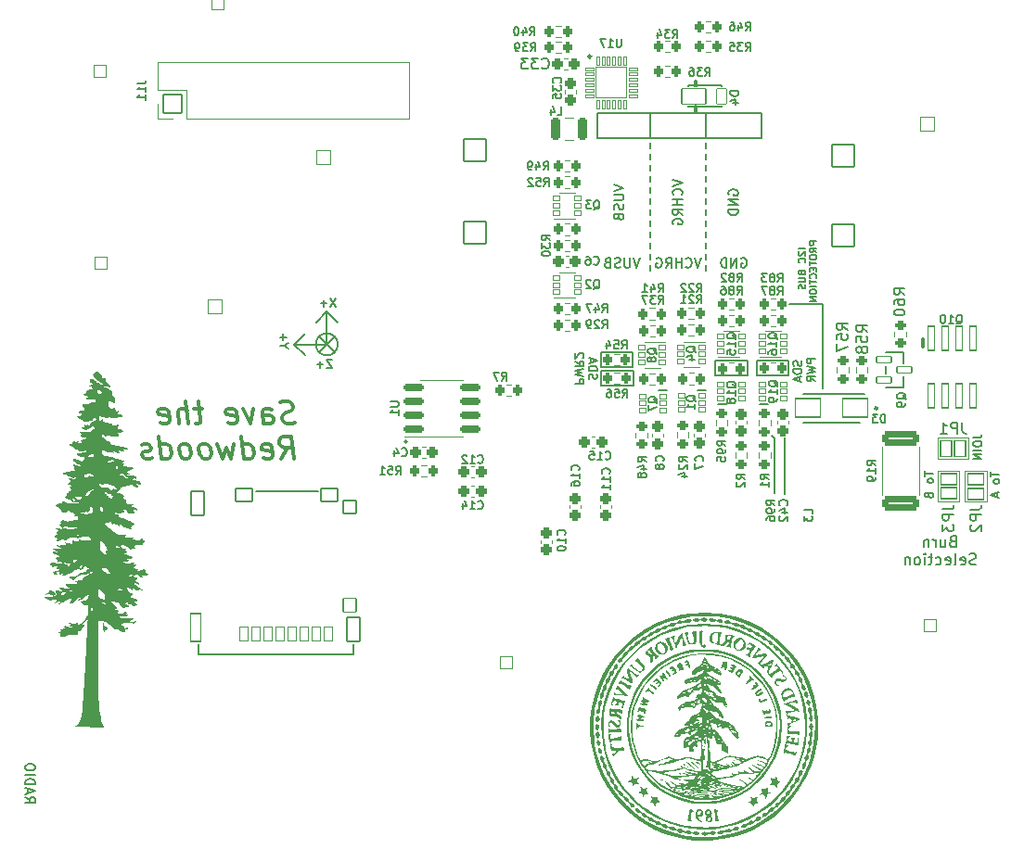
<source format=gbo>
%TF.GenerationSoftware,KiCad,Pcbnew,7.0.9*%
%TF.CreationDate,2024-05-14T22:46:05-07:00*%
%TF.ProjectId,mainboard,6d61696e-626f-4617-9264-2e6b69636164,06b*%
%TF.SameCoordinates,Original*%
%TF.FileFunction,Legend,Bot*%
%TF.FilePolarity,Positive*%
%FSLAX46Y46*%
G04 Gerber Fmt 4.6, Leading zero omitted, Abs format (unit mm)*
G04 Created by KiCad (PCBNEW 7.0.9) date 2024-05-14 22:46:05*
%MOMM*%
%LPD*%
G01*
G04 APERTURE LIST*
G04 Aperture macros list*
%AMRoundRect*
0 Rectangle with rounded corners*
0 $1 Rounding radius*
0 $2 $3 $4 $5 $6 $7 $8 $9 X,Y pos of 4 corners*
0 Add a 4 corners polygon primitive as box body*
4,1,4,$2,$3,$4,$5,$6,$7,$8,$9,$2,$3,0*
0 Add four circle primitives for the rounded corners*
1,1,$1+$1,$2,$3*
1,1,$1+$1,$4,$5*
1,1,$1+$1,$6,$7*
1,1,$1+$1,$8,$9*
0 Add four rect primitives between the rounded corners*
20,1,$1+$1,$2,$3,$4,$5,0*
20,1,$1+$1,$4,$5,$6,$7,0*
20,1,$1+$1,$6,$7,$8,$9,0*
20,1,$1+$1,$8,$9,$2,$3,0*%
%AMFreePoly0*
4,1,35,1.110921,2.785921,1.125800,2.750000,1.125800,-2.750000,1.110921,-2.785921,1.075000,-2.800800,-0.539018,-2.800800,-0.542050,-2.800619,-0.670818,-2.785155,-0.683397,-2.781975,-0.819570,-2.728276,-0.831629,-2.721496,-0.948265,-2.633048,-0.958048,-2.623265,-1.046496,-2.506629,-1.053276,-2.494570,-1.106975,-2.358397,-1.110155,-2.345818,-1.125619,-2.217050,-1.125800,-2.214018,-1.125800,2.214018,
-1.125619,2.217050,-1.110155,2.345818,-1.106975,2.358397,-1.053276,2.494570,-1.046496,2.506629,-0.958048,2.623265,-0.948265,2.633048,-0.831629,2.721496,-0.819570,2.728276,-0.683397,2.781975,-0.670818,2.785155,-0.542050,2.800619,-0.539018,2.800800,1.075000,2.800800,1.110921,2.785921,1.110921,2.785921,$1*%
%AMFreePoly1*
4,1,35,0.542050,2.800619,0.670818,2.785155,0.683397,2.781975,0.819570,2.728276,0.831629,2.721496,0.948265,2.633048,0.958048,2.623265,1.046496,2.506629,1.053276,2.494570,1.106975,2.358397,1.110155,2.345818,1.125619,2.217050,1.125800,2.214018,1.125800,-2.214018,1.125619,-2.217050,1.110155,-2.345818,1.106975,-2.358397,1.053276,-2.494570,1.046496,-2.506629,0.958048,-2.623265,
0.948265,-2.633048,0.831629,-2.721496,0.819570,-2.728276,0.683397,-2.781975,0.670818,-2.785155,0.542050,-2.800619,0.539018,-2.800800,-1.075000,-2.800800,-1.110921,-2.785921,-1.125800,-2.750000,-1.125800,2.750000,-1.110921,2.785921,-1.075000,2.800800,0.539018,2.800800,0.542050,2.800619,0.542050,2.800619,$1*%
G04 Aperture macros list end*
%ADD10C,0.127000*%
%ADD11C,0.150000*%
%ADD12C,0.200000*%
%ADD13C,0.203200*%
%ADD14C,0.300000*%
%ADD15C,0.154432*%
%ADD16C,0.120000*%
%ADD17C,0.250000*%
%ADD18C,0.240278*%
%ADD19C,0.152400*%
%ADD20C,0.190500*%
%ADD21RoundRect,0.050800X0.575000X0.575000X-0.575000X0.575000X-0.575000X-0.575000X0.575000X-0.575000X0*%
%ADD22C,1.251600*%
%ADD23C,5.701600*%
%ADD24C,2.133600*%
%ADD25C,2.151600*%
%ADD26C,2.351600*%
%ADD27RoundRect,0.063500X-1.016000X1.016000X-1.016000X-1.016000X1.016000X-1.016000X1.016000X1.016000X0*%
%ADD28C,2.159000*%
%ADD29C,0.701600*%
%ADD30O,1.101600X2.201600*%
%ADD31O,1.101600X1.701600*%
%ADD32RoundRect,0.050800X0.575000X-0.575000X0.575000X0.575000X-0.575000X0.575000X-0.575000X-0.575000X0*%
%ADD33RoundRect,0.050800X0.654000X-0.654000X0.654000X0.654000X-0.654000X0.654000X-0.654000X-0.654000X0*%
%ADD34C,1.409600*%
%ADD35RoundRect,0.076200X-0.575000X-0.575000X0.575000X-0.575000X0.575000X0.575000X-0.575000X0.575000X0*%
%ADD36C,1.302400*%
%ADD37RoundRect,0.050800X-0.654000X0.654000X-0.654000X-0.654000X0.654000X-0.654000X0.654000X0.654000X0*%
%ADD38RoundRect,0.275800X-0.225000X-0.250000X0.225000X-0.250000X0.225000X0.250000X-0.225000X0.250000X0*%
%ADD39RoundRect,0.275800X0.250000X-0.225000X0.250000X0.225000X-0.250000X0.225000X-0.250000X-0.225000X0*%
%ADD40RoundRect,0.250800X-0.275000X0.200000X-0.275000X-0.200000X0.275000X-0.200000X0.275000X0.200000X0*%
%ADD41RoundRect,0.250800X-0.200000X-0.275000X0.200000X-0.275000X0.200000X0.275000X-0.200000X0.275000X0*%
%ADD42RoundRect,0.063500X-0.400000X-0.620000X0.400000X-0.620000X0.400000X0.620000X-0.400000X0.620000X0*%
%ADD43RoundRect,0.063500X-0.580000X-0.600000X0.580000X-0.600000X0.580000X0.600000X-0.580000X0.600000X0*%
%ADD44RoundRect,0.063500X-0.475000X-1.250000X0.475000X-1.250000X0.475000X1.250000X-0.475000X1.250000X0*%
%ADD45RoundRect,0.063500X-0.575000X-1.100000X0.575000X-1.100000X0.575000X1.100000X-0.575000X1.100000X0*%
%ADD46RoundRect,0.063500X-0.750000X-0.575000X0.750000X-0.575000X0.750000X0.575000X-0.750000X0.575000X0*%
%ADD47RoundRect,0.063500X-0.580000X-0.625000X0.580000X-0.625000X0.580000X0.625000X-0.580000X0.625000X0*%
%ADD48RoundRect,0.275800X-0.250000X0.225000X-0.250000X-0.225000X0.250000X-0.225000X0.250000X0.225000X0*%
%ADD49RoundRect,0.275800X0.225000X0.250000X-0.225000X0.250000X-0.225000X-0.250000X0.225000X-0.250000X0*%
%ADD50RoundRect,0.200800X-0.725000X-0.150000X0.725000X-0.150000X0.725000X0.150000X-0.725000X0.150000X0*%
%ADD51C,2.000000*%
%ADD52RoundRect,0.050800X0.150000X0.400000X-0.150000X0.400000X-0.150000X-0.400000X0.150000X-0.400000X0*%
%ADD53RoundRect,0.050800X-0.400000X0.150000X-0.400000X-0.150000X0.400000X-0.150000X0.400000X0.150000X0*%
%ADD54RoundRect,0.050800X-1.400000X1.400000X-1.400000X-1.400000X1.400000X-1.400000X1.400000X1.400000X0*%
%ADD55RoundRect,0.250800X0.200000X0.275000X-0.200000X0.275000X-0.200000X-0.275000X0.200000X-0.275000X0*%
%ADD56RoundRect,0.228400X-0.222400X-0.822400X0.222400X-0.822400X0.222400X0.822400X-0.222400X0.822400X0*%
%ADD57RoundRect,0.050800X-0.325000X-0.200000X0.325000X-0.200000X0.325000X0.200000X-0.325000X0.200000X0*%
%ADD58RoundRect,0.050800X-0.300000X0.200000X-0.300000X-0.200000X0.300000X-0.200000X0.300000X0.200000X0*%
%ADD59RoundRect,0.250800X0.275000X-0.200000X0.275000X0.200000X-0.275000X0.200000X-0.275000X-0.200000X0*%
%ADD60RoundRect,0.063500X-0.450000X-0.700000X0.450000X-0.700000X0.450000X0.700000X-0.450000X0.700000X0*%
%ADD61RoundRect,0.063500X-1.100000X-0.700000X1.100000X-0.700000X1.100000X0.700000X-1.100000X0.700000X0*%
%ADD62C,1.501600*%
%ADD63RoundRect,0.050800X0.325000X0.200000X-0.325000X0.200000X-0.325000X-0.200000X0.325000X-0.200000X0*%
%ADD64RoundRect,0.050800X0.300000X-0.200000X0.300000X0.200000X-0.300000X0.200000X-0.300000X-0.200000X0*%
%ADD65RoundRect,0.050800X-0.750000X0.500000X-0.750000X-0.500000X0.750000X-0.500000X0.750000X0.500000X0*%
%ADD66FreePoly0,270.000000*%
%ADD67FreePoly1,270.000000*%
%ADD68RoundRect,0.050800X1.175000X-0.850000X1.175000X0.850000X-1.175000X0.850000X-1.175000X-0.850000X0*%
%ADD69RoundRect,0.050800X-0.304800X-1.104900X0.304800X-1.104900X0.304800X1.104900X-0.304800X1.104900X0*%
%ADD70RoundRect,0.300800X-1.425000X0.362500X-1.425000X-0.362500X1.425000X-0.362500X1.425000X0.362500X0*%
%ADD71RoundRect,0.050800X0.500000X0.750000X-0.500000X0.750000X-0.500000X-0.750000X0.500000X-0.750000X0*%
%ADD72RoundRect,0.050800X-0.850000X0.850000X-0.850000X-0.850000X0.850000X-0.850000X0.850000X0.850000X0*%
%ADD73O,1.801600X1.801600*%
%ADD74RoundRect,0.063500X0.660400X-0.279400X0.660400X0.279400X-0.660400X0.279400X-0.660400X-0.279400X0*%
G04 APERTURE END LIST*
D10*
X124400000Y-89190000D02*
X123400000Y-90190000D01*
X124400000Y-91190000D02*
X123400000Y-90190000D01*
X123400000Y-90190000D02*
X126400000Y-90190000D01*
X127110000Y-89480000D02*
X125690000Y-90900000D01*
X125690000Y-89480000D02*
X127110000Y-90900000D01*
X127207590Y-85978141D02*
X126699590Y-86740141D01*
X126699590Y-85978141D02*
X127207590Y-86740141D01*
X126409305Y-86449856D02*
X125828734Y-86449856D01*
X126119019Y-86740141D02*
X126119019Y-86159570D01*
X126867590Y-91548141D02*
X126359590Y-91548141D01*
X126359590Y-91548141D02*
X126867590Y-92310141D01*
X126867590Y-92310141D02*
X126359590Y-92310141D01*
X126069305Y-92019856D02*
X125488734Y-92019856D01*
X125779019Y-92310141D02*
X125779019Y-91729570D01*
X122492715Y-90339876D02*
X122129858Y-90339876D01*
X122891858Y-90593876D02*
X122492715Y-90339876D01*
X122492715Y-90339876D02*
X122891858Y-90085876D01*
X122420144Y-89831876D02*
X122420144Y-89251305D01*
X122129858Y-89541590D02*
X122710429Y-89541590D01*
X127400000Y-90190000D02*
G75*
G03*
X127400000Y-90190000I-1000000J0D01*
G01*
X125400000Y-88190000D02*
X126400000Y-87190000D01*
X127400000Y-88190000D02*
X126400000Y-87190000D01*
X126400000Y-87190000D02*
X126400000Y-90190000D01*
D11*
X183532857Y-108176009D02*
X183390000Y-108223628D01*
X183390000Y-108223628D02*
X183342381Y-108271247D01*
X183342381Y-108271247D02*
X183294762Y-108366485D01*
X183294762Y-108366485D02*
X183294762Y-108509342D01*
X183294762Y-108509342D02*
X183342381Y-108604580D01*
X183342381Y-108604580D02*
X183390000Y-108652200D01*
X183390000Y-108652200D02*
X183485238Y-108699819D01*
X183485238Y-108699819D02*
X183866190Y-108699819D01*
X183866190Y-108699819D02*
X183866190Y-107699819D01*
X183866190Y-107699819D02*
X183532857Y-107699819D01*
X183532857Y-107699819D02*
X183437619Y-107747438D01*
X183437619Y-107747438D02*
X183390000Y-107795057D01*
X183390000Y-107795057D02*
X183342381Y-107890295D01*
X183342381Y-107890295D02*
X183342381Y-107985533D01*
X183342381Y-107985533D02*
X183390000Y-108080771D01*
X183390000Y-108080771D02*
X183437619Y-108128390D01*
X183437619Y-108128390D02*
X183532857Y-108176009D01*
X183532857Y-108176009D02*
X183866190Y-108176009D01*
X182437619Y-108033152D02*
X182437619Y-108699819D01*
X182866190Y-108033152D02*
X182866190Y-108556961D01*
X182866190Y-108556961D02*
X182818571Y-108652200D01*
X182818571Y-108652200D02*
X182723333Y-108699819D01*
X182723333Y-108699819D02*
X182580476Y-108699819D01*
X182580476Y-108699819D02*
X182485238Y-108652200D01*
X182485238Y-108652200D02*
X182437619Y-108604580D01*
X181961428Y-108699819D02*
X181961428Y-108033152D01*
X181961428Y-108223628D02*
X181913809Y-108128390D01*
X181913809Y-108128390D02*
X181866190Y-108080771D01*
X181866190Y-108080771D02*
X181770952Y-108033152D01*
X181770952Y-108033152D02*
X181675714Y-108033152D01*
X181342380Y-108033152D02*
X181342380Y-108699819D01*
X181342380Y-108128390D02*
X181294761Y-108080771D01*
X181294761Y-108080771D02*
X181199523Y-108033152D01*
X181199523Y-108033152D02*
X181056666Y-108033152D01*
X181056666Y-108033152D02*
X180961428Y-108080771D01*
X180961428Y-108080771D02*
X180913809Y-108176009D01*
X180913809Y-108176009D02*
X180913809Y-108699819D01*
X185651904Y-110262200D02*
X185509047Y-110309819D01*
X185509047Y-110309819D02*
X185270952Y-110309819D01*
X185270952Y-110309819D02*
X185175714Y-110262200D01*
X185175714Y-110262200D02*
X185128095Y-110214580D01*
X185128095Y-110214580D02*
X185080476Y-110119342D01*
X185080476Y-110119342D02*
X185080476Y-110024104D01*
X185080476Y-110024104D02*
X185128095Y-109928866D01*
X185128095Y-109928866D02*
X185175714Y-109881247D01*
X185175714Y-109881247D02*
X185270952Y-109833628D01*
X185270952Y-109833628D02*
X185461428Y-109786009D01*
X185461428Y-109786009D02*
X185556666Y-109738390D01*
X185556666Y-109738390D02*
X185604285Y-109690771D01*
X185604285Y-109690771D02*
X185651904Y-109595533D01*
X185651904Y-109595533D02*
X185651904Y-109500295D01*
X185651904Y-109500295D02*
X185604285Y-109405057D01*
X185604285Y-109405057D02*
X185556666Y-109357438D01*
X185556666Y-109357438D02*
X185461428Y-109309819D01*
X185461428Y-109309819D02*
X185223333Y-109309819D01*
X185223333Y-109309819D02*
X185080476Y-109357438D01*
X184270952Y-110262200D02*
X184366190Y-110309819D01*
X184366190Y-110309819D02*
X184556666Y-110309819D01*
X184556666Y-110309819D02*
X184651904Y-110262200D01*
X184651904Y-110262200D02*
X184699523Y-110166961D01*
X184699523Y-110166961D02*
X184699523Y-109786009D01*
X184699523Y-109786009D02*
X184651904Y-109690771D01*
X184651904Y-109690771D02*
X184556666Y-109643152D01*
X184556666Y-109643152D02*
X184366190Y-109643152D01*
X184366190Y-109643152D02*
X184270952Y-109690771D01*
X184270952Y-109690771D02*
X184223333Y-109786009D01*
X184223333Y-109786009D02*
X184223333Y-109881247D01*
X184223333Y-109881247D02*
X184699523Y-109976485D01*
X183651904Y-110309819D02*
X183747142Y-110262200D01*
X183747142Y-110262200D02*
X183794761Y-110166961D01*
X183794761Y-110166961D02*
X183794761Y-109309819D01*
X182889999Y-110262200D02*
X182985237Y-110309819D01*
X182985237Y-110309819D02*
X183175713Y-110309819D01*
X183175713Y-110309819D02*
X183270951Y-110262200D01*
X183270951Y-110262200D02*
X183318570Y-110166961D01*
X183318570Y-110166961D02*
X183318570Y-109786009D01*
X183318570Y-109786009D02*
X183270951Y-109690771D01*
X183270951Y-109690771D02*
X183175713Y-109643152D01*
X183175713Y-109643152D02*
X182985237Y-109643152D01*
X182985237Y-109643152D02*
X182889999Y-109690771D01*
X182889999Y-109690771D02*
X182842380Y-109786009D01*
X182842380Y-109786009D02*
X182842380Y-109881247D01*
X182842380Y-109881247D02*
X183318570Y-109976485D01*
X181985237Y-110262200D02*
X182080475Y-110309819D01*
X182080475Y-110309819D02*
X182270951Y-110309819D01*
X182270951Y-110309819D02*
X182366189Y-110262200D01*
X182366189Y-110262200D02*
X182413808Y-110214580D01*
X182413808Y-110214580D02*
X182461427Y-110119342D01*
X182461427Y-110119342D02*
X182461427Y-109833628D01*
X182461427Y-109833628D02*
X182413808Y-109738390D01*
X182413808Y-109738390D02*
X182366189Y-109690771D01*
X182366189Y-109690771D02*
X182270951Y-109643152D01*
X182270951Y-109643152D02*
X182080475Y-109643152D01*
X182080475Y-109643152D02*
X181985237Y-109690771D01*
X181699522Y-109643152D02*
X181318570Y-109643152D01*
X181556665Y-109309819D02*
X181556665Y-110166961D01*
X181556665Y-110166961D02*
X181509046Y-110262200D01*
X181509046Y-110262200D02*
X181413808Y-110309819D01*
X181413808Y-110309819D02*
X181318570Y-110309819D01*
X180985236Y-110309819D02*
X180985236Y-109643152D01*
X180985236Y-109309819D02*
X181032855Y-109357438D01*
X181032855Y-109357438D02*
X180985236Y-109405057D01*
X180985236Y-109405057D02*
X180937617Y-109357438D01*
X180937617Y-109357438D02*
X180985236Y-109309819D01*
X180985236Y-109309819D02*
X180985236Y-109405057D01*
X180366189Y-110309819D02*
X180461427Y-110262200D01*
X180461427Y-110262200D02*
X180509046Y-110214580D01*
X180509046Y-110214580D02*
X180556665Y-110119342D01*
X180556665Y-110119342D02*
X180556665Y-109833628D01*
X180556665Y-109833628D02*
X180509046Y-109738390D01*
X180509046Y-109738390D02*
X180461427Y-109690771D01*
X180461427Y-109690771D02*
X180366189Y-109643152D01*
X180366189Y-109643152D02*
X180223332Y-109643152D01*
X180223332Y-109643152D02*
X180128094Y-109690771D01*
X180128094Y-109690771D02*
X180080475Y-109738390D01*
X180080475Y-109738390D02*
X180032856Y-109833628D01*
X180032856Y-109833628D02*
X180032856Y-110119342D01*
X180032856Y-110119342D02*
X180080475Y-110214580D01*
X180080475Y-110214580D02*
X180128094Y-110262200D01*
X180128094Y-110262200D02*
X180223332Y-110309819D01*
X180223332Y-110309819D02*
X180366189Y-110309819D01*
X179604284Y-109643152D02*
X179604284Y-110309819D01*
X179604284Y-109738390D02*
X179556665Y-109690771D01*
X179556665Y-109690771D02*
X179461427Y-109643152D01*
X179461427Y-109643152D02*
X179318570Y-109643152D01*
X179318570Y-109643152D02*
X179223332Y-109690771D01*
X179223332Y-109690771D02*
X179175713Y-109786009D01*
X179175713Y-109786009D02*
X179175713Y-110309819D01*
D10*
X185418141Y-98692694D02*
X185962427Y-98692694D01*
X185962427Y-98692694D02*
X186071284Y-98656409D01*
X186071284Y-98656409D02*
X186143856Y-98583837D01*
X186143856Y-98583837D02*
X186180141Y-98474980D01*
X186180141Y-98474980D02*
X186180141Y-98402409D01*
X185418141Y-99200694D02*
X185418141Y-99345837D01*
X185418141Y-99345837D02*
X185454427Y-99418408D01*
X185454427Y-99418408D02*
X185526998Y-99490980D01*
X185526998Y-99490980D02*
X185672141Y-99527265D01*
X185672141Y-99527265D02*
X185926141Y-99527265D01*
X185926141Y-99527265D02*
X186071284Y-99490980D01*
X186071284Y-99490980D02*
X186143856Y-99418408D01*
X186143856Y-99418408D02*
X186180141Y-99345837D01*
X186180141Y-99345837D02*
X186180141Y-99200694D01*
X186180141Y-99200694D02*
X186143856Y-99128123D01*
X186143856Y-99128123D02*
X186071284Y-99055551D01*
X186071284Y-99055551D02*
X185926141Y-99019265D01*
X185926141Y-99019265D02*
X185672141Y-99019265D01*
X185672141Y-99019265D02*
X185526998Y-99055551D01*
X185526998Y-99055551D02*
X185454427Y-99128123D01*
X185454427Y-99128123D02*
X185418141Y-99200694D01*
X186180141Y-99853837D02*
X185418141Y-99853837D01*
X186180141Y-100216694D02*
X185418141Y-100216694D01*
X185418141Y-100216694D02*
X186180141Y-100652123D01*
X186180141Y-100652123D02*
X185418141Y-100652123D01*
X151130000Y-69088000D02*
X151130000Y-71374000D01*
X151130000Y-71374000D02*
X166116000Y-71374000D01*
X166116000Y-71374000D02*
X166116000Y-69088000D01*
X166116000Y-69088000D02*
X151130000Y-69088000D01*
X155956000Y-79883000D02*
X155956000Y-80391000D01*
X155956000Y-79375000D02*
X155956000Y-78867000D01*
X155956000Y-77851000D02*
X155956000Y-78359000D01*
X155956000Y-76835000D02*
X155956000Y-77343000D01*
X155956000Y-74803000D02*
X155956000Y-75311000D01*
X155956000Y-76327000D02*
X155956000Y-75819000D01*
X155956000Y-73787000D02*
X155956000Y-74295000D01*
X155956000Y-71755000D02*
X155956000Y-72263000D01*
X155956000Y-73279000D02*
X155956000Y-72771000D01*
X155956000Y-81407000D02*
X155956000Y-80899000D01*
X155956000Y-82423000D02*
X155956000Y-81915000D01*
X155956000Y-83439000D02*
X155956000Y-82931000D01*
X165654000Y-91653000D02*
X165654000Y-93050000D01*
X168575000Y-91653000D02*
X165654000Y-91653000D01*
X168575000Y-91653000D02*
X168575000Y-93050000D01*
X168575000Y-93050000D02*
X165654000Y-93050000D01*
X164775000Y-91651500D02*
X164775000Y-93048500D01*
X164775000Y-93048500D02*
X161854000Y-93048500D01*
X164775000Y-91651500D02*
X161854000Y-91651500D01*
X161854000Y-91651500D02*
X161854000Y-93048500D01*
X171640500Y-94200000D02*
X171640500Y-86487000D01*
X168656000Y-86487000D02*
X171640500Y-86487000D01*
X161036000Y-71374000D02*
X161036000Y-69088000D01*
X161036000Y-77851000D02*
X161036000Y-78359000D01*
X161036000Y-79375000D02*
X161036000Y-78867000D01*
X161036000Y-79883000D02*
X161036000Y-80391000D01*
X161036000Y-83439000D02*
X161036000Y-82931000D01*
X161036000Y-82423000D02*
X161036000Y-81915000D01*
X161036000Y-71755000D02*
X161036000Y-72263000D01*
X161036000Y-74803000D02*
X161036000Y-75311000D01*
X161036000Y-76835000D02*
X161036000Y-77343000D01*
X161036000Y-73279000D02*
X161036000Y-72771000D01*
X161036000Y-76327000D02*
X161036000Y-75819000D01*
X161036000Y-81407000D02*
X161036000Y-80899000D01*
X161036000Y-73787000D02*
X161036000Y-74295000D01*
X154391000Y-93988500D02*
X151470000Y-93988500D01*
X154331000Y-90881500D02*
X151410000Y-90881500D01*
X167300000Y-98800000D02*
X167000000Y-98500000D01*
X154331000Y-92278500D02*
X151410000Y-92278500D01*
X151470000Y-92591500D02*
X151470000Y-93988500D01*
X154331000Y-90881500D02*
X154331000Y-92278500D01*
X167300000Y-103800000D02*
X167300000Y-98800000D01*
X154391000Y-92591500D02*
X154391000Y-93988500D01*
X154391000Y-92591500D02*
X151470000Y-92591500D01*
D12*
X133731000Y-99060000D02*
G75*
G03*
X133731000Y-99060000I-127000J0D01*
G01*
D10*
X151410000Y-90881500D02*
X151410000Y-92278500D01*
X155956000Y-69088000D02*
X155956000Y-71374000D01*
X168200000Y-103900000D02*
X168200000Y-98700000D01*
X98857899Y-131528551D02*
X99281233Y-131824884D01*
X98857899Y-132036551D02*
X99746899Y-132036551D01*
X99746899Y-132036551D02*
X99746899Y-131697884D01*
X99746899Y-131697884D02*
X99704566Y-131613218D01*
X99704566Y-131613218D02*
X99662233Y-131570884D01*
X99662233Y-131570884D02*
X99577566Y-131528551D01*
X99577566Y-131528551D02*
X99450566Y-131528551D01*
X99450566Y-131528551D02*
X99365899Y-131570884D01*
X99365899Y-131570884D02*
X99323566Y-131613218D01*
X99323566Y-131613218D02*
X99281233Y-131697884D01*
X99281233Y-131697884D02*
X99281233Y-132036551D01*
X99111899Y-131189884D02*
X99111899Y-130766551D01*
X98857899Y-131274551D02*
X99746899Y-130978218D01*
X99746899Y-130978218D02*
X98857899Y-130681884D01*
X98857899Y-130385551D02*
X99746899Y-130385551D01*
X99746899Y-130385551D02*
X99746899Y-130173884D01*
X99746899Y-130173884D02*
X99704566Y-130046884D01*
X99704566Y-130046884D02*
X99619899Y-129962218D01*
X99619899Y-129962218D02*
X99535233Y-129919884D01*
X99535233Y-129919884D02*
X99365899Y-129877551D01*
X99365899Y-129877551D02*
X99238899Y-129877551D01*
X99238899Y-129877551D02*
X99069566Y-129919884D01*
X99069566Y-129919884D02*
X98984899Y-129962218D01*
X98984899Y-129962218D02*
X98900233Y-130046884D01*
X98900233Y-130046884D02*
X98857899Y-130173884D01*
X98857899Y-130173884D02*
X98857899Y-130385551D01*
X98857899Y-129496551D02*
X99746899Y-129496551D01*
X99746899Y-128903885D02*
X99746899Y-128734551D01*
X99746899Y-128734551D02*
X99704566Y-128649885D01*
X99704566Y-128649885D02*
X99619899Y-128565218D01*
X99619899Y-128565218D02*
X99450566Y-128522885D01*
X99450566Y-128522885D02*
X99154233Y-128522885D01*
X99154233Y-128522885D02*
X98984899Y-128565218D01*
X98984899Y-128565218D02*
X98900233Y-128649885D01*
X98900233Y-128649885D02*
X98857899Y-128734551D01*
X98857899Y-128734551D02*
X98857899Y-128903885D01*
X98857899Y-128903885D02*
X98900233Y-128988551D01*
X98900233Y-128988551D02*
X98984899Y-129073218D01*
X98984899Y-129073218D02*
X99154233Y-129115551D01*
X99154233Y-129115551D02*
X99450566Y-129115551D01*
X99450566Y-129115551D02*
X99619899Y-129073218D01*
X99619899Y-129073218D02*
X99704566Y-128988551D01*
X99704566Y-128988551D02*
X99746899Y-128903885D01*
D13*
X160563649Y-82303637D02*
X160267316Y-83192637D01*
X160267316Y-83192637D02*
X159970982Y-82303637D01*
X159166649Y-83107970D02*
X159208982Y-83150304D01*
X159208982Y-83150304D02*
X159335982Y-83192637D01*
X159335982Y-83192637D02*
X159420649Y-83192637D01*
X159420649Y-83192637D02*
X159547649Y-83150304D01*
X159547649Y-83150304D02*
X159632316Y-83065637D01*
X159632316Y-83065637D02*
X159674649Y-82980970D01*
X159674649Y-82980970D02*
X159716982Y-82811637D01*
X159716982Y-82811637D02*
X159716982Y-82684637D01*
X159716982Y-82684637D02*
X159674649Y-82515304D01*
X159674649Y-82515304D02*
X159632316Y-82430637D01*
X159632316Y-82430637D02*
X159547649Y-82345970D01*
X159547649Y-82345970D02*
X159420649Y-82303637D01*
X159420649Y-82303637D02*
X159335982Y-82303637D01*
X159335982Y-82303637D02*
X159208982Y-82345970D01*
X159208982Y-82345970D02*
X159166649Y-82388304D01*
X158785649Y-83192637D02*
X158785649Y-82303637D01*
X158785649Y-82726970D02*
X158277649Y-82726970D01*
X158277649Y-83192637D02*
X158277649Y-82303637D01*
X157346316Y-83192637D02*
X157642649Y-82769304D01*
X157854316Y-83192637D02*
X157854316Y-82303637D01*
X157854316Y-82303637D02*
X157515649Y-82303637D01*
X157515649Y-82303637D02*
X157430983Y-82345970D01*
X157430983Y-82345970D02*
X157388649Y-82388304D01*
X157388649Y-82388304D02*
X157346316Y-82472970D01*
X157346316Y-82472970D02*
X157346316Y-82599970D01*
X157346316Y-82599970D02*
X157388649Y-82684637D01*
X157388649Y-82684637D02*
X157430983Y-82726970D01*
X157430983Y-82726970D02*
X157515649Y-82769304D01*
X157515649Y-82769304D02*
X157854316Y-82769304D01*
X156499649Y-82345970D02*
X156584316Y-82303637D01*
X156584316Y-82303637D02*
X156711316Y-82303637D01*
X156711316Y-82303637D02*
X156838316Y-82345970D01*
X156838316Y-82345970D02*
X156922983Y-82430637D01*
X156922983Y-82430637D02*
X156965316Y-82515304D01*
X156965316Y-82515304D02*
X157007649Y-82684637D01*
X157007649Y-82684637D02*
X157007649Y-82811637D01*
X157007649Y-82811637D02*
X156965316Y-82980970D01*
X156965316Y-82980970D02*
X156922983Y-83065637D01*
X156922983Y-83065637D02*
X156838316Y-83150304D01*
X156838316Y-83150304D02*
X156711316Y-83192637D01*
X156711316Y-83192637D02*
X156626649Y-83192637D01*
X156626649Y-83192637D02*
X156499649Y-83150304D01*
X156499649Y-83150304D02*
X156457316Y-83107970D01*
X156457316Y-83107970D02*
X156457316Y-82811637D01*
X156457316Y-82811637D02*
X156626649Y-82811637D01*
X154975649Y-82303637D02*
X154679316Y-83192637D01*
X154679316Y-83192637D02*
X154382982Y-82303637D01*
X154086649Y-82303637D02*
X154086649Y-83023304D01*
X154086649Y-83023304D02*
X154044316Y-83107970D01*
X154044316Y-83107970D02*
X154001982Y-83150304D01*
X154001982Y-83150304D02*
X153917316Y-83192637D01*
X153917316Y-83192637D02*
X153747982Y-83192637D01*
X153747982Y-83192637D02*
X153663316Y-83150304D01*
X153663316Y-83150304D02*
X153620982Y-83107970D01*
X153620982Y-83107970D02*
X153578649Y-83023304D01*
X153578649Y-83023304D02*
X153578649Y-82303637D01*
X153197649Y-83150304D02*
X153070649Y-83192637D01*
X153070649Y-83192637D02*
X152858983Y-83192637D01*
X152858983Y-83192637D02*
X152774316Y-83150304D01*
X152774316Y-83150304D02*
X152731983Y-83107970D01*
X152731983Y-83107970D02*
X152689649Y-83023304D01*
X152689649Y-83023304D02*
X152689649Y-82938637D01*
X152689649Y-82938637D02*
X152731983Y-82853970D01*
X152731983Y-82853970D02*
X152774316Y-82811637D01*
X152774316Y-82811637D02*
X152858983Y-82769304D01*
X152858983Y-82769304D02*
X153028316Y-82726970D01*
X153028316Y-82726970D02*
X153112983Y-82684637D01*
X153112983Y-82684637D02*
X153155316Y-82642304D01*
X153155316Y-82642304D02*
X153197649Y-82557637D01*
X153197649Y-82557637D02*
X153197649Y-82472970D01*
X153197649Y-82472970D02*
X153155316Y-82388304D01*
X153155316Y-82388304D02*
X153112983Y-82345970D01*
X153112983Y-82345970D02*
X153028316Y-82303637D01*
X153028316Y-82303637D02*
X152816649Y-82303637D01*
X152816649Y-82303637D02*
X152689649Y-82345970D01*
X152012316Y-82726970D02*
X151885316Y-82769304D01*
X151885316Y-82769304D02*
X151842982Y-82811637D01*
X151842982Y-82811637D02*
X151800649Y-82896304D01*
X151800649Y-82896304D02*
X151800649Y-83023304D01*
X151800649Y-83023304D02*
X151842982Y-83107970D01*
X151842982Y-83107970D02*
X151885316Y-83150304D01*
X151885316Y-83150304D02*
X151969982Y-83192637D01*
X151969982Y-83192637D02*
X152308649Y-83192637D01*
X152308649Y-83192637D02*
X152308649Y-82303637D01*
X152308649Y-82303637D02*
X152012316Y-82303637D01*
X152012316Y-82303637D02*
X151927649Y-82345970D01*
X151927649Y-82345970D02*
X151885316Y-82388304D01*
X151885316Y-82388304D02*
X151842982Y-82472970D01*
X151842982Y-82472970D02*
X151842982Y-82557637D01*
X151842982Y-82557637D02*
X151885316Y-82642304D01*
X151885316Y-82642304D02*
X151927649Y-82684637D01*
X151927649Y-82684637D02*
X152012316Y-82726970D01*
X152012316Y-82726970D02*
X152308649Y-82726970D01*
D10*
X170093334Y-81443809D02*
X169458334Y-81443809D01*
X169518810Y-81715952D02*
X169488572Y-81746190D01*
X169488572Y-81746190D02*
X169458334Y-81806666D01*
X169458334Y-81806666D02*
X169458334Y-81957857D01*
X169458334Y-81957857D02*
X169488572Y-82018333D01*
X169488572Y-82018333D02*
X169518810Y-82048571D01*
X169518810Y-82048571D02*
X169579286Y-82078809D01*
X169579286Y-82078809D02*
X169639762Y-82078809D01*
X169639762Y-82078809D02*
X169730476Y-82048571D01*
X169730476Y-82048571D02*
X170093334Y-81685714D01*
X170093334Y-81685714D02*
X170093334Y-82078809D01*
X170032857Y-82713809D02*
X170063096Y-82683571D01*
X170063096Y-82683571D02*
X170093334Y-82592857D01*
X170093334Y-82592857D02*
X170093334Y-82532381D01*
X170093334Y-82532381D02*
X170063096Y-82441666D01*
X170063096Y-82441666D02*
X170002619Y-82381190D01*
X170002619Y-82381190D02*
X169942143Y-82350952D01*
X169942143Y-82350952D02*
X169821191Y-82320714D01*
X169821191Y-82320714D02*
X169730476Y-82320714D01*
X169730476Y-82320714D02*
X169609524Y-82350952D01*
X169609524Y-82350952D02*
X169549048Y-82381190D01*
X169549048Y-82381190D02*
X169488572Y-82441666D01*
X169488572Y-82441666D02*
X169458334Y-82532381D01*
X169458334Y-82532381D02*
X169458334Y-82592857D01*
X169458334Y-82592857D02*
X169488572Y-82683571D01*
X169488572Y-82683571D02*
X169518810Y-82713809D01*
X169760715Y-83681429D02*
X169790953Y-83772143D01*
X169790953Y-83772143D02*
X169821191Y-83802381D01*
X169821191Y-83802381D02*
X169881667Y-83832619D01*
X169881667Y-83832619D02*
X169972381Y-83832619D01*
X169972381Y-83832619D02*
X170032857Y-83802381D01*
X170032857Y-83802381D02*
X170063096Y-83772143D01*
X170063096Y-83772143D02*
X170093334Y-83711667D01*
X170093334Y-83711667D02*
X170093334Y-83469762D01*
X170093334Y-83469762D02*
X169458334Y-83469762D01*
X169458334Y-83469762D02*
X169458334Y-83681429D01*
X169458334Y-83681429D02*
X169488572Y-83741905D01*
X169488572Y-83741905D02*
X169518810Y-83772143D01*
X169518810Y-83772143D02*
X169579286Y-83802381D01*
X169579286Y-83802381D02*
X169639762Y-83802381D01*
X169639762Y-83802381D02*
X169700238Y-83772143D01*
X169700238Y-83772143D02*
X169730476Y-83741905D01*
X169730476Y-83741905D02*
X169760715Y-83681429D01*
X169760715Y-83681429D02*
X169760715Y-83469762D01*
X169458334Y-84104762D02*
X169972381Y-84104762D01*
X169972381Y-84104762D02*
X170032857Y-84135000D01*
X170032857Y-84135000D02*
X170063096Y-84165238D01*
X170063096Y-84165238D02*
X170093334Y-84225714D01*
X170093334Y-84225714D02*
X170093334Y-84346667D01*
X170093334Y-84346667D02*
X170063096Y-84407143D01*
X170063096Y-84407143D02*
X170032857Y-84437381D01*
X170032857Y-84437381D02*
X169972381Y-84467619D01*
X169972381Y-84467619D02*
X169458334Y-84467619D01*
X170063096Y-84739762D02*
X170093334Y-84830476D01*
X170093334Y-84830476D02*
X170093334Y-84981667D01*
X170093334Y-84981667D02*
X170063096Y-85042143D01*
X170063096Y-85042143D02*
X170032857Y-85072381D01*
X170032857Y-85072381D02*
X169972381Y-85102619D01*
X169972381Y-85102619D02*
X169911905Y-85102619D01*
X169911905Y-85102619D02*
X169851429Y-85072381D01*
X169851429Y-85072381D02*
X169821191Y-85042143D01*
X169821191Y-85042143D02*
X169790953Y-84981667D01*
X169790953Y-84981667D02*
X169760715Y-84860714D01*
X169760715Y-84860714D02*
X169730476Y-84800238D01*
X169730476Y-84800238D02*
X169700238Y-84770000D01*
X169700238Y-84770000D02*
X169639762Y-84739762D01*
X169639762Y-84739762D02*
X169579286Y-84739762D01*
X169579286Y-84739762D02*
X169518810Y-84770000D01*
X169518810Y-84770000D02*
X169488572Y-84800238D01*
X169488572Y-84800238D02*
X169458334Y-84860714D01*
X169458334Y-84860714D02*
X169458334Y-85011905D01*
X169458334Y-85011905D02*
X169488572Y-85102619D01*
X171115684Y-80778571D02*
X170480684Y-80778571D01*
X170480684Y-80778571D02*
X170480684Y-81020476D01*
X170480684Y-81020476D02*
X170510922Y-81080952D01*
X170510922Y-81080952D02*
X170541160Y-81111190D01*
X170541160Y-81111190D02*
X170601636Y-81141428D01*
X170601636Y-81141428D02*
X170692350Y-81141428D01*
X170692350Y-81141428D02*
X170752826Y-81111190D01*
X170752826Y-81111190D02*
X170783065Y-81080952D01*
X170783065Y-81080952D02*
X170813303Y-81020476D01*
X170813303Y-81020476D02*
X170813303Y-80778571D01*
X171115684Y-81776428D02*
X170813303Y-81564761D01*
X171115684Y-81413571D02*
X170480684Y-81413571D01*
X170480684Y-81413571D02*
X170480684Y-81655476D01*
X170480684Y-81655476D02*
X170510922Y-81715952D01*
X170510922Y-81715952D02*
X170541160Y-81746190D01*
X170541160Y-81746190D02*
X170601636Y-81776428D01*
X170601636Y-81776428D02*
X170692350Y-81776428D01*
X170692350Y-81776428D02*
X170752826Y-81746190D01*
X170752826Y-81746190D02*
X170783065Y-81715952D01*
X170783065Y-81715952D02*
X170813303Y-81655476D01*
X170813303Y-81655476D02*
X170813303Y-81413571D01*
X170480684Y-82169523D02*
X170480684Y-82290476D01*
X170480684Y-82290476D02*
X170510922Y-82350952D01*
X170510922Y-82350952D02*
X170571398Y-82411428D01*
X170571398Y-82411428D02*
X170692350Y-82441666D01*
X170692350Y-82441666D02*
X170904017Y-82441666D01*
X170904017Y-82441666D02*
X171024969Y-82411428D01*
X171024969Y-82411428D02*
X171085446Y-82350952D01*
X171085446Y-82350952D02*
X171115684Y-82290476D01*
X171115684Y-82290476D02*
X171115684Y-82169523D01*
X171115684Y-82169523D02*
X171085446Y-82109047D01*
X171085446Y-82109047D02*
X171024969Y-82048571D01*
X171024969Y-82048571D02*
X170904017Y-82018333D01*
X170904017Y-82018333D02*
X170692350Y-82018333D01*
X170692350Y-82018333D02*
X170571398Y-82048571D01*
X170571398Y-82048571D02*
X170510922Y-82109047D01*
X170510922Y-82109047D02*
X170480684Y-82169523D01*
X170480684Y-82623095D02*
X170480684Y-82985952D01*
X171115684Y-82804523D02*
X170480684Y-82804523D01*
X170783065Y-83197619D02*
X170783065Y-83409286D01*
X171115684Y-83500000D02*
X171115684Y-83197619D01*
X171115684Y-83197619D02*
X170480684Y-83197619D01*
X170480684Y-83197619D02*
X170480684Y-83500000D01*
X171055207Y-84135000D02*
X171085446Y-84104762D01*
X171085446Y-84104762D02*
X171115684Y-84014048D01*
X171115684Y-84014048D02*
X171115684Y-83953572D01*
X171115684Y-83953572D02*
X171085446Y-83862857D01*
X171085446Y-83862857D02*
X171024969Y-83802381D01*
X171024969Y-83802381D02*
X170964493Y-83772143D01*
X170964493Y-83772143D02*
X170843541Y-83741905D01*
X170843541Y-83741905D02*
X170752826Y-83741905D01*
X170752826Y-83741905D02*
X170631874Y-83772143D01*
X170631874Y-83772143D02*
X170571398Y-83802381D01*
X170571398Y-83802381D02*
X170510922Y-83862857D01*
X170510922Y-83862857D02*
X170480684Y-83953572D01*
X170480684Y-83953572D02*
X170480684Y-84014048D01*
X170480684Y-84014048D02*
X170510922Y-84104762D01*
X170510922Y-84104762D02*
X170541160Y-84135000D01*
X170480684Y-84316429D02*
X170480684Y-84679286D01*
X171115684Y-84497857D02*
X170480684Y-84497857D01*
X171115684Y-84890953D02*
X170480684Y-84890953D01*
X170480684Y-85314286D02*
X170480684Y-85435239D01*
X170480684Y-85435239D02*
X170510922Y-85495715D01*
X170510922Y-85495715D02*
X170571398Y-85556191D01*
X170571398Y-85556191D02*
X170692350Y-85586429D01*
X170692350Y-85586429D02*
X170904017Y-85586429D01*
X170904017Y-85586429D02*
X171024969Y-85556191D01*
X171024969Y-85556191D02*
X171085446Y-85495715D01*
X171085446Y-85495715D02*
X171115684Y-85435239D01*
X171115684Y-85435239D02*
X171115684Y-85314286D01*
X171115684Y-85314286D02*
X171085446Y-85253810D01*
X171085446Y-85253810D02*
X171024969Y-85193334D01*
X171024969Y-85193334D02*
X170904017Y-85163096D01*
X170904017Y-85163096D02*
X170692350Y-85163096D01*
X170692350Y-85163096D02*
X170571398Y-85193334D01*
X170571398Y-85193334D02*
X170510922Y-85253810D01*
X170510922Y-85253810D02*
X170480684Y-85314286D01*
X171115684Y-85858572D02*
X170480684Y-85858572D01*
X170480684Y-85858572D02*
X171115684Y-86221429D01*
X171115684Y-86221429D02*
X170480684Y-86221429D01*
X169706036Y-91710233D02*
X169742321Y-91819091D01*
X169742321Y-91819091D02*
X169742321Y-92000519D01*
X169742321Y-92000519D02*
X169706036Y-92073091D01*
X169706036Y-92073091D02*
X169669750Y-92109376D01*
X169669750Y-92109376D02*
X169597178Y-92145662D01*
X169597178Y-92145662D02*
X169524607Y-92145662D01*
X169524607Y-92145662D02*
X169452036Y-92109376D01*
X169452036Y-92109376D02*
X169415750Y-92073091D01*
X169415750Y-92073091D02*
X169379464Y-92000519D01*
X169379464Y-92000519D02*
X169343178Y-91855376D01*
X169343178Y-91855376D02*
X169306893Y-91782805D01*
X169306893Y-91782805D02*
X169270607Y-91746519D01*
X169270607Y-91746519D02*
X169198036Y-91710233D01*
X169198036Y-91710233D02*
X169125464Y-91710233D01*
X169125464Y-91710233D02*
X169052893Y-91746519D01*
X169052893Y-91746519D02*
X169016607Y-91782805D01*
X169016607Y-91782805D02*
X168980321Y-91855376D01*
X168980321Y-91855376D02*
X168980321Y-92036805D01*
X168980321Y-92036805D02*
X169016607Y-92145662D01*
X169742321Y-92472233D02*
X168980321Y-92472233D01*
X168980321Y-92472233D02*
X168980321Y-92653662D01*
X168980321Y-92653662D02*
X169016607Y-92762519D01*
X169016607Y-92762519D02*
X169089178Y-92835090D01*
X169089178Y-92835090D02*
X169161750Y-92871376D01*
X169161750Y-92871376D02*
X169306893Y-92907662D01*
X169306893Y-92907662D02*
X169415750Y-92907662D01*
X169415750Y-92907662D02*
X169560893Y-92871376D01*
X169560893Y-92871376D02*
X169633464Y-92835090D01*
X169633464Y-92835090D02*
X169706036Y-92762519D01*
X169706036Y-92762519D02*
X169742321Y-92653662D01*
X169742321Y-92653662D02*
X169742321Y-92472233D01*
X169524607Y-93197947D02*
X169524607Y-93560805D01*
X169742321Y-93125376D02*
X168980321Y-93379376D01*
X168980321Y-93379376D02*
X169742321Y-93633376D01*
X170969141Y-91492519D02*
X170207141Y-91492519D01*
X170207141Y-91492519D02*
X170207141Y-91782805D01*
X170207141Y-91782805D02*
X170243427Y-91855376D01*
X170243427Y-91855376D02*
X170279713Y-91891662D01*
X170279713Y-91891662D02*
X170352284Y-91927948D01*
X170352284Y-91927948D02*
X170461141Y-91927948D01*
X170461141Y-91927948D02*
X170533713Y-91891662D01*
X170533713Y-91891662D02*
X170569998Y-91855376D01*
X170569998Y-91855376D02*
X170606284Y-91782805D01*
X170606284Y-91782805D02*
X170606284Y-91492519D01*
X170207141Y-92181948D02*
X170969141Y-92363376D01*
X170969141Y-92363376D02*
X170424856Y-92508519D01*
X170424856Y-92508519D02*
X170969141Y-92653662D01*
X170969141Y-92653662D02*
X170207141Y-92835091D01*
X170969141Y-93560805D02*
X170606284Y-93306805D01*
X170969141Y-93125376D02*
X170207141Y-93125376D01*
X170207141Y-93125376D02*
X170207141Y-93415662D01*
X170207141Y-93415662D02*
X170243427Y-93488233D01*
X170243427Y-93488233D02*
X170279713Y-93524519D01*
X170279713Y-93524519D02*
X170352284Y-93560805D01*
X170352284Y-93560805D02*
X170461141Y-93560805D01*
X170461141Y-93560805D02*
X170533713Y-93524519D01*
X170533713Y-93524519D02*
X170569998Y-93488233D01*
X170569998Y-93488233D02*
X170606284Y-93415662D01*
X170606284Y-93415662D02*
X170606284Y-93125376D01*
D13*
X163078600Y-76545351D02*
X163036267Y-76460684D01*
X163036267Y-76460684D02*
X163036267Y-76333684D01*
X163036267Y-76333684D02*
X163078600Y-76206684D01*
X163078600Y-76206684D02*
X163163267Y-76122018D01*
X163163267Y-76122018D02*
X163247934Y-76079684D01*
X163247934Y-76079684D02*
X163417267Y-76037351D01*
X163417267Y-76037351D02*
X163544267Y-76037351D01*
X163544267Y-76037351D02*
X163713600Y-76079684D01*
X163713600Y-76079684D02*
X163798267Y-76122018D01*
X163798267Y-76122018D02*
X163882934Y-76206684D01*
X163882934Y-76206684D02*
X163925267Y-76333684D01*
X163925267Y-76333684D02*
X163925267Y-76418351D01*
X163925267Y-76418351D02*
X163882934Y-76545351D01*
X163882934Y-76545351D02*
X163840600Y-76587684D01*
X163840600Y-76587684D02*
X163544267Y-76587684D01*
X163544267Y-76587684D02*
X163544267Y-76418351D01*
X163925267Y-76968684D02*
X163036267Y-76968684D01*
X163036267Y-76968684D02*
X163925267Y-77476684D01*
X163925267Y-77476684D02*
X163036267Y-77476684D01*
X163925267Y-77900017D02*
X163036267Y-77900017D01*
X163036267Y-77900017D02*
X163036267Y-78111684D01*
X163036267Y-78111684D02*
X163078600Y-78238684D01*
X163078600Y-78238684D02*
X163163267Y-78323351D01*
X163163267Y-78323351D02*
X163247934Y-78365684D01*
X163247934Y-78365684D02*
X163417267Y-78408017D01*
X163417267Y-78408017D02*
X163544267Y-78408017D01*
X163544267Y-78408017D02*
X163713600Y-78365684D01*
X163713600Y-78365684D02*
X163798267Y-78323351D01*
X163798267Y-78323351D02*
X163882934Y-78238684D01*
X163882934Y-78238684D02*
X163925267Y-78111684D01*
X163925267Y-78111684D02*
X163925267Y-77900017D01*
X157956267Y-75127184D02*
X158845267Y-75423518D01*
X158845267Y-75423518D02*
X157956267Y-75719851D01*
X158760600Y-76524184D02*
X158802934Y-76481851D01*
X158802934Y-76481851D02*
X158845267Y-76354851D01*
X158845267Y-76354851D02*
X158845267Y-76270184D01*
X158845267Y-76270184D02*
X158802934Y-76143184D01*
X158802934Y-76143184D02*
X158718267Y-76058518D01*
X158718267Y-76058518D02*
X158633600Y-76016184D01*
X158633600Y-76016184D02*
X158464267Y-75973851D01*
X158464267Y-75973851D02*
X158337267Y-75973851D01*
X158337267Y-75973851D02*
X158167934Y-76016184D01*
X158167934Y-76016184D02*
X158083267Y-76058518D01*
X158083267Y-76058518D02*
X157998600Y-76143184D01*
X157998600Y-76143184D02*
X157956267Y-76270184D01*
X157956267Y-76270184D02*
X157956267Y-76354851D01*
X157956267Y-76354851D02*
X157998600Y-76481851D01*
X157998600Y-76481851D02*
X158040934Y-76524184D01*
X158845267Y-76905184D02*
X157956267Y-76905184D01*
X158379600Y-76905184D02*
X158379600Y-77413184D01*
X158845267Y-77413184D02*
X157956267Y-77413184D01*
X158845267Y-78344517D02*
X158421934Y-78048184D01*
X158845267Y-77836517D02*
X157956267Y-77836517D01*
X157956267Y-77836517D02*
X157956267Y-78175184D01*
X157956267Y-78175184D02*
X157998600Y-78259851D01*
X157998600Y-78259851D02*
X158040934Y-78302184D01*
X158040934Y-78302184D02*
X158125600Y-78344517D01*
X158125600Y-78344517D02*
X158252600Y-78344517D01*
X158252600Y-78344517D02*
X158337267Y-78302184D01*
X158337267Y-78302184D02*
X158379600Y-78259851D01*
X158379600Y-78259851D02*
X158421934Y-78175184D01*
X158421934Y-78175184D02*
X158421934Y-77836517D01*
X157998600Y-79191184D02*
X157956267Y-79106517D01*
X157956267Y-79106517D02*
X157956267Y-78979517D01*
X157956267Y-78979517D02*
X157998600Y-78852517D01*
X157998600Y-78852517D02*
X158083267Y-78767851D01*
X158083267Y-78767851D02*
X158167934Y-78725517D01*
X158167934Y-78725517D02*
X158337267Y-78683184D01*
X158337267Y-78683184D02*
X158464267Y-78683184D01*
X158464267Y-78683184D02*
X158633600Y-78725517D01*
X158633600Y-78725517D02*
X158718267Y-78767851D01*
X158718267Y-78767851D02*
X158802934Y-78852517D01*
X158802934Y-78852517D02*
X158845267Y-78979517D01*
X158845267Y-78979517D02*
X158845267Y-79064184D01*
X158845267Y-79064184D02*
X158802934Y-79191184D01*
X158802934Y-79191184D02*
X158760600Y-79233517D01*
X158760600Y-79233517D02*
X158464267Y-79233517D01*
X158464267Y-79233517D02*
X158464267Y-79064184D01*
X152576910Y-75592850D02*
X153465910Y-75889184D01*
X153465910Y-75889184D02*
X152576910Y-76185517D01*
X152576910Y-76481850D02*
X153296577Y-76481850D01*
X153296577Y-76481850D02*
X153381243Y-76524184D01*
X153381243Y-76524184D02*
X153423577Y-76566517D01*
X153423577Y-76566517D02*
X153465910Y-76651184D01*
X153465910Y-76651184D02*
X153465910Y-76820517D01*
X153465910Y-76820517D02*
X153423577Y-76905184D01*
X153423577Y-76905184D02*
X153381243Y-76947517D01*
X153381243Y-76947517D02*
X153296577Y-76989850D01*
X153296577Y-76989850D02*
X152576910Y-76989850D01*
X153423577Y-77370850D02*
X153465910Y-77497850D01*
X153465910Y-77497850D02*
X153465910Y-77709517D01*
X153465910Y-77709517D02*
X153423577Y-77794183D01*
X153423577Y-77794183D02*
X153381243Y-77836517D01*
X153381243Y-77836517D02*
X153296577Y-77878850D01*
X153296577Y-77878850D02*
X153211910Y-77878850D01*
X153211910Y-77878850D02*
X153127243Y-77836517D01*
X153127243Y-77836517D02*
X153084910Y-77794183D01*
X153084910Y-77794183D02*
X153042577Y-77709517D01*
X153042577Y-77709517D02*
X153000243Y-77540183D01*
X153000243Y-77540183D02*
X152957910Y-77455517D01*
X152957910Y-77455517D02*
X152915577Y-77413183D01*
X152915577Y-77413183D02*
X152830910Y-77370850D01*
X152830910Y-77370850D02*
X152746243Y-77370850D01*
X152746243Y-77370850D02*
X152661577Y-77413183D01*
X152661577Y-77413183D02*
X152619243Y-77455517D01*
X152619243Y-77455517D02*
X152576910Y-77540183D01*
X152576910Y-77540183D02*
X152576910Y-77751850D01*
X152576910Y-77751850D02*
X152619243Y-77878850D01*
X153000243Y-78556184D02*
X153042577Y-78683184D01*
X153042577Y-78683184D02*
X153084910Y-78725517D01*
X153084910Y-78725517D02*
X153169577Y-78767850D01*
X153169577Y-78767850D02*
X153296577Y-78767850D01*
X153296577Y-78767850D02*
X153381243Y-78725517D01*
X153381243Y-78725517D02*
X153423577Y-78683184D01*
X153423577Y-78683184D02*
X153465910Y-78598517D01*
X153465910Y-78598517D02*
X153465910Y-78259850D01*
X153465910Y-78259850D02*
X152576910Y-78259850D01*
X152576910Y-78259850D02*
X152576910Y-78556184D01*
X152576910Y-78556184D02*
X152619243Y-78640850D01*
X152619243Y-78640850D02*
X152661577Y-78683184D01*
X152661577Y-78683184D02*
X152746243Y-78725517D01*
X152746243Y-78725517D02*
X152830910Y-78725517D01*
X152830910Y-78725517D02*
X152915577Y-78683184D01*
X152915577Y-78683184D02*
X152957910Y-78640850D01*
X152957910Y-78640850D02*
X153000243Y-78556184D01*
X153000243Y-78556184D02*
X153000243Y-78259850D01*
X164225482Y-82345970D02*
X164310149Y-82303637D01*
X164310149Y-82303637D02*
X164437149Y-82303637D01*
X164437149Y-82303637D02*
X164564149Y-82345970D01*
X164564149Y-82345970D02*
X164648816Y-82430637D01*
X164648816Y-82430637D02*
X164691149Y-82515304D01*
X164691149Y-82515304D02*
X164733482Y-82684637D01*
X164733482Y-82684637D02*
X164733482Y-82811637D01*
X164733482Y-82811637D02*
X164691149Y-82980970D01*
X164691149Y-82980970D02*
X164648816Y-83065637D01*
X164648816Y-83065637D02*
X164564149Y-83150304D01*
X164564149Y-83150304D02*
X164437149Y-83192637D01*
X164437149Y-83192637D02*
X164352482Y-83192637D01*
X164352482Y-83192637D02*
X164225482Y-83150304D01*
X164225482Y-83150304D02*
X164183149Y-83107970D01*
X164183149Y-83107970D02*
X164183149Y-82811637D01*
X164183149Y-82811637D02*
X164352482Y-82811637D01*
X163802149Y-83192637D02*
X163802149Y-82303637D01*
X163802149Y-82303637D02*
X163294149Y-83192637D01*
X163294149Y-83192637D02*
X163294149Y-82303637D01*
X162870816Y-83192637D02*
X162870816Y-82303637D01*
X162870816Y-82303637D02*
X162659149Y-82303637D01*
X162659149Y-82303637D02*
X162532149Y-82345970D01*
X162532149Y-82345970D02*
X162447483Y-82430637D01*
X162447483Y-82430637D02*
X162405149Y-82515304D01*
X162405149Y-82515304D02*
X162362816Y-82684637D01*
X162362816Y-82684637D02*
X162362816Y-82811637D01*
X162362816Y-82811637D02*
X162405149Y-82980970D01*
X162405149Y-82980970D02*
X162447483Y-83065637D01*
X162447483Y-83065637D02*
X162532149Y-83150304D01*
X162532149Y-83150304D02*
X162659149Y-83192637D01*
X162659149Y-83192637D02*
X162870816Y-83192637D01*
D14*
X123487581Y-97299200D02*
X123213772Y-97394438D01*
X123213772Y-97394438D02*
X122737581Y-97394438D01*
X122737581Y-97394438D02*
X122535200Y-97299200D01*
X122535200Y-97299200D02*
X122428057Y-97203961D01*
X122428057Y-97203961D02*
X122309010Y-97013485D01*
X122309010Y-97013485D02*
X122285200Y-96823009D01*
X122285200Y-96823009D02*
X122356629Y-96632533D01*
X122356629Y-96632533D02*
X122439962Y-96537295D01*
X122439962Y-96537295D02*
X122618534Y-96442057D01*
X122618534Y-96442057D02*
X122987581Y-96346819D01*
X122987581Y-96346819D02*
X123166153Y-96251580D01*
X123166153Y-96251580D02*
X123249486Y-96156342D01*
X123249486Y-96156342D02*
X123320914Y-95965866D01*
X123320914Y-95965866D02*
X123297105Y-95775390D01*
X123297105Y-95775390D02*
X123178057Y-95584914D01*
X123178057Y-95584914D02*
X123070914Y-95489676D01*
X123070914Y-95489676D02*
X122868534Y-95394438D01*
X122868534Y-95394438D02*
X122392343Y-95394438D01*
X122392343Y-95394438D02*
X122118534Y-95489676D01*
X120642343Y-97394438D02*
X120511391Y-96346819D01*
X120511391Y-96346819D02*
X120582819Y-96156342D01*
X120582819Y-96156342D02*
X120761391Y-96061104D01*
X120761391Y-96061104D02*
X121142343Y-96061104D01*
X121142343Y-96061104D02*
X121344724Y-96156342D01*
X120630438Y-97299200D02*
X120832819Y-97394438D01*
X120832819Y-97394438D02*
X121309010Y-97394438D01*
X121309010Y-97394438D02*
X121487581Y-97299200D01*
X121487581Y-97299200D02*
X121559010Y-97108723D01*
X121559010Y-97108723D02*
X121535200Y-96918247D01*
X121535200Y-96918247D02*
X121416152Y-96727771D01*
X121416152Y-96727771D02*
X121213772Y-96632533D01*
X121213772Y-96632533D02*
X120737581Y-96632533D01*
X120737581Y-96632533D02*
X120535200Y-96537295D01*
X119713771Y-96061104D02*
X119404248Y-97394438D01*
X119404248Y-97394438D02*
X118761390Y-96061104D01*
X117392342Y-97299200D02*
X117594723Y-97394438D01*
X117594723Y-97394438D02*
X117975676Y-97394438D01*
X117975676Y-97394438D02*
X118154247Y-97299200D01*
X118154247Y-97299200D02*
X118225676Y-97108723D01*
X118225676Y-97108723D02*
X118130438Y-96346819D01*
X118130438Y-96346819D02*
X118011390Y-96156342D01*
X118011390Y-96156342D02*
X117809009Y-96061104D01*
X117809009Y-96061104D02*
X117428057Y-96061104D01*
X117428057Y-96061104D02*
X117249485Y-96156342D01*
X117249485Y-96156342D02*
X117178057Y-96346819D01*
X117178057Y-96346819D02*
X117201866Y-96537295D01*
X117201866Y-96537295D02*
X118178057Y-96727771D01*
X115047103Y-96061104D02*
X114285199Y-96061104D01*
X114678056Y-95394438D02*
X114892342Y-97108723D01*
X114892342Y-97108723D02*
X114820913Y-97299200D01*
X114820913Y-97299200D02*
X114642342Y-97394438D01*
X114642342Y-97394438D02*
X114451865Y-97394438D01*
X113785199Y-97394438D02*
X113535199Y-95394438D01*
X112928056Y-97394438D02*
X112797104Y-96346819D01*
X112797104Y-96346819D02*
X112868532Y-96156342D01*
X112868532Y-96156342D02*
X113047104Y-96061104D01*
X113047104Y-96061104D02*
X113332818Y-96061104D01*
X113332818Y-96061104D02*
X113535199Y-96156342D01*
X113535199Y-96156342D02*
X113642342Y-96251580D01*
X111201865Y-97299200D02*
X111404246Y-97394438D01*
X111404246Y-97394438D02*
X111785199Y-97394438D01*
X111785199Y-97394438D02*
X111963770Y-97299200D01*
X111963770Y-97299200D02*
X112035199Y-97108723D01*
X112035199Y-97108723D02*
X111939961Y-96346819D01*
X111939961Y-96346819D02*
X111820913Y-96156342D01*
X111820913Y-96156342D02*
X111618532Y-96061104D01*
X111618532Y-96061104D02*
X111237580Y-96061104D01*
X111237580Y-96061104D02*
X111059008Y-96156342D01*
X111059008Y-96156342D02*
X110987580Y-96346819D01*
X110987580Y-96346819D02*
X111011389Y-96537295D01*
X111011389Y-96537295D02*
X111987580Y-96727771D01*
X122261391Y-100614438D02*
X122809010Y-99662057D01*
X123404248Y-100614438D02*
X123154248Y-98614438D01*
X123154248Y-98614438D02*
X122392343Y-98614438D01*
X122392343Y-98614438D02*
X122213772Y-98709676D01*
X122213772Y-98709676D02*
X122130438Y-98804914D01*
X122130438Y-98804914D02*
X122059010Y-98995390D01*
X122059010Y-98995390D02*
X122094724Y-99281104D01*
X122094724Y-99281104D02*
X122213772Y-99471580D01*
X122213772Y-99471580D02*
X122320914Y-99566819D01*
X122320914Y-99566819D02*
X122523295Y-99662057D01*
X122523295Y-99662057D02*
X123285200Y-99662057D01*
X120630438Y-100519200D02*
X120832819Y-100614438D01*
X120832819Y-100614438D02*
X121213772Y-100614438D01*
X121213772Y-100614438D02*
X121392343Y-100519200D01*
X121392343Y-100519200D02*
X121463772Y-100328723D01*
X121463772Y-100328723D02*
X121368534Y-99566819D01*
X121368534Y-99566819D02*
X121249486Y-99376342D01*
X121249486Y-99376342D02*
X121047105Y-99281104D01*
X121047105Y-99281104D02*
X120666153Y-99281104D01*
X120666153Y-99281104D02*
X120487581Y-99376342D01*
X120487581Y-99376342D02*
X120416153Y-99566819D01*
X120416153Y-99566819D02*
X120439962Y-99757295D01*
X120439962Y-99757295D02*
X121416153Y-99947771D01*
X118832819Y-100614438D02*
X118582819Y-98614438D01*
X118820914Y-100519200D02*
X119023295Y-100614438D01*
X119023295Y-100614438D02*
X119404248Y-100614438D01*
X119404248Y-100614438D02*
X119582819Y-100519200D01*
X119582819Y-100519200D02*
X119666152Y-100423961D01*
X119666152Y-100423961D02*
X119737581Y-100233485D01*
X119737581Y-100233485D02*
X119666152Y-99662057D01*
X119666152Y-99662057D02*
X119547105Y-99471580D01*
X119547105Y-99471580D02*
X119439962Y-99376342D01*
X119439962Y-99376342D02*
X119237581Y-99281104D01*
X119237581Y-99281104D02*
X118856628Y-99281104D01*
X118856628Y-99281104D02*
X118678057Y-99376342D01*
X117904247Y-99281104D02*
X117689962Y-100614438D01*
X117689962Y-100614438D02*
X117189962Y-99662057D01*
X117189962Y-99662057D02*
X116928057Y-100614438D01*
X116928057Y-100614438D02*
X116380438Y-99281104D01*
X115499486Y-100614438D02*
X115678057Y-100519200D01*
X115678057Y-100519200D02*
X115761390Y-100423961D01*
X115761390Y-100423961D02*
X115832819Y-100233485D01*
X115832819Y-100233485D02*
X115761390Y-99662057D01*
X115761390Y-99662057D02*
X115642343Y-99471580D01*
X115642343Y-99471580D02*
X115535200Y-99376342D01*
X115535200Y-99376342D02*
X115332819Y-99281104D01*
X115332819Y-99281104D02*
X115047105Y-99281104D01*
X115047105Y-99281104D02*
X114868533Y-99376342D01*
X114868533Y-99376342D02*
X114785200Y-99471580D01*
X114785200Y-99471580D02*
X114713771Y-99662057D01*
X114713771Y-99662057D02*
X114785200Y-100233485D01*
X114785200Y-100233485D02*
X114904247Y-100423961D01*
X114904247Y-100423961D02*
X115011390Y-100519200D01*
X115011390Y-100519200D02*
X115213771Y-100614438D01*
X115213771Y-100614438D02*
X115499486Y-100614438D01*
X113689962Y-100614438D02*
X113868533Y-100519200D01*
X113868533Y-100519200D02*
X113951866Y-100423961D01*
X113951866Y-100423961D02*
X114023295Y-100233485D01*
X114023295Y-100233485D02*
X113951866Y-99662057D01*
X113951866Y-99662057D02*
X113832819Y-99471580D01*
X113832819Y-99471580D02*
X113725676Y-99376342D01*
X113725676Y-99376342D02*
X113523295Y-99281104D01*
X113523295Y-99281104D02*
X113237581Y-99281104D01*
X113237581Y-99281104D02*
X113059009Y-99376342D01*
X113059009Y-99376342D02*
X112975676Y-99471580D01*
X112975676Y-99471580D02*
X112904247Y-99662057D01*
X112904247Y-99662057D02*
X112975676Y-100233485D01*
X112975676Y-100233485D02*
X113094723Y-100423961D01*
X113094723Y-100423961D02*
X113201866Y-100519200D01*
X113201866Y-100519200D02*
X113404247Y-100614438D01*
X113404247Y-100614438D02*
X113689962Y-100614438D01*
X111309009Y-100614438D02*
X111059009Y-98614438D01*
X111297104Y-100519200D02*
X111499485Y-100614438D01*
X111499485Y-100614438D02*
X111880438Y-100614438D01*
X111880438Y-100614438D02*
X112059009Y-100519200D01*
X112059009Y-100519200D02*
X112142342Y-100423961D01*
X112142342Y-100423961D02*
X112213771Y-100233485D01*
X112213771Y-100233485D02*
X112142342Y-99662057D01*
X112142342Y-99662057D02*
X112023295Y-99471580D01*
X112023295Y-99471580D02*
X111916152Y-99376342D01*
X111916152Y-99376342D02*
X111713771Y-99281104D01*
X111713771Y-99281104D02*
X111332818Y-99281104D01*
X111332818Y-99281104D02*
X111154247Y-99376342D01*
X110439961Y-100519200D02*
X110261390Y-100614438D01*
X110261390Y-100614438D02*
X109880437Y-100614438D01*
X109880437Y-100614438D02*
X109678056Y-100519200D01*
X109678056Y-100519200D02*
X109559009Y-100328723D01*
X109559009Y-100328723D02*
X109547104Y-100233485D01*
X109547104Y-100233485D02*
X109618533Y-100043009D01*
X109618533Y-100043009D02*
X109797104Y-99947771D01*
X109797104Y-99947771D02*
X110082818Y-99947771D01*
X110082818Y-99947771D02*
X110261390Y-99852533D01*
X110261390Y-99852533D02*
X110332818Y-99662057D01*
X110332818Y-99662057D02*
X110320914Y-99566819D01*
X110320914Y-99566819D02*
X110201866Y-99376342D01*
X110201866Y-99376342D02*
X109999485Y-99281104D01*
X109999485Y-99281104D02*
X109713771Y-99281104D01*
X109713771Y-99281104D02*
X109535199Y-99376342D01*
D10*
X186998141Y-101846123D02*
X186998141Y-102281552D01*
X187760141Y-102063837D02*
X186998141Y-102063837D01*
X187760141Y-102644408D02*
X187723856Y-102571837D01*
X187723856Y-102571837D02*
X187687570Y-102535551D01*
X187687570Y-102535551D02*
X187614998Y-102499265D01*
X187614998Y-102499265D02*
X187397284Y-102499265D01*
X187397284Y-102499265D02*
X187324713Y-102535551D01*
X187324713Y-102535551D02*
X187288427Y-102571837D01*
X187288427Y-102571837D02*
X187252141Y-102644408D01*
X187252141Y-102644408D02*
X187252141Y-102753265D01*
X187252141Y-102753265D02*
X187288427Y-102825837D01*
X187288427Y-102825837D02*
X187324713Y-102862123D01*
X187324713Y-102862123D02*
X187397284Y-102898408D01*
X187397284Y-102898408D02*
X187614998Y-102898408D01*
X187614998Y-102898408D02*
X187687570Y-102862123D01*
X187687570Y-102862123D02*
X187723856Y-102825837D01*
X187723856Y-102825837D02*
X187760141Y-102753265D01*
X187760141Y-102753265D02*
X187760141Y-102644408D01*
X187542427Y-103769265D02*
X187542427Y-104132123D01*
X187760141Y-103696694D02*
X186998141Y-103950694D01*
X186998141Y-103950694D02*
X187760141Y-104204694D01*
X150342964Y-93335285D02*
X150306678Y-93226428D01*
X150306678Y-93226428D02*
X150306678Y-93044999D01*
X150306678Y-93044999D02*
X150342964Y-92972428D01*
X150342964Y-92972428D02*
X150379249Y-92936142D01*
X150379249Y-92936142D02*
X150451821Y-92899856D01*
X150451821Y-92899856D02*
X150524392Y-92899856D01*
X150524392Y-92899856D02*
X150596964Y-92936142D01*
X150596964Y-92936142D02*
X150633249Y-92972428D01*
X150633249Y-92972428D02*
X150669535Y-93044999D01*
X150669535Y-93044999D02*
X150705821Y-93190142D01*
X150705821Y-93190142D02*
X150742106Y-93262713D01*
X150742106Y-93262713D02*
X150778392Y-93298999D01*
X150778392Y-93298999D02*
X150850964Y-93335285D01*
X150850964Y-93335285D02*
X150923535Y-93335285D01*
X150923535Y-93335285D02*
X150996106Y-93298999D01*
X150996106Y-93298999D02*
X151032392Y-93262713D01*
X151032392Y-93262713D02*
X151068678Y-93190142D01*
X151068678Y-93190142D02*
X151068678Y-93008713D01*
X151068678Y-93008713D02*
X151032392Y-92899856D01*
X150306678Y-92573285D02*
X151068678Y-92573285D01*
X151068678Y-92573285D02*
X151068678Y-92391856D01*
X151068678Y-92391856D02*
X151032392Y-92282999D01*
X151032392Y-92282999D02*
X150959821Y-92210428D01*
X150959821Y-92210428D02*
X150887249Y-92174142D01*
X150887249Y-92174142D02*
X150742106Y-92137856D01*
X150742106Y-92137856D02*
X150633249Y-92137856D01*
X150633249Y-92137856D02*
X150488106Y-92174142D01*
X150488106Y-92174142D02*
X150415535Y-92210428D01*
X150415535Y-92210428D02*
X150342964Y-92282999D01*
X150342964Y-92282999D02*
X150306678Y-92391856D01*
X150306678Y-92391856D02*
X150306678Y-92573285D01*
X150524392Y-91847571D02*
X150524392Y-91484714D01*
X150306678Y-91920142D02*
X151068678Y-91666142D01*
X151068678Y-91666142D02*
X150306678Y-91412142D01*
X149079858Y-93788856D02*
X149841858Y-93788856D01*
X149841858Y-93788856D02*
X149841858Y-93498570D01*
X149841858Y-93498570D02*
X149805572Y-93425999D01*
X149805572Y-93425999D02*
X149769286Y-93389713D01*
X149769286Y-93389713D02*
X149696715Y-93353427D01*
X149696715Y-93353427D02*
X149587858Y-93353427D01*
X149587858Y-93353427D02*
X149515286Y-93389713D01*
X149515286Y-93389713D02*
X149479001Y-93425999D01*
X149479001Y-93425999D02*
X149442715Y-93498570D01*
X149442715Y-93498570D02*
X149442715Y-93788856D01*
X149841858Y-93099427D02*
X149079858Y-92917999D01*
X149079858Y-92917999D02*
X149624144Y-92772856D01*
X149624144Y-92772856D02*
X149079858Y-92627713D01*
X149079858Y-92627713D02*
X149841858Y-92446285D01*
X149079858Y-91720570D02*
X149442715Y-91974570D01*
X149079858Y-92155999D02*
X149841858Y-92155999D01*
X149841858Y-92155999D02*
X149841858Y-91865713D01*
X149841858Y-91865713D02*
X149805572Y-91793142D01*
X149805572Y-91793142D02*
X149769286Y-91756856D01*
X149769286Y-91756856D02*
X149696715Y-91720570D01*
X149696715Y-91720570D02*
X149587858Y-91720570D01*
X149587858Y-91720570D02*
X149515286Y-91756856D01*
X149515286Y-91756856D02*
X149479001Y-91793142D01*
X149479001Y-91793142D02*
X149442715Y-91865713D01*
X149442715Y-91865713D02*
X149442715Y-92155999D01*
X149769286Y-91430285D02*
X149805572Y-91393999D01*
X149805572Y-91393999D02*
X149841858Y-91321428D01*
X149841858Y-91321428D02*
X149841858Y-91139999D01*
X149841858Y-91139999D02*
X149805572Y-91067428D01*
X149805572Y-91067428D02*
X149769286Y-91031142D01*
X149769286Y-91031142D02*
X149696715Y-90994856D01*
X149696715Y-90994856D02*
X149624144Y-90994856D01*
X149624144Y-90994856D02*
X149515286Y-91031142D01*
X149515286Y-91031142D02*
X149079858Y-91466570D01*
X149079858Y-91466570D02*
X149079858Y-90994856D01*
X180978141Y-101776123D02*
X180978141Y-102211552D01*
X181740141Y-101993837D02*
X180978141Y-101993837D01*
X181740141Y-102574408D02*
X181703856Y-102501837D01*
X181703856Y-102501837D02*
X181667570Y-102465551D01*
X181667570Y-102465551D02*
X181594998Y-102429265D01*
X181594998Y-102429265D02*
X181377284Y-102429265D01*
X181377284Y-102429265D02*
X181304713Y-102465551D01*
X181304713Y-102465551D02*
X181268427Y-102501837D01*
X181268427Y-102501837D02*
X181232141Y-102574408D01*
X181232141Y-102574408D02*
X181232141Y-102683265D01*
X181232141Y-102683265D02*
X181268427Y-102755837D01*
X181268427Y-102755837D02*
X181304713Y-102792123D01*
X181304713Y-102792123D02*
X181377284Y-102828408D01*
X181377284Y-102828408D02*
X181594998Y-102828408D01*
X181594998Y-102828408D02*
X181667570Y-102792123D01*
X181667570Y-102792123D02*
X181703856Y-102755837D01*
X181703856Y-102755837D02*
X181740141Y-102683265D01*
X181740141Y-102683265D02*
X181740141Y-102574408D01*
X181340998Y-103989551D02*
X181377284Y-104098408D01*
X181377284Y-104098408D02*
X181413570Y-104134694D01*
X181413570Y-104134694D02*
X181486141Y-104170980D01*
X181486141Y-104170980D02*
X181594998Y-104170980D01*
X181594998Y-104170980D02*
X181667570Y-104134694D01*
X181667570Y-104134694D02*
X181703856Y-104098408D01*
X181703856Y-104098408D02*
X181740141Y-104025837D01*
X181740141Y-104025837D02*
X181740141Y-103735551D01*
X181740141Y-103735551D02*
X180978141Y-103735551D01*
X180978141Y-103735551D02*
X180978141Y-103989551D01*
X180978141Y-103989551D02*
X181014427Y-104062123D01*
X181014427Y-104062123D02*
X181050713Y-104098408D01*
X181050713Y-104098408D02*
X181123284Y-104134694D01*
X181123284Y-104134694D02*
X181195856Y-104134694D01*
X181195856Y-104134694D02*
X181268427Y-104098408D01*
X181268427Y-104098408D02*
X181304713Y-104062123D01*
X181304713Y-104062123D02*
X181340998Y-103989551D01*
X181340998Y-103989551D02*
X181340998Y-103735551D01*
X133222999Y-100349340D02*
X133259285Y-100385626D01*
X133259285Y-100385626D02*
X133368142Y-100421911D01*
X133368142Y-100421911D02*
X133440714Y-100421911D01*
X133440714Y-100421911D02*
X133549571Y-100385626D01*
X133549571Y-100385626D02*
X133622142Y-100313054D01*
X133622142Y-100313054D02*
X133658428Y-100240483D01*
X133658428Y-100240483D02*
X133694714Y-100095340D01*
X133694714Y-100095340D02*
X133694714Y-99986483D01*
X133694714Y-99986483D02*
X133658428Y-99841340D01*
X133658428Y-99841340D02*
X133622142Y-99768768D01*
X133622142Y-99768768D02*
X133549571Y-99696197D01*
X133549571Y-99696197D02*
X133440714Y-99659911D01*
X133440714Y-99659911D02*
X133368142Y-99659911D01*
X133368142Y-99659911D02*
X133259285Y-99696197D01*
X133259285Y-99696197D02*
X133222999Y-99732483D01*
X132569857Y-99913911D02*
X132569857Y-100421911D01*
X132751285Y-99623626D02*
X132932714Y-100167911D01*
X132932714Y-100167911D02*
X132460999Y-100167911D01*
X152165340Y-101999143D02*
X152201626Y-101962857D01*
X152201626Y-101962857D02*
X152237911Y-101854000D01*
X152237911Y-101854000D02*
X152237911Y-101781428D01*
X152237911Y-101781428D02*
X152201626Y-101672571D01*
X152201626Y-101672571D02*
X152129054Y-101600000D01*
X152129054Y-101600000D02*
X152056483Y-101563714D01*
X152056483Y-101563714D02*
X151911340Y-101527428D01*
X151911340Y-101527428D02*
X151802483Y-101527428D01*
X151802483Y-101527428D02*
X151657340Y-101563714D01*
X151657340Y-101563714D02*
X151584768Y-101600000D01*
X151584768Y-101600000D02*
X151512197Y-101672571D01*
X151512197Y-101672571D02*
X151475911Y-101781428D01*
X151475911Y-101781428D02*
X151475911Y-101854000D01*
X151475911Y-101854000D02*
X151512197Y-101962857D01*
X151512197Y-101962857D02*
X151548483Y-101999143D01*
X152237911Y-102724857D02*
X152237911Y-102289428D01*
X152237911Y-102507143D02*
X151475911Y-102507143D01*
X151475911Y-102507143D02*
X151584768Y-102434571D01*
X151584768Y-102434571D02*
X151657340Y-102362000D01*
X151657340Y-102362000D02*
X151693626Y-102289428D01*
X152237911Y-103450571D02*
X152237911Y-103015142D01*
X152237911Y-103232857D02*
X151475911Y-103232857D01*
X151475911Y-103232857D02*
X151584768Y-103160285D01*
X151584768Y-103160285D02*
X151657340Y-103087714D01*
X151657340Y-103087714D02*
X151693626Y-103015142D01*
X149371340Y-101681643D02*
X149407626Y-101645357D01*
X149407626Y-101645357D02*
X149443911Y-101536500D01*
X149443911Y-101536500D02*
X149443911Y-101463928D01*
X149443911Y-101463928D02*
X149407626Y-101355071D01*
X149407626Y-101355071D02*
X149335054Y-101282500D01*
X149335054Y-101282500D02*
X149262483Y-101246214D01*
X149262483Y-101246214D02*
X149117340Y-101209928D01*
X149117340Y-101209928D02*
X149008483Y-101209928D01*
X149008483Y-101209928D02*
X148863340Y-101246214D01*
X148863340Y-101246214D02*
X148790768Y-101282500D01*
X148790768Y-101282500D02*
X148718197Y-101355071D01*
X148718197Y-101355071D02*
X148681911Y-101463928D01*
X148681911Y-101463928D02*
X148681911Y-101536500D01*
X148681911Y-101536500D02*
X148718197Y-101645357D01*
X148718197Y-101645357D02*
X148754483Y-101681643D01*
X149443911Y-102407357D02*
X149443911Y-101971928D01*
X149443911Y-102189643D02*
X148681911Y-102189643D01*
X148681911Y-102189643D02*
X148790768Y-102117071D01*
X148790768Y-102117071D02*
X148863340Y-102044500D01*
X148863340Y-102044500D02*
X148899626Y-101971928D01*
X148681911Y-103060500D02*
X148681911Y-102915357D01*
X148681911Y-102915357D02*
X148718197Y-102842785D01*
X148718197Y-102842785D02*
X148754483Y-102806500D01*
X148754483Y-102806500D02*
X148863340Y-102733928D01*
X148863340Y-102733928D02*
X149008483Y-102697642D01*
X149008483Y-102697642D02*
X149298768Y-102697642D01*
X149298768Y-102697642D02*
X149371340Y-102733928D01*
X149371340Y-102733928D02*
X149407626Y-102770214D01*
X149407626Y-102770214D02*
X149443911Y-102842785D01*
X149443911Y-102842785D02*
X149443911Y-102987928D01*
X149443911Y-102987928D02*
X149407626Y-103060500D01*
X149407626Y-103060500D02*
X149371340Y-103096785D01*
X149371340Y-103096785D02*
X149298768Y-103133071D01*
X149298768Y-103133071D02*
X149117340Y-103133071D01*
X149117340Y-103133071D02*
X149044768Y-103096785D01*
X149044768Y-103096785D02*
X149008483Y-103060500D01*
X149008483Y-103060500D02*
X148972197Y-102987928D01*
X148972197Y-102987928D02*
X148972197Y-102842785D01*
X148972197Y-102842785D02*
X149008483Y-102770214D01*
X149008483Y-102770214D02*
X149044768Y-102733928D01*
X149044768Y-102733928D02*
X149117340Y-102697642D01*
X164556911Y-102489000D02*
X164194054Y-102235000D01*
X164556911Y-102053571D02*
X163794911Y-102053571D01*
X163794911Y-102053571D02*
X163794911Y-102343857D01*
X163794911Y-102343857D02*
X163831197Y-102416428D01*
X163831197Y-102416428D02*
X163867483Y-102452714D01*
X163867483Y-102452714D02*
X163940054Y-102489000D01*
X163940054Y-102489000D02*
X164048911Y-102489000D01*
X164048911Y-102489000D02*
X164121483Y-102452714D01*
X164121483Y-102452714D02*
X164157768Y-102416428D01*
X164157768Y-102416428D02*
X164194054Y-102343857D01*
X164194054Y-102343857D02*
X164194054Y-102053571D01*
X163867483Y-102779285D02*
X163831197Y-102815571D01*
X163831197Y-102815571D02*
X163794911Y-102888143D01*
X163794911Y-102888143D02*
X163794911Y-103069571D01*
X163794911Y-103069571D02*
X163831197Y-103142143D01*
X163831197Y-103142143D02*
X163867483Y-103178428D01*
X163867483Y-103178428D02*
X163940054Y-103214714D01*
X163940054Y-103214714D02*
X164012626Y-103214714D01*
X164012626Y-103214714D02*
X164121483Y-103178428D01*
X164121483Y-103178428D02*
X164556911Y-102743000D01*
X164556911Y-102743000D02*
X164556911Y-103214714D01*
X142366999Y-93500411D02*
X142620999Y-93137554D01*
X142802428Y-93500411D02*
X142802428Y-92738411D01*
X142802428Y-92738411D02*
X142512142Y-92738411D01*
X142512142Y-92738411D02*
X142439571Y-92774697D01*
X142439571Y-92774697D02*
X142403285Y-92810983D01*
X142403285Y-92810983D02*
X142366999Y-92883554D01*
X142366999Y-92883554D02*
X142366999Y-92992411D01*
X142366999Y-92992411D02*
X142403285Y-93064983D01*
X142403285Y-93064983D02*
X142439571Y-93101268D01*
X142439571Y-93101268D02*
X142512142Y-93137554D01*
X142512142Y-93137554D02*
X142802428Y-93137554D01*
X142112999Y-92738411D02*
X141604999Y-92738411D01*
X141604999Y-92738411D02*
X141931571Y-93500411D01*
X148106420Y-107592223D02*
X148142706Y-107555937D01*
X148142706Y-107555937D02*
X148178991Y-107447080D01*
X148178991Y-107447080D02*
X148178991Y-107374508D01*
X148178991Y-107374508D02*
X148142706Y-107265651D01*
X148142706Y-107265651D02*
X148070134Y-107193080D01*
X148070134Y-107193080D02*
X147997563Y-107156794D01*
X147997563Y-107156794D02*
X147852420Y-107120508D01*
X147852420Y-107120508D02*
X147743563Y-107120508D01*
X147743563Y-107120508D02*
X147598420Y-107156794D01*
X147598420Y-107156794D02*
X147525848Y-107193080D01*
X147525848Y-107193080D02*
X147453277Y-107265651D01*
X147453277Y-107265651D02*
X147416991Y-107374508D01*
X147416991Y-107374508D02*
X147416991Y-107447080D01*
X147416991Y-107447080D02*
X147453277Y-107555937D01*
X147453277Y-107555937D02*
X147489563Y-107592223D01*
X148178991Y-108317937D02*
X148178991Y-107882508D01*
X148178991Y-108100223D02*
X147416991Y-108100223D01*
X147416991Y-108100223D02*
X147525848Y-108027651D01*
X147525848Y-108027651D02*
X147598420Y-107955080D01*
X147598420Y-107955080D02*
X147634706Y-107882508D01*
X147416991Y-108789651D02*
X147416991Y-108862222D01*
X147416991Y-108862222D02*
X147453277Y-108934794D01*
X147453277Y-108934794D02*
X147489563Y-108971080D01*
X147489563Y-108971080D02*
X147562134Y-109007365D01*
X147562134Y-109007365D02*
X147707277Y-109043651D01*
X147707277Y-109043651D02*
X147888706Y-109043651D01*
X147888706Y-109043651D02*
X148033848Y-109007365D01*
X148033848Y-109007365D02*
X148106420Y-108971080D01*
X148106420Y-108971080D02*
X148142706Y-108934794D01*
X148142706Y-108934794D02*
X148178991Y-108862222D01*
X148178991Y-108862222D02*
X148178991Y-108789651D01*
X148178991Y-108789651D02*
X148142706Y-108717080D01*
X148142706Y-108717080D02*
X148106420Y-108680794D01*
X148106420Y-108680794D02*
X148033848Y-108644508D01*
X148033848Y-108644508D02*
X147888706Y-108608222D01*
X147888706Y-108608222D02*
X147707277Y-108608222D01*
X147707277Y-108608222D02*
X147562134Y-108644508D01*
X147562134Y-108644508D02*
X147489563Y-108680794D01*
X147489563Y-108680794D02*
X147453277Y-108717080D01*
X147453277Y-108717080D02*
X147416991Y-108789651D01*
X140189856Y-100984340D02*
X140226142Y-101020626D01*
X140226142Y-101020626D02*
X140334999Y-101056911D01*
X140334999Y-101056911D02*
X140407571Y-101056911D01*
X140407571Y-101056911D02*
X140516428Y-101020626D01*
X140516428Y-101020626D02*
X140588999Y-100948054D01*
X140588999Y-100948054D02*
X140625285Y-100875483D01*
X140625285Y-100875483D02*
X140661571Y-100730340D01*
X140661571Y-100730340D02*
X140661571Y-100621483D01*
X140661571Y-100621483D02*
X140625285Y-100476340D01*
X140625285Y-100476340D02*
X140588999Y-100403768D01*
X140588999Y-100403768D02*
X140516428Y-100331197D01*
X140516428Y-100331197D02*
X140407571Y-100294911D01*
X140407571Y-100294911D02*
X140334999Y-100294911D01*
X140334999Y-100294911D02*
X140226142Y-100331197D01*
X140226142Y-100331197D02*
X140189856Y-100367483D01*
X139464142Y-101056911D02*
X139899571Y-101056911D01*
X139681856Y-101056911D02*
X139681856Y-100294911D01*
X139681856Y-100294911D02*
X139754428Y-100403768D01*
X139754428Y-100403768D02*
X139826999Y-100476340D01*
X139826999Y-100476340D02*
X139899571Y-100512626D01*
X139173857Y-100367483D02*
X139137571Y-100331197D01*
X139137571Y-100331197D02*
X139065000Y-100294911D01*
X139065000Y-100294911D02*
X138883571Y-100294911D01*
X138883571Y-100294911D02*
X138811000Y-100331197D01*
X138811000Y-100331197D02*
X138774714Y-100367483D01*
X138774714Y-100367483D02*
X138738428Y-100440054D01*
X138738428Y-100440054D02*
X138738428Y-100512626D01*
X138738428Y-100512626D02*
X138774714Y-100621483D01*
X138774714Y-100621483D02*
X139210142Y-101056911D01*
X139210142Y-101056911D02*
X138738428Y-101056911D01*
X132171911Y-95431428D02*
X132788768Y-95431428D01*
X132788768Y-95431428D02*
X132861340Y-95467714D01*
X132861340Y-95467714D02*
X132897626Y-95504000D01*
X132897626Y-95504000D02*
X132933911Y-95576571D01*
X132933911Y-95576571D02*
X132933911Y-95721714D01*
X132933911Y-95721714D02*
X132897626Y-95794285D01*
X132897626Y-95794285D02*
X132861340Y-95830571D01*
X132861340Y-95830571D02*
X132788768Y-95866857D01*
X132788768Y-95866857D02*
X132171911Y-95866857D01*
X132933911Y-96628857D02*
X132933911Y-96193428D01*
X132933911Y-96411143D02*
X132171911Y-96411143D01*
X132171911Y-96411143D02*
X132280768Y-96338571D01*
X132280768Y-96338571D02*
X132353340Y-96266000D01*
X132353340Y-96266000D02*
X132389626Y-96193428D01*
X144941456Y-61950511D02*
X145195456Y-61587654D01*
X145376885Y-61950511D02*
X145376885Y-61188511D01*
X145376885Y-61188511D02*
X145086599Y-61188511D01*
X145086599Y-61188511D02*
X145014028Y-61224797D01*
X145014028Y-61224797D02*
X144977742Y-61261083D01*
X144977742Y-61261083D02*
X144941456Y-61333654D01*
X144941456Y-61333654D02*
X144941456Y-61442511D01*
X144941456Y-61442511D02*
X144977742Y-61515083D01*
X144977742Y-61515083D02*
X145014028Y-61551368D01*
X145014028Y-61551368D02*
X145086599Y-61587654D01*
X145086599Y-61587654D02*
X145376885Y-61587654D01*
X144288314Y-61442511D02*
X144288314Y-61950511D01*
X144469742Y-61152226D02*
X144651171Y-61696511D01*
X144651171Y-61696511D02*
X144179456Y-61696511D01*
X143744028Y-61188511D02*
X143671457Y-61188511D01*
X143671457Y-61188511D02*
X143598885Y-61224797D01*
X143598885Y-61224797D02*
X143562600Y-61261083D01*
X143562600Y-61261083D02*
X143526314Y-61333654D01*
X143526314Y-61333654D02*
X143490028Y-61478797D01*
X143490028Y-61478797D02*
X143490028Y-61660226D01*
X143490028Y-61660226D02*
X143526314Y-61805368D01*
X143526314Y-61805368D02*
X143562600Y-61877940D01*
X143562600Y-61877940D02*
X143598885Y-61914226D01*
X143598885Y-61914226D02*
X143671457Y-61950511D01*
X143671457Y-61950511D02*
X143744028Y-61950511D01*
X143744028Y-61950511D02*
X143816600Y-61914226D01*
X143816600Y-61914226D02*
X143852885Y-61877940D01*
X143852885Y-61877940D02*
X143889171Y-61805368D01*
X143889171Y-61805368D02*
X143925457Y-61660226D01*
X143925457Y-61660226D02*
X143925457Y-61478797D01*
X143925457Y-61478797D02*
X143889171Y-61333654D01*
X143889171Y-61333654D02*
X143852885Y-61261083D01*
X143852885Y-61261083D02*
X143816600Y-61224797D01*
X143816600Y-61224797D02*
X143744028Y-61188511D01*
X153279928Y-62258411D02*
X153279928Y-62875268D01*
X153279928Y-62875268D02*
X153243642Y-62947840D01*
X153243642Y-62947840D02*
X153207357Y-62984126D01*
X153207357Y-62984126D02*
X153134785Y-63020411D01*
X153134785Y-63020411D02*
X152989642Y-63020411D01*
X152989642Y-63020411D02*
X152917071Y-62984126D01*
X152917071Y-62984126D02*
X152880785Y-62947840D01*
X152880785Y-62947840D02*
X152844499Y-62875268D01*
X152844499Y-62875268D02*
X152844499Y-62258411D01*
X152082499Y-63020411D02*
X152517928Y-63020411D01*
X152300213Y-63020411D02*
X152300213Y-62258411D01*
X152300213Y-62258411D02*
X152372785Y-62367268D01*
X152372785Y-62367268D02*
X152445356Y-62439840D01*
X152445356Y-62439840D02*
X152517928Y-62476126D01*
X151828499Y-62258411D02*
X151320499Y-62258411D01*
X151320499Y-62258411D02*
X151647071Y-63020411D01*
X160941656Y-65674711D02*
X161195656Y-65311854D01*
X161377085Y-65674711D02*
X161377085Y-64912711D01*
X161377085Y-64912711D02*
X161086799Y-64912711D01*
X161086799Y-64912711D02*
X161014228Y-64948997D01*
X161014228Y-64948997D02*
X160977942Y-64985283D01*
X160977942Y-64985283D02*
X160941656Y-65057854D01*
X160941656Y-65057854D02*
X160941656Y-65166711D01*
X160941656Y-65166711D02*
X160977942Y-65239283D01*
X160977942Y-65239283D02*
X161014228Y-65275568D01*
X161014228Y-65275568D02*
X161086799Y-65311854D01*
X161086799Y-65311854D02*
X161377085Y-65311854D01*
X160687656Y-64912711D02*
X160215942Y-64912711D01*
X160215942Y-64912711D02*
X160469942Y-65202997D01*
X160469942Y-65202997D02*
X160361085Y-65202997D01*
X160361085Y-65202997D02*
X160288514Y-65239283D01*
X160288514Y-65239283D02*
X160252228Y-65275568D01*
X160252228Y-65275568D02*
X160215942Y-65348140D01*
X160215942Y-65348140D02*
X160215942Y-65529568D01*
X160215942Y-65529568D02*
X160252228Y-65602140D01*
X160252228Y-65602140D02*
X160288514Y-65638426D01*
X160288514Y-65638426D02*
X160361085Y-65674711D01*
X160361085Y-65674711D02*
X160578799Y-65674711D01*
X160578799Y-65674711D02*
X160651371Y-65638426D01*
X160651371Y-65638426D02*
X160687656Y-65602140D01*
X159562800Y-64912711D02*
X159707942Y-64912711D01*
X159707942Y-64912711D02*
X159780514Y-64948997D01*
X159780514Y-64948997D02*
X159816800Y-64985283D01*
X159816800Y-64985283D02*
X159889371Y-65094140D01*
X159889371Y-65094140D02*
X159925657Y-65239283D01*
X159925657Y-65239283D02*
X159925657Y-65529568D01*
X159925657Y-65529568D02*
X159889371Y-65602140D01*
X159889371Y-65602140D02*
X159853085Y-65638426D01*
X159853085Y-65638426D02*
X159780514Y-65674711D01*
X159780514Y-65674711D02*
X159635371Y-65674711D01*
X159635371Y-65674711D02*
X159562800Y-65638426D01*
X159562800Y-65638426D02*
X159526514Y-65602140D01*
X159526514Y-65602140D02*
X159490228Y-65529568D01*
X159490228Y-65529568D02*
X159490228Y-65348140D01*
X159490228Y-65348140D02*
X159526514Y-65275568D01*
X159526514Y-65275568D02*
X159562800Y-65239283D01*
X159562800Y-65239283D02*
X159635371Y-65202997D01*
X159635371Y-65202997D02*
X159780514Y-65202997D01*
X159780514Y-65202997D02*
X159853085Y-65239283D01*
X159853085Y-65239283D02*
X159889371Y-65275568D01*
X159889371Y-65275568D02*
X159925657Y-65348140D01*
X147720340Y-66279543D02*
X147756626Y-66243257D01*
X147756626Y-66243257D02*
X147792911Y-66134400D01*
X147792911Y-66134400D02*
X147792911Y-66061828D01*
X147792911Y-66061828D02*
X147756626Y-65952971D01*
X147756626Y-65952971D02*
X147684054Y-65880400D01*
X147684054Y-65880400D02*
X147611483Y-65844114D01*
X147611483Y-65844114D02*
X147466340Y-65807828D01*
X147466340Y-65807828D02*
X147357483Y-65807828D01*
X147357483Y-65807828D02*
X147212340Y-65844114D01*
X147212340Y-65844114D02*
X147139768Y-65880400D01*
X147139768Y-65880400D02*
X147067197Y-65952971D01*
X147067197Y-65952971D02*
X147030911Y-66061828D01*
X147030911Y-66061828D02*
X147030911Y-66134400D01*
X147030911Y-66134400D02*
X147067197Y-66243257D01*
X147067197Y-66243257D02*
X147103483Y-66279543D01*
X147030911Y-66533543D02*
X147030911Y-67005257D01*
X147030911Y-67005257D02*
X147321197Y-66751257D01*
X147321197Y-66751257D02*
X147321197Y-66860114D01*
X147321197Y-66860114D02*
X147357483Y-66932686D01*
X147357483Y-66932686D02*
X147393768Y-66968971D01*
X147393768Y-66968971D02*
X147466340Y-67005257D01*
X147466340Y-67005257D02*
X147647768Y-67005257D01*
X147647768Y-67005257D02*
X147720340Y-66968971D01*
X147720340Y-66968971D02*
X147756626Y-66932686D01*
X147756626Y-66932686D02*
X147792911Y-66860114D01*
X147792911Y-66860114D02*
X147792911Y-66642400D01*
X147792911Y-66642400D02*
X147756626Y-66569828D01*
X147756626Y-66569828D02*
X147720340Y-66533543D01*
X147030911Y-67694685D02*
X147030911Y-67331828D01*
X147030911Y-67331828D02*
X147393768Y-67295542D01*
X147393768Y-67295542D02*
X147357483Y-67331828D01*
X147357483Y-67331828D02*
X147321197Y-67404400D01*
X147321197Y-67404400D02*
X147321197Y-67585828D01*
X147321197Y-67585828D02*
X147357483Y-67658400D01*
X147357483Y-67658400D02*
X147393768Y-67694685D01*
X147393768Y-67694685D02*
X147466340Y-67730971D01*
X147466340Y-67730971D02*
X147647768Y-67730971D01*
X147647768Y-67730971D02*
X147720340Y-67694685D01*
X147720340Y-67694685D02*
X147756626Y-67658400D01*
X147756626Y-67658400D02*
X147792911Y-67585828D01*
X147792911Y-67585828D02*
X147792911Y-67404400D01*
X147792911Y-67404400D02*
X147756626Y-67331828D01*
X147756626Y-67331828D02*
X147720340Y-67295542D01*
X164624656Y-63388711D02*
X164878656Y-63025854D01*
X165060085Y-63388711D02*
X165060085Y-62626711D01*
X165060085Y-62626711D02*
X164769799Y-62626711D01*
X164769799Y-62626711D02*
X164697228Y-62662997D01*
X164697228Y-62662997D02*
X164660942Y-62699283D01*
X164660942Y-62699283D02*
X164624656Y-62771854D01*
X164624656Y-62771854D02*
X164624656Y-62880711D01*
X164624656Y-62880711D02*
X164660942Y-62953283D01*
X164660942Y-62953283D02*
X164697228Y-62989568D01*
X164697228Y-62989568D02*
X164769799Y-63025854D01*
X164769799Y-63025854D02*
X165060085Y-63025854D01*
X164370656Y-62626711D02*
X163898942Y-62626711D01*
X163898942Y-62626711D02*
X164152942Y-62916997D01*
X164152942Y-62916997D02*
X164044085Y-62916997D01*
X164044085Y-62916997D02*
X163971514Y-62953283D01*
X163971514Y-62953283D02*
X163935228Y-62989568D01*
X163935228Y-62989568D02*
X163898942Y-63062140D01*
X163898942Y-63062140D02*
X163898942Y-63243568D01*
X163898942Y-63243568D02*
X163935228Y-63316140D01*
X163935228Y-63316140D02*
X163971514Y-63352426D01*
X163971514Y-63352426D02*
X164044085Y-63388711D01*
X164044085Y-63388711D02*
X164261799Y-63388711D01*
X164261799Y-63388711D02*
X164334371Y-63352426D01*
X164334371Y-63352426D02*
X164370656Y-63316140D01*
X163209514Y-62626711D02*
X163572371Y-62626711D01*
X163572371Y-62626711D02*
X163608657Y-62989568D01*
X163608657Y-62989568D02*
X163572371Y-62953283D01*
X163572371Y-62953283D02*
X163499800Y-62916997D01*
X163499800Y-62916997D02*
X163318371Y-62916997D01*
X163318371Y-62916997D02*
X163245800Y-62953283D01*
X163245800Y-62953283D02*
X163209514Y-62989568D01*
X163209514Y-62989568D02*
X163173228Y-63062140D01*
X163173228Y-63062140D02*
X163173228Y-63243568D01*
X163173228Y-63243568D02*
X163209514Y-63316140D01*
X163209514Y-63316140D02*
X163245800Y-63352426D01*
X163245800Y-63352426D02*
X163318371Y-63388711D01*
X163318371Y-63388711D02*
X163499800Y-63388711D01*
X163499800Y-63388711D02*
X163572371Y-63352426D01*
X163572371Y-63352426D02*
X163608657Y-63316140D01*
X157969856Y-62194911D02*
X158223856Y-61832054D01*
X158405285Y-62194911D02*
X158405285Y-61432911D01*
X158405285Y-61432911D02*
X158114999Y-61432911D01*
X158114999Y-61432911D02*
X158042428Y-61469197D01*
X158042428Y-61469197D02*
X158006142Y-61505483D01*
X158006142Y-61505483D02*
X157969856Y-61578054D01*
X157969856Y-61578054D02*
X157969856Y-61686911D01*
X157969856Y-61686911D02*
X158006142Y-61759483D01*
X158006142Y-61759483D02*
X158042428Y-61795768D01*
X158042428Y-61795768D02*
X158114999Y-61832054D01*
X158114999Y-61832054D02*
X158405285Y-61832054D01*
X157715856Y-61432911D02*
X157244142Y-61432911D01*
X157244142Y-61432911D02*
X157498142Y-61723197D01*
X157498142Y-61723197D02*
X157389285Y-61723197D01*
X157389285Y-61723197D02*
X157316714Y-61759483D01*
X157316714Y-61759483D02*
X157280428Y-61795768D01*
X157280428Y-61795768D02*
X157244142Y-61868340D01*
X157244142Y-61868340D02*
X157244142Y-62049768D01*
X157244142Y-62049768D02*
X157280428Y-62122340D01*
X157280428Y-62122340D02*
X157316714Y-62158626D01*
X157316714Y-62158626D02*
X157389285Y-62194911D01*
X157389285Y-62194911D02*
X157606999Y-62194911D01*
X157606999Y-62194911D02*
X157679571Y-62158626D01*
X157679571Y-62158626D02*
X157715856Y-62122340D01*
X156591000Y-61686911D02*
X156591000Y-62194911D01*
X156772428Y-61396626D02*
X156953857Y-61940911D01*
X156953857Y-61940911D02*
X156482142Y-61940911D01*
X145017656Y-63420911D02*
X145271656Y-63058054D01*
X145453085Y-63420911D02*
X145453085Y-62658911D01*
X145453085Y-62658911D02*
X145162799Y-62658911D01*
X145162799Y-62658911D02*
X145090228Y-62695197D01*
X145090228Y-62695197D02*
X145053942Y-62731483D01*
X145053942Y-62731483D02*
X145017656Y-62804054D01*
X145017656Y-62804054D02*
X145017656Y-62912911D01*
X145017656Y-62912911D02*
X145053942Y-62985483D01*
X145053942Y-62985483D02*
X145090228Y-63021768D01*
X145090228Y-63021768D02*
X145162799Y-63058054D01*
X145162799Y-63058054D02*
X145453085Y-63058054D01*
X144763656Y-62658911D02*
X144291942Y-62658911D01*
X144291942Y-62658911D02*
X144545942Y-62949197D01*
X144545942Y-62949197D02*
X144437085Y-62949197D01*
X144437085Y-62949197D02*
X144364514Y-62985483D01*
X144364514Y-62985483D02*
X144328228Y-63021768D01*
X144328228Y-63021768D02*
X144291942Y-63094340D01*
X144291942Y-63094340D02*
X144291942Y-63275768D01*
X144291942Y-63275768D02*
X144328228Y-63348340D01*
X144328228Y-63348340D02*
X144364514Y-63384626D01*
X144364514Y-63384626D02*
X144437085Y-63420911D01*
X144437085Y-63420911D02*
X144654799Y-63420911D01*
X144654799Y-63420911D02*
X144727371Y-63384626D01*
X144727371Y-63384626D02*
X144763656Y-63348340D01*
X143929085Y-63420911D02*
X143783942Y-63420911D01*
X143783942Y-63420911D02*
X143711371Y-63384626D01*
X143711371Y-63384626D02*
X143675085Y-63348340D01*
X143675085Y-63348340D02*
X143602514Y-63239483D01*
X143602514Y-63239483D02*
X143566228Y-63094340D01*
X143566228Y-63094340D02*
X143566228Y-62804054D01*
X143566228Y-62804054D02*
X143602514Y-62731483D01*
X143602514Y-62731483D02*
X143638800Y-62695197D01*
X143638800Y-62695197D02*
X143711371Y-62658911D01*
X143711371Y-62658911D02*
X143856514Y-62658911D01*
X143856514Y-62658911D02*
X143929085Y-62695197D01*
X143929085Y-62695197D02*
X143965371Y-62731483D01*
X143965371Y-62731483D02*
X144001657Y-62804054D01*
X144001657Y-62804054D02*
X144001657Y-62985483D01*
X144001657Y-62985483D02*
X143965371Y-63058054D01*
X143965371Y-63058054D02*
X143929085Y-63094340D01*
X143929085Y-63094340D02*
X143856514Y-63130626D01*
X143856514Y-63130626D02*
X143711371Y-63130626D01*
X143711371Y-63130626D02*
X143638800Y-63094340D01*
X143638800Y-63094340D02*
X143602514Y-63058054D01*
X143602514Y-63058054D02*
X143566228Y-62985483D01*
X151824856Y-100643340D02*
X151861142Y-100679626D01*
X151861142Y-100679626D02*
X151969999Y-100715911D01*
X151969999Y-100715911D02*
X152042571Y-100715911D01*
X152042571Y-100715911D02*
X152151428Y-100679626D01*
X152151428Y-100679626D02*
X152223999Y-100607054D01*
X152223999Y-100607054D02*
X152260285Y-100534483D01*
X152260285Y-100534483D02*
X152296571Y-100389340D01*
X152296571Y-100389340D02*
X152296571Y-100280483D01*
X152296571Y-100280483D02*
X152260285Y-100135340D01*
X152260285Y-100135340D02*
X152223999Y-100062768D01*
X152223999Y-100062768D02*
X152151428Y-99990197D01*
X152151428Y-99990197D02*
X152042571Y-99953911D01*
X152042571Y-99953911D02*
X151969999Y-99953911D01*
X151969999Y-99953911D02*
X151861142Y-99990197D01*
X151861142Y-99990197D02*
X151824856Y-100026483D01*
X151099142Y-100715911D02*
X151534571Y-100715911D01*
X151316856Y-100715911D02*
X151316856Y-99953911D01*
X151316856Y-99953911D02*
X151389428Y-100062768D01*
X151389428Y-100062768D02*
X151461999Y-100135340D01*
X151461999Y-100135340D02*
X151534571Y-100171626D01*
X150409714Y-99953911D02*
X150772571Y-99953911D01*
X150772571Y-99953911D02*
X150808857Y-100316768D01*
X150808857Y-100316768D02*
X150772571Y-100280483D01*
X150772571Y-100280483D02*
X150700000Y-100244197D01*
X150700000Y-100244197D02*
X150518571Y-100244197D01*
X150518571Y-100244197D02*
X150446000Y-100280483D01*
X150446000Y-100280483D02*
X150409714Y-100316768D01*
X150409714Y-100316768D02*
X150373428Y-100389340D01*
X150373428Y-100389340D02*
X150373428Y-100570768D01*
X150373428Y-100570768D02*
X150409714Y-100643340D01*
X150409714Y-100643340D02*
X150446000Y-100679626D01*
X150446000Y-100679626D02*
X150518571Y-100715911D01*
X150518571Y-100715911D02*
X150700000Y-100715911D01*
X150700000Y-100715911D02*
X150772571Y-100679626D01*
X150772571Y-100679626D02*
X150808857Y-100643340D01*
X164624656Y-61526911D02*
X164878656Y-61164054D01*
X165060085Y-61526911D02*
X165060085Y-60764911D01*
X165060085Y-60764911D02*
X164769799Y-60764911D01*
X164769799Y-60764911D02*
X164697228Y-60801197D01*
X164697228Y-60801197D02*
X164660942Y-60837483D01*
X164660942Y-60837483D02*
X164624656Y-60910054D01*
X164624656Y-60910054D02*
X164624656Y-61018911D01*
X164624656Y-61018911D02*
X164660942Y-61091483D01*
X164660942Y-61091483D02*
X164697228Y-61127768D01*
X164697228Y-61127768D02*
X164769799Y-61164054D01*
X164769799Y-61164054D02*
X165060085Y-61164054D01*
X163971514Y-61018911D02*
X163971514Y-61526911D01*
X164152942Y-60728626D02*
X164334371Y-61272911D01*
X164334371Y-61272911D02*
X163862656Y-61272911D01*
X163245800Y-60764911D02*
X163390942Y-60764911D01*
X163390942Y-60764911D02*
X163463514Y-60801197D01*
X163463514Y-60801197D02*
X163499800Y-60837483D01*
X163499800Y-60837483D02*
X163572371Y-60946340D01*
X163572371Y-60946340D02*
X163608657Y-61091483D01*
X163608657Y-61091483D02*
X163608657Y-61381768D01*
X163608657Y-61381768D02*
X163572371Y-61454340D01*
X163572371Y-61454340D02*
X163536085Y-61490626D01*
X163536085Y-61490626D02*
X163463514Y-61526911D01*
X163463514Y-61526911D02*
X163318371Y-61526911D01*
X163318371Y-61526911D02*
X163245800Y-61490626D01*
X163245800Y-61490626D02*
X163209514Y-61454340D01*
X163209514Y-61454340D02*
X163173228Y-61381768D01*
X163173228Y-61381768D02*
X163173228Y-61200340D01*
X163173228Y-61200340D02*
X163209514Y-61127768D01*
X163209514Y-61127768D02*
X163245800Y-61091483D01*
X163245800Y-61091483D02*
X163318371Y-61055197D01*
X163318371Y-61055197D02*
X163463514Y-61055197D01*
X163463514Y-61055197D02*
X163536085Y-61091483D01*
X163536085Y-61091483D02*
X163572371Y-61127768D01*
X163572371Y-61127768D02*
X163608657Y-61200340D01*
X147446999Y-69219911D02*
X147809856Y-69219911D01*
X147809856Y-69219911D02*
X147809856Y-68457911D01*
X146866428Y-68711911D02*
X146866428Y-69219911D01*
X147047856Y-68421626D02*
X147229285Y-68965911D01*
X147229285Y-68965911D02*
X146757570Y-68965911D01*
X150759166Y-82839920D02*
X150795452Y-82876206D01*
X150795452Y-82876206D02*
X150904309Y-82912491D01*
X150904309Y-82912491D02*
X150976881Y-82912491D01*
X150976881Y-82912491D02*
X151085738Y-82876206D01*
X151085738Y-82876206D02*
X151158309Y-82803634D01*
X151158309Y-82803634D02*
X151194595Y-82731063D01*
X151194595Y-82731063D02*
X151230881Y-82585920D01*
X151230881Y-82585920D02*
X151230881Y-82477063D01*
X151230881Y-82477063D02*
X151194595Y-82331920D01*
X151194595Y-82331920D02*
X151158309Y-82259348D01*
X151158309Y-82259348D02*
X151085738Y-82186777D01*
X151085738Y-82186777D02*
X150976881Y-82150491D01*
X150976881Y-82150491D02*
X150904309Y-82150491D01*
X150904309Y-82150491D02*
X150795452Y-82186777D01*
X150795452Y-82186777D02*
X150759166Y-82223063D01*
X150106024Y-82150491D02*
X150251166Y-82150491D01*
X150251166Y-82150491D02*
X150323738Y-82186777D01*
X150323738Y-82186777D02*
X150360024Y-82223063D01*
X150360024Y-82223063D02*
X150432595Y-82331920D01*
X150432595Y-82331920D02*
X150468881Y-82477063D01*
X150468881Y-82477063D02*
X150468881Y-82767348D01*
X150468881Y-82767348D02*
X150432595Y-82839920D01*
X150432595Y-82839920D02*
X150396309Y-82876206D01*
X150396309Y-82876206D02*
X150323738Y-82912491D01*
X150323738Y-82912491D02*
X150178595Y-82912491D01*
X150178595Y-82912491D02*
X150106024Y-82876206D01*
X150106024Y-82876206D02*
X150069738Y-82839920D01*
X150069738Y-82839920D02*
X150033452Y-82767348D01*
X150033452Y-82767348D02*
X150033452Y-82585920D01*
X150033452Y-82585920D02*
X150069738Y-82513348D01*
X150069738Y-82513348D02*
X150106024Y-82477063D01*
X150106024Y-82477063D02*
X150178595Y-82440777D01*
X150178595Y-82440777D02*
X150323738Y-82440777D01*
X150323738Y-82440777D02*
X150396309Y-82477063D01*
X150396309Y-82477063D02*
X150432595Y-82513348D01*
X150432595Y-82513348D02*
X150468881Y-82585920D01*
X168373340Y-104880143D02*
X168409626Y-104843857D01*
X168409626Y-104843857D02*
X168445911Y-104735000D01*
X168445911Y-104735000D02*
X168445911Y-104662428D01*
X168445911Y-104662428D02*
X168409626Y-104553571D01*
X168409626Y-104553571D02*
X168337054Y-104481000D01*
X168337054Y-104481000D02*
X168264483Y-104444714D01*
X168264483Y-104444714D02*
X168119340Y-104408428D01*
X168119340Y-104408428D02*
X168010483Y-104408428D01*
X168010483Y-104408428D02*
X167865340Y-104444714D01*
X167865340Y-104444714D02*
X167792768Y-104481000D01*
X167792768Y-104481000D02*
X167720197Y-104553571D01*
X167720197Y-104553571D02*
X167683911Y-104662428D01*
X167683911Y-104662428D02*
X167683911Y-104735000D01*
X167683911Y-104735000D02*
X167720197Y-104843857D01*
X167720197Y-104843857D02*
X167756483Y-104880143D01*
X167937911Y-105533286D02*
X168445911Y-105533286D01*
X167647626Y-105351857D02*
X168191911Y-105170428D01*
X168191911Y-105170428D02*
X168191911Y-105642143D01*
X167756483Y-105896142D02*
X167720197Y-105932428D01*
X167720197Y-105932428D02*
X167683911Y-106005000D01*
X167683911Y-106005000D02*
X167683911Y-106186428D01*
X167683911Y-106186428D02*
X167720197Y-106259000D01*
X167720197Y-106259000D02*
X167756483Y-106295285D01*
X167756483Y-106295285D02*
X167829054Y-106331571D01*
X167829054Y-106331571D02*
X167901626Y-106331571D01*
X167901626Y-106331571D02*
X168010483Y-106295285D01*
X168010483Y-106295285D02*
X168445911Y-105859857D01*
X168445911Y-105859857D02*
X168445911Y-106331571D01*
X167543483Y-89714571D02*
X167507197Y-89642000D01*
X167507197Y-89642000D02*
X167434626Y-89569428D01*
X167434626Y-89569428D02*
X167325768Y-89460571D01*
X167325768Y-89460571D02*
X167289483Y-89388000D01*
X167289483Y-89388000D02*
X167289483Y-89315428D01*
X167470911Y-89351714D02*
X167434626Y-89279143D01*
X167434626Y-89279143D02*
X167362054Y-89206571D01*
X167362054Y-89206571D02*
X167216911Y-89170285D01*
X167216911Y-89170285D02*
X166962911Y-89170285D01*
X166962911Y-89170285D02*
X166817768Y-89206571D01*
X166817768Y-89206571D02*
X166745197Y-89279143D01*
X166745197Y-89279143D02*
X166708911Y-89351714D01*
X166708911Y-89351714D02*
X166708911Y-89496857D01*
X166708911Y-89496857D02*
X166745197Y-89569428D01*
X166745197Y-89569428D02*
X166817768Y-89642000D01*
X166817768Y-89642000D02*
X166962911Y-89678285D01*
X166962911Y-89678285D02*
X167216911Y-89678285D01*
X167216911Y-89678285D02*
X167362054Y-89642000D01*
X167362054Y-89642000D02*
X167434626Y-89569428D01*
X167434626Y-89569428D02*
X167470911Y-89496857D01*
X167470911Y-89496857D02*
X167470911Y-89351714D01*
X167470911Y-90404000D02*
X167470911Y-89968571D01*
X167470911Y-90186286D02*
X166708911Y-90186286D01*
X166708911Y-90186286D02*
X166817768Y-90113714D01*
X166817768Y-90113714D02*
X166890340Y-90041143D01*
X166890340Y-90041143D02*
X166926626Y-89968571D01*
X166708911Y-91057143D02*
X166708911Y-90912000D01*
X166708911Y-90912000D02*
X166745197Y-90839428D01*
X166745197Y-90839428D02*
X166781483Y-90803143D01*
X166781483Y-90803143D02*
X166890340Y-90730571D01*
X166890340Y-90730571D02*
X167035483Y-90694285D01*
X167035483Y-90694285D02*
X167325768Y-90694285D01*
X167325768Y-90694285D02*
X167398340Y-90730571D01*
X167398340Y-90730571D02*
X167434626Y-90766857D01*
X167434626Y-90766857D02*
X167470911Y-90839428D01*
X167470911Y-90839428D02*
X167470911Y-90984571D01*
X167470911Y-90984571D02*
X167434626Y-91057143D01*
X167434626Y-91057143D02*
X167398340Y-91093428D01*
X167398340Y-91093428D02*
X167325768Y-91129714D01*
X167325768Y-91129714D02*
X167144340Y-91129714D01*
X167144340Y-91129714D02*
X167071768Y-91093428D01*
X167071768Y-91093428D02*
X167035483Y-91057143D01*
X167035483Y-91057143D02*
X166999197Y-90984571D01*
X166999197Y-90984571D02*
X166999197Y-90839428D01*
X166999197Y-90839428D02*
X167035483Y-90766857D01*
X167035483Y-90766857D02*
X167071768Y-90730571D01*
X167071768Y-90730571D02*
X167144340Y-90694285D01*
X167550483Y-94052571D02*
X167514197Y-93980000D01*
X167514197Y-93980000D02*
X167441626Y-93907428D01*
X167441626Y-93907428D02*
X167332768Y-93798571D01*
X167332768Y-93798571D02*
X167296483Y-93726000D01*
X167296483Y-93726000D02*
X167296483Y-93653428D01*
X167477911Y-93689714D02*
X167441626Y-93617143D01*
X167441626Y-93617143D02*
X167369054Y-93544571D01*
X167369054Y-93544571D02*
X167223911Y-93508285D01*
X167223911Y-93508285D02*
X166969911Y-93508285D01*
X166969911Y-93508285D02*
X166824768Y-93544571D01*
X166824768Y-93544571D02*
X166752197Y-93617143D01*
X166752197Y-93617143D02*
X166715911Y-93689714D01*
X166715911Y-93689714D02*
X166715911Y-93834857D01*
X166715911Y-93834857D02*
X166752197Y-93907428D01*
X166752197Y-93907428D02*
X166824768Y-93980000D01*
X166824768Y-93980000D02*
X166969911Y-94016285D01*
X166969911Y-94016285D02*
X167223911Y-94016285D01*
X167223911Y-94016285D02*
X167369054Y-93980000D01*
X167369054Y-93980000D02*
X167441626Y-93907428D01*
X167441626Y-93907428D02*
X167477911Y-93834857D01*
X167477911Y-93834857D02*
X167477911Y-93689714D01*
X167477911Y-94742000D02*
X167477911Y-94306571D01*
X167477911Y-94524286D02*
X166715911Y-94524286D01*
X166715911Y-94524286D02*
X166824768Y-94451714D01*
X166824768Y-94451714D02*
X166897340Y-94379143D01*
X166897340Y-94379143D02*
X166933626Y-94306571D01*
X167477911Y-95104857D02*
X167477911Y-95250000D01*
X167477911Y-95250000D02*
X167441626Y-95322571D01*
X167441626Y-95322571D02*
X167405340Y-95358857D01*
X167405340Y-95358857D02*
X167296483Y-95431428D01*
X167296483Y-95431428D02*
X167151340Y-95467714D01*
X167151340Y-95467714D02*
X166861054Y-95467714D01*
X166861054Y-95467714D02*
X166788483Y-95431428D01*
X166788483Y-95431428D02*
X166752197Y-95395143D01*
X166752197Y-95395143D02*
X166715911Y-95322571D01*
X166715911Y-95322571D02*
X166715911Y-95177428D01*
X166715911Y-95177428D02*
X166752197Y-95104857D01*
X166752197Y-95104857D02*
X166788483Y-95068571D01*
X166788483Y-95068571D02*
X166861054Y-95032285D01*
X166861054Y-95032285D02*
X167042483Y-95032285D01*
X167042483Y-95032285D02*
X167115054Y-95068571D01*
X167115054Y-95068571D02*
X167151340Y-95104857D01*
X167151340Y-95104857D02*
X167187626Y-95177428D01*
X167187626Y-95177428D02*
X167187626Y-95322571D01*
X167187626Y-95322571D02*
X167151340Y-95395143D01*
X167151340Y-95395143D02*
X167115054Y-95431428D01*
X167115054Y-95431428D02*
X167042483Y-95467714D01*
X151556356Y-88712491D02*
X151810356Y-88349634D01*
X151991785Y-88712491D02*
X151991785Y-87950491D01*
X151991785Y-87950491D02*
X151701499Y-87950491D01*
X151701499Y-87950491D02*
X151628928Y-87986777D01*
X151628928Y-87986777D02*
X151592642Y-88023063D01*
X151592642Y-88023063D02*
X151556356Y-88095634D01*
X151556356Y-88095634D02*
X151556356Y-88204491D01*
X151556356Y-88204491D02*
X151592642Y-88277063D01*
X151592642Y-88277063D02*
X151628928Y-88313348D01*
X151628928Y-88313348D02*
X151701499Y-88349634D01*
X151701499Y-88349634D02*
X151991785Y-88349634D01*
X151266071Y-88023063D02*
X151229785Y-87986777D01*
X151229785Y-87986777D02*
X151157214Y-87950491D01*
X151157214Y-87950491D02*
X150975785Y-87950491D01*
X150975785Y-87950491D02*
X150903214Y-87986777D01*
X150903214Y-87986777D02*
X150866928Y-88023063D01*
X150866928Y-88023063D02*
X150830642Y-88095634D01*
X150830642Y-88095634D02*
X150830642Y-88168206D01*
X150830642Y-88168206D02*
X150866928Y-88277063D01*
X150866928Y-88277063D02*
X151302356Y-88712491D01*
X151302356Y-88712491D02*
X150830642Y-88712491D01*
X150467785Y-88712491D02*
X150322642Y-88712491D01*
X150322642Y-88712491D02*
X150250071Y-88676206D01*
X150250071Y-88676206D02*
X150213785Y-88639920D01*
X150213785Y-88639920D02*
X150141214Y-88531063D01*
X150141214Y-88531063D02*
X150104928Y-88385920D01*
X150104928Y-88385920D02*
X150104928Y-88095634D01*
X150104928Y-88095634D02*
X150141214Y-88023063D01*
X150141214Y-88023063D02*
X150177500Y-87986777D01*
X150177500Y-87986777D02*
X150250071Y-87950491D01*
X150250071Y-87950491D02*
X150395214Y-87950491D01*
X150395214Y-87950491D02*
X150467785Y-87986777D01*
X150467785Y-87986777D02*
X150504071Y-88023063D01*
X150504071Y-88023063D02*
X150540357Y-88095634D01*
X150540357Y-88095634D02*
X150540357Y-88277063D01*
X150540357Y-88277063D02*
X150504071Y-88349634D01*
X150504071Y-88349634D02*
X150467785Y-88385920D01*
X150467785Y-88385920D02*
X150395214Y-88422206D01*
X150395214Y-88422206D02*
X150250071Y-88422206D01*
X150250071Y-88422206D02*
X150177500Y-88385920D01*
X150177500Y-88385920D02*
X150141214Y-88349634D01*
X150141214Y-88349634D02*
X150104928Y-88277063D01*
X146776911Y-80660143D02*
X146414054Y-80406143D01*
X146776911Y-80224714D02*
X146014911Y-80224714D01*
X146014911Y-80224714D02*
X146014911Y-80515000D01*
X146014911Y-80515000D02*
X146051197Y-80587571D01*
X146051197Y-80587571D02*
X146087483Y-80623857D01*
X146087483Y-80623857D02*
X146160054Y-80660143D01*
X146160054Y-80660143D02*
X146268911Y-80660143D01*
X146268911Y-80660143D02*
X146341483Y-80623857D01*
X146341483Y-80623857D02*
X146377768Y-80587571D01*
X146377768Y-80587571D02*
X146414054Y-80515000D01*
X146414054Y-80515000D02*
X146414054Y-80224714D01*
X146014911Y-80914143D02*
X146014911Y-81385857D01*
X146014911Y-81385857D02*
X146305197Y-81131857D01*
X146305197Y-81131857D02*
X146305197Y-81240714D01*
X146305197Y-81240714D02*
X146341483Y-81313286D01*
X146341483Y-81313286D02*
X146377768Y-81349571D01*
X146377768Y-81349571D02*
X146450340Y-81385857D01*
X146450340Y-81385857D02*
X146631768Y-81385857D01*
X146631768Y-81385857D02*
X146704340Y-81349571D01*
X146704340Y-81349571D02*
X146740626Y-81313286D01*
X146740626Y-81313286D02*
X146776911Y-81240714D01*
X146776911Y-81240714D02*
X146776911Y-81023000D01*
X146776911Y-81023000D02*
X146740626Y-80950428D01*
X146740626Y-80950428D02*
X146704340Y-80914143D01*
X146014911Y-81857571D02*
X146014911Y-81930142D01*
X146014911Y-81930142D02*
X146051197Y-82002714D01*
X146051197Y-82002714D02*
X146087483Y-82039000D01*
X146087483Y-82039000D02*
X146160054Y-82075285D01*
X146160054Y-82075285D02*
X146305197Y-82111571D01*
X146305197Y-82111571D02*
X146486626Y-82111571D01*
X146486626Y-82111571D02*
X146631768Y-82075285D01*
X146631768Y-82075285D02*
X146704340Y-82039000D01*
X146704340Y-82039000D02*
X146740626Y-82002714D01*
X146740626Y-82002714D02*
X146776911Y-81930142D01*
X146776911Y-81930142D02*
X146776911Y-81857571D01*
X146776911Y-81857571D02*
X146740626Y-81785000D01*
X146740626Y-81785000D02*
X146704340Y-81748714D01*
X146704340Y-81748714D02*
X146631768Y-81712428D01*
X146631768Y-81712428D02*
X146486626Y-81676142D01*
X146486626Y-81676142D02*
X146305197Y-81676142D01*
X146305197Y-81676142D02*
X146160054Y-81712428D01*
X146160054Y-81712428D02*
X146087483Y-81748714D01*
X146087483Y-81748714D02*
X146051197Y-81785000D01*
X146051197Y-81785000D02*
X146014911Y-81857571D01*
X146164856Y-74259911D02*
X146418856Y-73897054D01*
X146600285Y-74259911D02*
X146600285Y-73497911D01*
X146600285Y-73497911D02*
X146309999Y-73497911D01*
X146309999Y-73497911D02*
X146237428Y-73534197D01*
X146237428Y-73534197D02*
X146201142Y-73570483D01*
X146201142Y-73570483D02*
X146164856Y-73643054D01*
X146164856Y-73643054D02*
X146164856Y-73751911D01*
X146164856Y-73751911D02*
X146201142Y-73824483D01*
X146201142Y-73824483D02*
X146237428Y-73860768D01*
X146237428Y-73860768D02*
X146309999Y-73897054D01*
X146309999Y-73897054D02*
X146600285Y-73897054D01*
X145511714Y-73751911D02*
X145511714Y-74259911D01*
X145693142Y-73461626D02*
X145874571Y-74005911D01*
X145874571Y-74005911D02*
X145402856Y-74005911D01*
X145076285Y-74259911D02*
X144931142Y-74259911D01*
X144931142Y-74259911D02*
X144858571Y-74223626D01*
X144858571Y-74223626D02*
X144822285Y-74187340D01*
X144822285Y-74187340D02*
X144749714Y-74078483D01*
X144749714Y-74078483D02*
X144713428Y-73933340D01*
X144713428Y-73933340D02*
X144713428Y-73643054D01*
X144713428Y-73643054D02*
X144749714Y-73570483D01*
X144749714Y-73570483D02*
X144786000Y-73534197D01*
X144786000Y-73534197D02*
X144858571Y-73497911D01*
X144858571Y-73497911D02*
X145003714Y-73497911D01*
X145003714Y-73497911D02*
X145076285Y-73534197D01*
X145076285Y-73534197D02*
X145112571Y-73570483D01*
X145112571Y-73570483D02*
X145148857Y-73643054D01*
X145148857Y-73643054D02*
X145148857Y-73824483D01*
X145148857Y-73824483D02*
X145112571Y-73897054D01*
X145112571Y-73897054D02*
X145076285Y-73933340D01*
X145076285Y-73933340D02*
X145003714Y-73969626D01*
X145003714Y-73969626D02*
X144858571Y-73969626D01*
X144858571Y-73969626D02*
X144786000Y-73933340D01*
X144786000Y-73933340D02*
X144749714Y-73897054D01*
X144749714Y-73897054D02*
X144713428Y-73824483D01*
X146214856Y-75720911D02*
X146468856Y-75358054D01*
X146650285Y-75720911D02*
X146650285Y-74958911D01*
X146650285Y-74958911D02*
X146359999Y-74958911D01*
X146359999Y-74958911D02*
X146287428Y-74995197D01*
X146287428Y-74995197D02*
X146251142Y-75031483D01*
X146251142Y-75031483D02*
X146214856Y-75104054D01*
X146214856Y-75104054D02*
X146214856Y-75212911D01*
X146214856Y-75212911D02*
X146251142Y-75285483D01*
X146251142Y-75285483D02*
X146287428Y-75321768D01*
X146287428Y-75321768D02*
X146359999Y-75358054D01*
X146359999Y-75358054D02*
X146650285Y-75358054D01*
X145525428Y-74958911D02*
X145888285Y-74958911D01*
X145888285Y-74958911D02*
X145924571Y-75321768D01*
X145924571Y-75321768D02*
X145888285Y-75285483D01*
X145888285Y-75285483D02*
X145815714Y-75249197D01*
X145815714Y-75249197D02*
X145634285Y-75249197D01*
X145634285Y-75249197D02*
X145561714Y-75285483D01*
X145561714Y-75285483D02*
X145525428Y-75321768D01*
X145525428Y-75321768D02*
X145489142Y-75394340D01*
X145489142Y-75394340D02*
X145489142Y-75575768D01*
X145489142Y-75575768D02*
X145525428Y-75648340D01*
X145525428Y-75648340D02*
X145561714Y-75684626D01*
X145561714Y-75684626D02*
X145634285Y-75720911D01*
X145634285Y-75720911D02*
X145815714Y-75720911D01*
X145815714Y-75720911D02*
X145888285Y-75684626D01*
X145888285Y-75684626D02*
X145924571Y-75648340D01*
X145198857Y-75031483D02*
X145162571Y-74995197D01*
X145162571Y-74995197D02*
X145090000Y-74958911D01*
X145090000Y-74958911D02*
X144908571Y-74958911D01*
X144908571Y-74958911D02*
X144836000Y-74995197D01*
X144836000Y-74995197D02*
X144799714Y-75031483D01*
X144799714Y-75031483D02*
X144763428Y-75104054D01*
X144763428Y-75104054D02*
X144763428Y-75176626D01*
X144763428Y-75176626D02*
X144799714Y-75285483D01*
X144799714Y-75285483D02*
X145235142Y-75720911D01*
X145235142Y-75720911D02*
X144763428Y-75720911D01*
X163869856Y-84441911D02*
X164123856Y-84079054D01*
X164305285Y-84441911D02*
X164305285Y-83679911D01*
X164305285Y-83679911D02*
X164014999Y-83679911D01*
X164014999Y-83679911D02*
X163942428Y-83716197D01*
X163942428Y-83716197D02*
X163906142Y-83752483D01*
X163906142Y-83752483D02*
X163869856Y-83825054D01*
X163869856Y-83825054D02*
X163869856Y-83933911D01*
X163869856Y-83933911D02*
X163906142Y-84006483D01*
X163906142Y-84006483D02*
X163942428Y-84042768D01*
X163942428Y-84042768D02*
X164014999Y-84079054D01*
X164014999Y-84079054D02*
X164305285Y-84079054D01*
X163434428Y-84006483D02*
X163506999Y-83970197D01*
X163506999Y-83970197D02*
X163543285Y-83933911D01*
X163543285Y-83933911D02*
X163579571Y-83861340D01*
X163579571Y-83861340D02*
X163579571Y-83825054D01*
X163579571Y-83825054D02*
X163543285Y-83752483D01*
X163543285Y-83752483D02*
X163506999Y-83716197D01*
X163506999Y-83716197D02*
X163434428Y-83679911D01*
X163434428Y-83679911D02*
X163289285Y-83679911D01*
X163289285Y-83679911D02*
X163216714Y-83716197D01*
X163216714Y-83716197D02*
X163180428Y-83752483D01*
X163180428Y-83752483D02*
X163144142Y-83825054D01*
X163144142Y-83825054D02*
X163144142Y-83861340D01*
X163144142Y-83861340D02*
X163180428Y-83933911D01*
X163180428Y-83933911D02*
X163216714Y-83970197D01*
X163216714Y-83970197D02*
X163289285Y-84006483D01*
X163289285Y-84006483D02*
X163434428Y-84006483D01*
X163434428Y-84006483D02*
X163506999Y-84042768D01*
X163506999Y-84042768D02*
X163543285Y-84079054D01*
X163543285Y-84079054D02*
X163579571Y-84151626D01*
X163579571Y-84151626D02*
X163579571Y-84296768D01*
X163579571Y-84296768D02*
X163543285Y-84369340D01*
X163543285Y-84369340D02*
X163506999Y-84405626D01*
X163506999Y-84405626D02*
X163434428Y-84441911D01*
X163434428Y-84441911D02*
X163289285Y-84441911D01*
X163289285Y-84441911D02*
X163216714Y-84405626D01*
X163216714Y-84405626D02*
X163180428Y-84369340D01*
X163180428Y-84369340D02*
X163144142Y-84296768D01*
X163144142Y-84296768D02*
X163144142Y-84151626D01*
X163144142Y-84151626D02*
X163180428Y-84079054D01*
X163180428Y-84079054D02*
X163216714Y-84042768D01*
X163216714Y-84042768D02*
X163289285Y-84006483D01*
X162853857Y-83752483D02*
X162817571Y-83716197D01*
X162817571Y-83716197D02*
X162745000Y-83679911D01*
X162745000Y-83679911D02*
X162563571Y-83679911D01*
X162563571Y-83679911D02*
X162491000Y-83716197D01*
X162491000Y-83716197D02*
X162454714Y-83752483D01*
X162454714Y-83752483D02*
X162418428Y-83825054D01*
X162418428Y-83825054D02*
X162418428Y-83897626D01*
X162418428Y-83897626D02*
X162454714Y-84006483D01*
X162454714Y-84006483D02*
X162890142Y-84441911D01*
X162890142Y-84441911D02*
X162418428Y-84441911D01*
X167559856Y-84486911D02*
X167813856Y-84124054D01*
X167995285Y-84486911D02*
X167995285Y-83724911D01*
X167995285Y-83724911D02*
X167704999Y-83724911D01*
X167704999Y-83724911D02*
X167632428Y-83761197D01*
X167632428Y-83761197D02*
X167596142Y-83797483D01*
X167596142Y-83797483D02*
X167559856Y-83870054D01*
X167559856Y-83870054D02*
X167559856Y-83978911D01*
X167559856Y-83978911D02*
X167596142Y-84051483D01*
X167596142Y-84051483D02*
X167632428Y-84087768D01*
X167632428Y-84087768D02*
X167704999Y-84124054D01*
X167704999Y-84124054D02*
X167995285Y-84124054D01*
X167124428Y-84051483D02*
X167196999Y-84015197D01*
X167196999Y-84015197D02*
X167233285Y-83978911D01*
X167233285Y-83978911D02*
X167269571Y-83906340D01*
X167269571Y-83906340D02*
X167269571Y-83870054D01*
X167269571Y-83870054D02*
X167233285Y-83797483D01*
X167233285Y-83797483D02*
X167196999Y-83761197D01*
X167196999Y-83761197D02*
X167124428Y-83724911D01*
X167124428Y-83724911D02*
X166979285Y-83724911D01*
X166979285Y-83724911D02*
X166906714Y-83761197D01*
X166906714Y-83761197D02*
X166870428Y-83797483D01*
X166870428Y-83797483D02*
X166834142Y-83870054D01*
X166834142Y-83870054D02*
X166834142Y-83906340D01*
X166834142Y-83906340D02*
X166870428Y-83978911D01*
X166870428Y-83978911D02*
X166906714Y-84015197D01*
X166906714Y-84015197D02*
X166979285Y-84051483D01*
X166979285Y-84051483D02*
X167124428Y-84051483D01*
X167124428Y-84051483D02*
X167196999Y-84087768D01*
X167196999Y-84087768D02*
X167233285Y-84124054D01*
X167233285Y-84124054D02*
X167269571Y-84196626D01*
X167269571Y-84196626D02*
X167269571Y-84341768D01*
X167269571Y-84341768D02*
X167233285Y-84414340D01*
X167233285Y-84414340D02*
X167196999Y-84450626D01*
X167196999Y-84450626D02*
X167124428Y-84486911D01*
X167124428Y-84486911D02*
X166979285Y-84486911D01*
X166979285Y-84486911D02*
X166906714Y-84450626D01*
X166906714Y-84450626D02*
X166870428Y-84414340D01*
X166870428Y-84414340D02*
X166834142Y-84341768D01*
X166834142Y-84341768D02*
X166834142Y-84196626D01*
X166834142Y-84196626D02*
X166870428Y-84124054D01*
X166870428Y-84124054D02*
X166906714Y-84087768D01*
X166906714Y-84087768D02*
X166979285Y-84051483D01*
X166580142Y-83724911D02*
X166108428Y-83724911D01*
X166108428Y-83724911D02*
X166362428Y-84015197D01*
X166362428Y-84015197D02*
X166253571Y-84015197D01*
X166253571Y-84015197D02*
X166181000Y-84051483D01*
X166181000Y-84051483D02*
X166144714Y-84087768D01*
X166144714Y-84087768D02*
X166108428Y-84160340D01*
X166108428Y-84160340D02*
X166108428Y-84341768D01*
X166108428Y-84341768D02*
X166144714Y-84414340D01*
X166144714Y-84414340D02*
X166181000Y-84450626D01*
X166181000Y-84450626D02*
X166253571Y-84486911D01*
X166253571Y-84486911D02*
X166471285Y-84486911D01*
X166471285Y-84486911D02*
X166543857Y-84450626D01*
X166543857Y-84450626D02*
X166580142Y-84414340D01*
X163842856Y-85629911D02*
X164096856Y-85267054D01*
X164278285Y-85629911D02*
X164278285Y-84867911D01*
X164278285Y-84867911D02*
X163987999Y-84867911D01*
X163987999Y-84867911D02*
X163915428Y-84904197D01*
X163915428Y-84904197D02*
X163879142Y-84940483D01*
X163879142Y-84940483D02*
X163842856Y-85013054D01*
X163842856Y-85013054D02*
X163842856Y-85121911D01*
X163842856Y-85121911D02*
X163879142Y-85194483D01*
X163879142Y-85194483D02*
X163915428Y-85230768D01*
X163915428Y-85230768D02*
X163987999Y-85267054D01*
X163987999Y-85267054D02*
X164278285Y-85267054D01*
X163407428Y-85194483D02*
X163479999Y-85158197D01*
X163479999Y-85158197D02*
X163516285Y-85121911D01*
X163516285Y-85121911D02*
X163552571Y-85049340D01*
X163552571Y-85049340D02*
X163552571Y-85013054D01*
X163552571Y-85013054D02*
X163516285Y-84940483D01*
X163516285Y-84940483D02*
X163479999Y-84904197D01*
X163479999Y-84904197D02*
X163407428Y-84867911D01*
X163407428Y-84867911D02*
X163262285Y-84867911D01*
X163262285Y-84867911D02*
X163189714Y-84904197D01*
X163189714Y-84904197D02*
X163153428Y-84940483D01*
X163153428Y-84940483D02*
X163117142Y-85013054D01*
X163117142Y-85013054D02*
X163117142Y-85049340D01*
X163117142Y-85049340D02*
X163153428Y-85121911D01*
X163153428Y-85121911D02*
X163189714Y-85158197D01*
X163189714Y-85158197D02*
X163262285Y-85194483D01*
X163262285Y-85194483D02*
X163407428Y-85194483D01*
X163407428Y-85194483D02*
X163479999Y-85230768D01*
X163479999Y-85230768D02*
X163516285Y-85267054D01*
X163516285Y-85267054D02*
X163552571Y-85339626D01*
X163552571Y-85339626D02*
X163552571Y-85484768D01*
X163552571Y-85484768D02*
X163516285Y-85557340D01*
X163516285Y-85557340D02*
X163479999Y-85593626D01*
X163479999Y-85593626D02*
X163407428Y-85629911D01*
X163407428Y-85629911D02*
X163262285Y-85629911D01*
X163262285Y-85629911D02*
X163189714Y-85593626D01*
X163189714Y-85593626D02*
X163153428Y-85557340D01*
X163153428Y-85557340D02*
X163117142Y-85484768D01*
X163117142Y-85484768D02*
X163117142Y-85339626D01*
X163117142Y-85339626D02*
X163153428Y-85267054D01*
X163153428Y-85267054D02*
X163189714Y-85230768D01*
X163189714Y-85230768D02*
X163262285Y-85194483D01*
X162464000Y-84867911D02*
X162609142Y-84867911D01*
X162609142Y-84867911D02*
X162681714Y-84904197D01*
X162681714Y-84904197D02*
X162718000Y-84940483D01*
X162718000Y-84940483D02*
X162790571Y-85049340D01*
X162790571Y-85049340D02*
X162826857Y-85194483D01*
X162826857Y-85194483D02*
X162826857Y-85484768D01*
X162826857Y-85484768D02*
X162790571Y-85557340D01*
X162790571Y-85557340D02*
X162754285Y-85593626D01*
X162754285Y-85593626D02*
X162681714Y-85629911D01*
X162681714Y-85629911D02*
X162536571Y-85629911D01*
X162536571Y-85629911D02*
X162464000Y-85593626D01*
X162464000Y-85593626D02*
X162427714Y-85557340D01*
X162427714Y-85557340D02*
X162391428Y-85484768D01*
X162391428Y-85484768D02*
X162391428Y-85303340D01*
X162391428Y-85303340D02*
X162427714Y-85230768D01*
X162427714Y-85230768D02*
X162464000Y-85194483D01*
X162464000Y-85194483D02*
X162536571Y-85158197D01*
X162536571Y-85158197D02*
X162681714Y-85158197D01*
X162681714Y-85158197D02*
X162754285Y-85194483D01*
X162754285Y-85194483D02*
X162790571Y-85230768D01*
X162790571Y-85230768D02*
X162826857Y-85303340D01*
X167559856Y-85659911D02*
X167813856Y-85297054D01*
X167995285Y-85659911D02*
X167995285Y-84897911D01*
X167995285Y-84897911D02*
X167704999Y-84897911D01*
X167704999Y-84897911D02*
X167632428Y-84934197D01*
X167632428Y-84934197D02*
X167596142Y-84970483D01*
X167596142Y-84970483D02*
X167559856Y-85043054D01*
X167559856Y-85043054D02*
X167559856Y-85151911D01*
X167559856Y-85151911D02*
X167596142Y-85224483D01*
X167596142Y-85224483D02*
X167632428Y-85260768D01*
X167632428Y-85260768D02*
X167704999Y-85297054D01*
X167704999Y-85297054D02*
X167995285Y-85297054D01*
X167124428Y-85224483D02*
X167196999Y-85188197D01*
X167196999Y-85188197D02*
X167233285Y-85151911D01*
X167233285Y-85151911D02*
X167269571Y-85079340D01*
X167269571Y-85079340D02*
X167269571Y-85043054D01*
X167269571Y-85043054D02*
X167233285Y-84970483D01*
X167233285Y-84970483D02*
X167196999Y-84934197D01*
X167196999Y-84934197D02*
X167124428Y-84897911D01*
X167124428Y-84897911D02*
X166979285Y-84897911D01*
X166979285Y-84897911D02*
X166906714Y-84934197D01*
X166906714Y-84934197D02*
X166870428Y-84970483D01*
X166870428Y-84970483D02*
X166834142Y-85043054D01*
X166834142Y-85043054D02*
X166834142Y-85079340D01*
X166834142Y-85079340D02*
X166870428Y-85151911D01*
X166870428Y-85151911D02*
X166906714Y-85188197D01*
X166906714Y-85188197D02*
X166979285Y-85224483D01*
X166979285Y-85224483D02*
X167124428Y-85224483D01*
X167124428Y-85224483D02*
X167196999Y-85260768D01*
X167196999Y-85260768D02*
X167233285Y-85297054D01*
X167233285Y-85297054D02*
X167269571Y-85369626D01*
X167269571Y-85369626D02*
X167269571Y-85514768D01*
X167269571Y-85514768D02*
X167233285Y-85587340D01*
X167233285Y-85587340D02*
X167196999Y-85623626D01*
X167196999Y-85623626D02*
X167124428Y-85659911D01*
X167124428Y-85659911D02*
X166979285Y-85659911D01*
X166979285Y-85659911D02*
X166906714Y-85623626D01*
X166906714Y-85623626D02*
X166870428Y-85587340D01*
X166870428Y-85587340D02*
X166834142Y-85514768D01*
X166834142Y-85514768D02*
X166834142Y-85369626D01*
X166834142Y-85369626D02*
X166870428Y-85297054D01*
X166870428Y-85297054D02*
X166906714Y-85260768D01*
X166906714Y-85260768D02*
X166979285Y-85224483D01*
X166580142Y-84897911D02*
X166072142Y-84897911D01*
X166072142Y-84897911D02*
X166398714Y-85659911D01*
X167302911Y-104880143D02*
X166940054Y-104626143D01*
X167302911Y-104444714D02*
X166540911Y-104444714D01*
X166540911Y-104444714D02*
X166540911Y-104735000D01*
X166540911Y-104735000D02*
X166577197Y-104807571D01*
X166577197Y-104807571D02*
X166613483Y-104843857D01*
X166613483Y-104843857D02*
X166686054Y-104880143D01*
X166686054Y-104880143D02*
X166794911Y-104880143D01*
X166794911Y-104880143D02*
X166867483Y-104843857D01*
X166867483Y-104843857D02*
X166903768Y-104807571D01*
X166903768Y-104807571D02*
X166940054Y-104735000D01*
X166940054Y-104735000D02*
X166940054Y-104444714D01*
X167302911Y-105243000D02*
X167302911Y-105388143D01*
X167302911Y-105388143D02*
X167266626Y-105460714D01*
X167266626Y-105460714D02*
X167230340Y-105497000D01*
X167230340Y-105497000D02*
X167121483Y-105569571D01*
X167121483Y-105569571D02*
X166976340Y-105605857D01*
X166976340Y-105605857D02*
X166686054Y-105605857D01*
X166686054Y-105605857D02*
X166613483Y-105569571D01*
X166613483Y-105569571D02*
X166577197Y-105533286D01*
X166577197Y-105533286D02*
X166540911Y-105460714D01*
X166540911Y-105460714D02*
X166540911Y-105315571D01*
X166540911Y-105315571D02*
X166577197Y-105243000D01*
X166577197Y-105243000D02*
X166613483Y-105206714D01*
X166613483Y-105206714D02*
X166686054Y-105170428D01*
X166686054Y-105170428D02*
X166867483Y-105170428D01*
X166867483Y-105170428D02*
X166940054Y-105206714D01*
X166940054Y-105206714D02*
X166976340Y-105243000D01*
X166976340Y-105243000D02*
X167012626Y-105315571D01*
X167012626Y-105315571D02*
X167012626Y-105460714D01*
X167012626Y-105460714D02*
X166976340Y-105533286D01*
X166976340Y-105533286D02*
X166940054Y-105569571D01*
X166940054Y-105569571D02*
X166867483Y-105605857D01*
X166540911Y-106259000D02*
X166540911Y-106113857D01*
X166540911Y-106113857D02*
X166577197Y-106041285D01*
X166577197Y-106041285D02*
X166613483Y-106005000D01*
X166613483Y-106005000D02*
X166722340Y-105932428D01*
X166722340Y-105932428D02*
X166867483Y-105896142D01*
X166867483Y-105896142D02*
X167157768Y-105896142D01*
X167157768Y-105896142D02*
X167230340Y-105932428D01*
X167230340Y-105932428D02*
X167266626Y-105968714D01*
X167266626Y-105968714D02*
X167302911Y-106041285D01*
X167302911Y-106041285D02*
X167302911Y-106186428D01*
X167302911Y-106186428D02*
X167266626Y-106259000D01*
X167266626Y-106259000D02*
X167230340Y-106295285D01*
X167230340Y-106295285D02*
X167157768Y-106331571D01*
X167157768Y-106331571D02*
X166976340Y-106331571D01*
X166976340Y-106331571D02*
X166903768Y-106295285D01*
X166903768Y-106295285D02*
X166867483Y-106259000D01*
X166867483Y-106259000D02*
X166831197Y-106186428D01*
X166831197Y-106186428D02*
X166831197Y-106041285D01*
X166831197Y-106041285D02*
X166867483Y-105968714D01*
X166867483Y-105968714D02*
X166903768Y-105932428D01*
X166903768Y-105932428D02*
X166976340Y-105896142D01*
X163740483Y-89714571D02*
X163704197Y-89642000D01*
X163704197Y-89642000D02*
X163631626Y-89569428D01*
X163631626Y-89569428D02*
X163522768Y-89460571D01*
X163522768Y-89460571D02*
X163486483Y-89388000D01*
X163486483Y-89388000D02*
X163486483Y-89315428D01*
X163667911Y-89351714D02*
X163631626Y-89279143D01*
X163631626Y-89279143D02*
X163559054Y-89206571D01*
X163559054Y-89206571D02*
X163413911Y-89170285D01*
X163413911Y-89170285D02*
X163159911Y-89170285D01*
X163159911Y-89170285D02*
X163014768Y-89206571D01*
X163014768Y-89206571D02*
X162942197Y-89279143D01*
X162942197Y-89279143D02*
X162905911Y-89351714D01*
X162905911Y-89351714D02*
X162905911Y-89496857D01*
X162905911Y-89496857D02*
X162942197Y-89569428D01*
X162942197Y-89569428D02*
X163014768Y-89642000D01*
X163014768Y-89642000D02*
X163159911Y-89678285D01*
X163159911Y-89678285D02*
X163413911Y-89678285D01*
X163413911Y-89678285D02*
X163559054Y-89642000D01*
X163559054Y-89642000D02*
X163631626Y-89569428D01*
X163631626Y-89569428D02*
X163667911Y-89496857D01*
X163667911Y-89496857D02*
X163667911Y-89351714D01*
X163667911Y-90404000D02*
X163667911Y-89968571D01*
X163667911Y-90186286D02*
X162905911Y-90186286D01*
X162905911Y-90186286D02*
X163014768Y-90113714D01*
X163014768Y-90113714D02*
X163087340Y-90041143D01*
X163087340Y-90041143D02*
X163123626Y-89968571D01*
X162905911Y-91093428D02*
X162905911Y-90730571D01*
X162905911Y-90730571D02*
X163268768Y-90694285D01*
X163268768Y-90694285D02*
X163232483Y-90730571D01*
X163232483Y-90730571D02*
X163196197Y-90803143D01*
X163196197Y-90803143D02*
X163196197Y-90984571D01*
X163196197Y-90984571D02*
X163232483Y-91057143D01*
X163232483Y-91057143D02*
X163268768Y-91093428D01*
X163268768Y-91093428D02*
X163341340Y-91129714D01*
X163341340Y-91129714D02*
X163522768Y-91129714D01*
X163522768Y-91129714D02*
X163595340Y-91093428D01*
X163595340Y-91093428D02*
X163631626Y-91057143D01*
X163631626Y-91057143D02*
X163667911Y-90984571D01*
X163667911Y-90984571D02*
X163667911Y-90803143D01*
X163667911Y-90803143D02*
X163631626Y-90730571D01*
X163631626Y-90730571D02*
X163595340Y-90694285D01*
X163748483Y-94164571D02*
X163712197Y-94092000D01*
X163712197Y-94092000D02*
X163639626Y-94019428D01*
X163639626Y-94019428D02*
X163530768Y-93910571D01*
X163530768Y-93910571D02*
X163494483Y-93838000D01*
X163494483Y-93838000D02*
X163494483Y-93765428D01*
X163675911Y-93801714D02*
X163639626Y-93729143D01*
X163639626Y-93729143D02*
X163567054Y-93656571D01*
X163567054Y-93656571D02*
X163421911Y-93620285D01*
X163421911Y-93620285D02*
X163167911Y-93620285D01*
X163167911Y-93620285D02*
X163022768Y-93656571D01*
X163022768Y-93656571D02*
X162950197Y-93729143D01*
X162950197Y-93729143D02*
X162913911Y-93801714D01*
X162913911Y-93801714D02*
X162913911Y-93946857D01*
X162913911Y-93946857D02*
X162950197Y-94019428D01*
X162950197Y-94019428D02*
X163022768Y-94092000D01*
X163022768Y-94092000D02*
X163167911Y-94128285D01*
X163167911Y-94128285D02*
X163421911Y-94128285D01*
X163421911Y-94128285D02*
X163567054Y-94092000D01*
X163567054Y-94092000D02*
X163639626Y-94019428D01*
X163639626Y-94019428D02*
X163675911Y-93946857D01*
X163675911Y-93946857D02*
X163675911Y-93801714D01*
X163675911Y-94854000D02*
X163675911Y-94418571D01*
X163675911Y-94636286D02*
X162913911Y-94636286D01*
X162913911Y-94636286D02*
X163022768Y-94563714D01*
X163022768Y-94563714D02*
X163095340Y-94491143D01*
X163095340Y-94491143D02*
X163131626Y-94418571D01*
X163240483Y-95289428D02*
X163204197Y-95216857D01*
X163204197Y-95216857D02*
X163167911Y-95180571D01*
X163167911Y-95180571D02*
X163095340Y-95144285D01*
X163095340Y-95144285D02*
X163059054Y-95144285D01*
X163059054Y-95144285D02*
X162986483Y-95180571D01*
X162986483Y-95180571D02*
X162950197Y-95216857D01*
X162950197Y-95216857D02*
X162913911Y-95289428D01*
X162913911Y-95289428D02*
X162913911Y-95434571D01*
X162913911Y-95434571D02*
X162950197Y-95507143D01*
X162950197Y-95507143D02*
X162986483Y-95543428D01*
X162986483Y-95543428D02*
X163059054Y-95579714D01*
X163059054Y-95579714D02*
X163095340Y-95579714D01*
X163095340Y-95579714D02*
X163167911Y-95543428D01*
X163167911Y-95543428D02*
X163204197Y-95507143D01*
X163204197Y-95507143D02*
X163240483Y-95434571D01*
X163240483Y-95434571D02*
X163240483Y-95289428D01*
X163240483Y-95289428D02*
X163276768Y-95216857D01*
X163276768Y-95216857D02*
X163313054Y-95180571D01*
X163313054Y-95180571D02*
X163385626Y-95144285D01*
X163385626Y-95144285D02*
X163530768Y-95144285D01*
X163530768Y-95144285D02*
X163603340Y-95180571D01*
X163603340Y-95180571D02*
X163639626Y-95216857D01*
X163639626Y-95216857D02*
X163675911Y-95289428D01*
X163675911Y-95289428D02*
X163675911Y-95434571D01*
X163675911Y-95434571D02*
X163639626Y-95507143D01*
X163639626Y-95507143D02*
X163603340Y-95543428D01*
X163603340Y-95543428D02*
X163530768Y-95579714D01*
X163530768Y-95579714D02*
X163385626Y-95579714D01*
X163385626Y-95579714D02*
X163313054Y-95543428D01*
X163313054Y-95543428D02*
X163276768Y-95507143D01*
X163276768Y-95507143D02*
X163240483Y-95434571D01*
X162797911Y-99430143D02*
X162435054Y-99176143D01*
X162797911Y-98994714D02*
X162035911Y-98994714D01*
X162035911Y-98994714D02*
X162035911Y-99285000D01*
X162035911Y-99285000D02*
X162072197Y-99357571D01*
X162072197Y-99357571D02*
X162108483Y-99393857D01*
X162108483Y-99393857D02*
X162181054Y-99430143D01*
X162181054Y-99430143D02*
X162289911Y-99430143D01*
X162289911Y-99430143D02*
X162362483Y-99393857D01*
X162362483Y-99393857D02*
X162398768Y-99357571D01*
X162398768Y-99357571D02*
X162435054Y-99285000D01*
X162435054Y-99285000D02*
X162435054Y-98994714D01*
X162797911Y-99793000D02*
X162797911Y-99938143D01*
X162797911Y-99938143D02*
X162761626Y-100010714D01*
X162761626Y-100010714D02*
X162725340Y-100047000D01*
X162725340Y-100047000D02*
X162616483Y-100119571D01*
X162616483Y-100119571D02*
X162471340Y-100155857D01*
X162471340Y-100155857D02*
X162181054Y-100155857D01*
X162181054Y-100155857D02*
X162108483Y-100119571D01*
X162108483Y-100119571D02*
X162072197Y-100083286D01*
X162072197Y-100083286D02*
X162035911Y-100010714D01*
X162035911Y-100010714D02*
X162035911Y-99865571D01*
X162035911Y-99865571D02*
X162072197Y-99793000D01*
X162072197Y-99793000D02*
X162108483Y-99756714D01*
X162108483Y-99756714D02*
X162181054Y-99720428D01*
X162181054Y-99720428D02*
X162362483Y-99720428D01*
X162362483Y-99720428D02*
X162435054Y-99756714D01*
X162435054Y-99756714D02*
X162471340Y-99793000D01*
X162471340Y-99793000D02*
X162507626Y-99865571D01*
X162507626Y-99865571D02*
X162507626Y-100010714D01*
X162507626Y-100010714D02*
X162471340Y-100083286D01*
X162471340Y-100083286D02*
X162435054Y-100119571D01*
X162435054Y-100119571D02*
X162362483Y-100155857D01*
X162035911Y-100845285D02*
X162035911Y-100482428D01*
X162035911Y-100482428D02*
X162398768Y-100446142D01*
X162398768Y-100446142D02*
X162362483Y-100482428D01*
X162362483Y-100482428D02*
X162326197Y-100555000D01*
X162326197Y-100555000D02*
X162326197Y-100736428D01*
X162326197Y-100736428D02*
X162362483Y-100809000D01*
X162362483Y-100809000D02*
X162398768Y-100845285D01*
X162398768Y-100845285D02*
X162471340Y-100881571D01*
X162471340Y-100881571D02*
X162652768Y-100881571D01*
X162652768Y-100881571D02*
X162725340Y-100845285D01*
X162725340Y-100845285D02*
X162761626Y-100809000D01*
X162761626Y-100809000D02*
X162797911Y-100736428D01*
X162797911Y-100736428D02*
X162797911Y-100555000D01*
X162797911Y-100555000D02*
X162761626Y-100482428D01*
X162761626Y-100482428D02*
X162725340Y-100446142D01*
X166715911Y-102489000D02*
X166353054Y-102235000D01*
X166715911Y-102053571D02*
X165953911Y-102053571D01*
X165953911Y-102053571D02*
X165953911Y-102343857D01*
X165953911Y-102343857D02*
X165990197Y-102416428D01*
X165990197Y-102416428D02*
X166026483Y-102452714D01*
X166026483Y-102452714D02*
X166099054Y-102489000D01*
X166099054Y-102489000D02*
X166207911Y-102489000D01*
X166207911Y-102489000D02*
X166280483Y-102452714D01*
X166280483Y-102452714D02*
X166316768Y-102416428D01*
X166316768Y-102416428D02*
X166353054Y-102343857D01*
X166353054Y-102343857D02*
X166353054Y-102053571D01*
X166715911Y-103214714D02*
X166715911Y-102779285D01*
X166715911Y-102997000D02*
X165953911Y-102997000D01*
X165953911Y-102997000D02*
X166062768Y-102924428D01*
X166062768Y-102924428D02*
X166135340Y-102851857D01*
X166135340Y-102851857D02*
X166171626Y-102779285D01*
X164000141Y-67064980D02*
X163238141Y-67064980D01*
X163238141Y-67064980D02*
X163238141Y-67246409D01*
X163238141Y-67246409D02*
X163274427Y-67355266D01*
X163274427Y-67355266D02*
X163346998Y-67427837D01*
X163346998Y-67427837D02*
X163419570Y-67464123D01*
X163419570Y-67464123D02*
X163564713Y-67500409D01*
X163564713Y-67500409D02*
X163673570Y-67500409D01*
X163673570Y-67500409D02*
X163818713Y-67464123D01*
X163818713Y-67464123D02*
X163891284Y-67427837D01*
X163891284Y-67427837D02*
X163963856Y-67355266D01*
X163963856Y-67355266D02*
X164000141Y-67246409D01*
X164000141Y-67246409D02*
X164000141Y-67064980D01*
X163492141Y-68153552D02*
X164000141Y-68153552D01*
X163201856Y-67972123D02*
X163746141Y-67790694D01*
X163746141Y-67790694D02*
X163746141Y-68262409D01*
X150736905Y-77885063D02*
X150809476Y-77848777D01*
X150809476Y-77848777D02*
X150882048Y-77776206D01*
X150882048Y-77776206D02*
X150990905Y-77667348D01*
X150990905Y-77667348D02*
X151063476Y-77631063D01*
X151063476Y-77631063D02*
X151136048Y-77631063D01*
X151099762Y-77812491D02*
X151172334Y-77776206D01*
X151172334Y-77776206D02*
X151244905Y-77703634D01*
X151244905Y-77703634D02*
X151281191Y-77558491D01*
X151281191Y-77558491D02*
X151281191Y-77304491D01*
X151281191Y-77304491D02*
X151244905Y-77159348D01*
X151244905Y-77159348D02*
X151172334Y-77086777D01*
X151172334Y-77086777D02*
X151099762Y-77050491D01*
X151099762Y-77050491D02*
X150954619Y-77050491D01*
X150954619Y-77050491D02*
X150882048Y-77086777D01*
X150882048Y-77086777D02*
X150809476Y-77159348D01*
X150809476Y-77159348D02*
X150773191Y-77304491D01*
X150773191Y-77304491D02*
X150773191Y-77558491D01*
X150773191Y-77558491D02*
X150809476Y-77703634D01*
X150809476Y-77703634D02*
X150882048Y-77776206D01*
X150882048Y-77776206D02*
X150954619Y-77812491D01*
X150954619Y-77812491D02*
X151099762Y-77812491D01*
X150519190Y-77050491D02*
X150047476Y-77050491D01*
X150047476Y-77050491D02*
X150301476Y-77340777D01*
X150301476Y-77340777D02*
X150192619Y-77340777D01*
X150192619Y-77340777D02*
X150120048Y-77377063D01*
X150120048Y-77377063D02*
X150083762Y-77413348D01*
X150083762Y-77413348D02*
X150047476Y-77485920D01*
X150047476Y-77485920D02*
X150047476Y-77667348D01*
X150047476Y-77667348D02*
X150083762Y-77739920D01*
X150083762Y-77739920D02*
X150120048Y-77776206D01*
X150120048Y-77776206D02*
X150192619Y-77812491D01*
X150192619Y-77812491D02*
X150410333Y-77812491D01*
X150410333Y-77812491D02*
X150482905Y-77776206D01*
X150482905Y-77776206D02*
X150519190Y-77739920D01*
X150725905Y-85135063D02*
X150798476Y-85098777D01*
X150798476Y-85098777D02*
X150871048Y-85026206D01*
X150871048Y-85026206D02*
X150979905Y-84917348D01*
X150979905Y-84917348D02*
X151052476Y-84881063D01*
X151052476Y-84881063D02*
X151125048Y-84881063D01*
X151088762Y-85062491D02*
X151161334Y-85026206D01*
X151161334Y-85026206D02*
X151233905Y-84953634D01*
X151233905Y-84953634D02*
X151270191Y-84808491D01*
X151270191Y-84808491D02*
X151270191Y-84554491D01*
X151270191Y-84554491D02*
X151233905Y-84409348D01*
X151233905Y-84409348D02*
X151161334Y-84336777D01*
X151161334Y-84336777D02*
X151088762Y-84300491D01*
X151088762Y-84300491D02*
X150943619Y-84300491D01*
X150943619Y-84300491D02*
X150871048Y-84336777D01*
X150871048Y-84336777D02*
X150798476Y-84409348D01*
X150798476Y-84409348D02*
X150762191Y-84554491D01*
X150762191Y-84554491D02*
X150762191Y-84808491D01*
X150762191Y-84808491D02*
X150798476Y-84953634D01*
X150798476Y-84953634D02*
X150871048Y-85026206D01*
X150871048Y-85026206D02*
X150943619Y-85062491D01*
X150943619Y-85062491D02*
X151088762Y-85062491D01*
X150471905Y-84373063D02*
X150435619Y-84336777D01*
X150435619Y-84336777D02*
X150363048Y-84300491D01*
X150363048Y-84300491D02*
X150181619Y-84300491D01*
X150181619Y-84300491D02*
X150109048Y-84336777D01*
X150109048Y-84336777D02*
X150072762Y-84373063D01*
X150072762Y-84373063D02*
X150036476Y-84445634D01*
X150036476Y-84445634D02*
X150036476Y-84518206D01*
X150036476Y-84518206D02*
X150072762Y-84627063D01*
X150072762Y-84627063D02*
X150508190Y-85062491D01*
X150508190Y-85062491D02*
X150036476Y-85062491D01*
X151556356Y-87237491D02*
X151810356Y-86874634D01*
X151991785Y-87237491D02*
X151991785Y-86475491D01*
X151991785Y-86475491D02*
X151701499Y-86475491D01*
X151701499Y-86475491D02*
X151628928Y-86511777D01*
X151628928Y-86511777D02*
X151592642Y-86548063D01*
X151592642Y-86548063D02*
X151556356Y-86620634D01*
X151556356Y-86620634D02*
X151556356Y-86729491D01*
X151556356Y-86729491D02*
X151592642Y-86802063D01*
X151592642Y-86802063D02*
X151628928Y-86838348D01*
X151628928Y-86838348D02*
X151701499Y-86874634D01*
X151701499Y-86874634D02*
X151991785Y-86874634D01*
X150903214Y-86729491D02*
X150903214Y-87237491D01*
X151084642Y-86439206D02*
X151266071Y-86983491D01*
X151266071Y-86983491D02*
X150794356Y-86983491D01*
X150576642Y-86475491D02*
X150068642Y-86475491D01*
X150068642Y-86475491D02*
X150395214Y-87237491D01*
X140189856Y-105175340D02*
X140226142Y-105211626D01*
X140226142Y-105211626D02*
X140334999Y-105247911D01*
X140334999Y-105247911D02*
X140407571Y-105247911D01*
X140407571Y-105247911D02*
X140516428Y-105211626D01*
X140516428Y-105211626D02*
X140588999Y-105139054D01*
X140588999Y-105139054D02*
X140625285Y-105066483D01*
X140625285Y-105066483D02*
X140661571Y-104921340D01*
X140661571Y-104921340D02*
X140661571Y-104812483D01*
X140661571Y-104812483D02*
X140625285Y-104667340D01*
X140625285Y-104667340D02*
X140588999Y-104594768D01*
X140588999Y-104594768D02*
X140516428Y-104522197D01*
X140516428Y-104522197D02*
X140407571Y-104485911D01*
X140407571Y-104485911D02*
X140334999Y-104485911D01*
X140334999Y-104485911D02*
X140226142Y-104522197D01*
X140226142Y-104522197D02*
X140189856Y-104558483D01*
X139464142Y-105247911D02*
X139899571Y-105247911D01*
X139681856Y-105247911D02*
X139681856Y-104485911D01*
X139681856Y-104485911D02*
X139754428Y-104594768D01*
X139754428Y-104594768D02*
X139826999Y-104667340D01*
X139826999Y-104667340D02*
X139899571Y-104703626D01*
X138811000Y-104739911D02*
X138811000Y-105247911D01*
X138992428Y-104449626D02*
X139173857Y-104993911D01*
X139173857Y-104993911D02*
X138702142Y-104993911D01*
X132696856Y-102072911D02*
X132950856Y-101710054D01*
X133132285Y-102072911D02*
X133132285Y-101310911D01*
X133132285Y-101310911D02*
X132841999Y-101310911D01*
X132841999Y-101310911D02*
X132769428Y-101347197D01*
X132769428Y-101347197D02*
X132733142Y-101383483D01*
X132733142Y-101383483D02*
X132696856Y-101456054D01*
X132696856Y-101456054D02*
X132696856Y-101564911D01*
X132696856Y-101564911D02*
X132733142Y-101637483D01*
X132733142Y-101637483D02*
X132769428Y-101673768D01*
X132769428Y-101673768D02*
X132841999Y-101710054D01*
X132841999Y-101710054D02*
X133132285Y-101710054D01*
X132007428Y-101310911D02*
X132370285Y-101310911D01*
X132370285Y-101310911D02*
X132406571Y-101673768D01*
X132406571Y-101673768D02*
X132370285Y-101637483D01*
X132370285Y-101637483D02*
X132297714Y-101601197D01*
X132297714Y-101601197D02*
X132116285Y-101601197D01*
X132116285Y-101601197D02*
X132043714Y-101637483D01*
X132043714Y-101637483D02*
X132007428Y-101673768D01*
X132007428Y-101673768D02*
X131971142Y-101746340D01*
X131971142Y-101746340D02*
X131971142Y-101927768D01*
X131971142Y-101927768D02*
X132007428Y-102000340D01*
X132007428Y-102000340D02*
X132043714Y-102036626D01*
X132043714Y-102036626D02*
X132116285Y-102072911D01*
X132116285Y-102072911D02*
X132297714Y-102072911D01*
X132297714Y-102072911D02*
X132370285Y-102036626D01*
X132370285Y-102036626D02*
X132406571Y-102000340D01*
X131245428Y-102072911D02*
X131680857Y-102072911D01*
X131463142Y-102072911D02*
X131463142Y-101310911D01*
X131463142Y-101310911D02*
X131535714Y-101419768D01*
X131535714Y-101419768D02*
X131608285Y-101492340D01*
X131608285Y-101492340D02*
X131680857Y-101528626D01*
X160078483Y-90927428D02*
X160042197Y-90854857D01*
X160042197Y-90854857D02*
X159969626Y-90782285D01*
X159969626Y-90782285D02*
X159860768Y-90673428D01*
X159860768Y-90673428D02*
X159824483Y-90600857D01*
X159824483Y-90600857D02*
X159824483Y-90528285D01*
X160005911Y-90564571D02*
X159969626Y-90492000D01*
X159969626Y-90492000D02*
X159897054Y-90419428D01*
X159897054Y-90419428D02*
X159751911Y-90383142D01*
X159751911Y-90383142D02*
X159497911Y-90383142D01*
X159497911Y-90383142D02*
X159352768Y-90419428D01*
X159352768Y-90419428D02*
X159280197Y-90492000D01*
X159280197Y-90492000D02*
X159243911Y-90564571D01*
X159243911Y-90564571D02*
X159243911Y-90709714D01*
X159243911Y-90709714D02*
X159280197Y-90782285D01*
X159280197Y-90782285D02*
X159352768Y-90854857D01*
X159352768Y-90854857D02*
X159497911Y-90891142D01*
X159497911Y-90891142D02*
X159751911Y-90891142D01*
X159751911Y-90891142D02*
X159897054Y-90854857D01*
X159897054Y-90854857D02*
X159969626Y-90782285D01*
X159969626Y-90782285D02*
X160005911Y-90709714D01*
X160005911Y-90709714D02*
X160005911Y-90564571D01*
X159497911Y-91544286D02*
X160005911Y-91544286D01*
X159207626Y-91362857D02*
X159751911Y-91181428D01*
X159751911Y-91181428D02*
X159751911Y-91653143D01*
X160179856Y-85385911D02*
X160433856Y-85023054D01*
X160615285Y-85385911D02*
X160615285Y-84623911D01*
X160615285Y-84623911D02*
X160324999Y-84623911D01*
X160324999Y-84623911D02*
X160252428Y-84660197D01*
X160252428Y-84660197D02*
X160216142Y-84696483D01*
X160216142Y-84696483D02*
X160179856Y-84769054D01*
X160179856Y-84769054D02*
X160179856Y-84877911D01*
X160179856Y-84877911D02*
X160216142Y-84950483D01*
X160216142Y-84950483D02*
X160252428Y-84986768D01*
X160252428Y-84986768D02*
X160324999Y-85023054D01*
X160324999Y-85023054D02*
X160615285Y-85023054D01*
X159889571Y-84696483D02*
X159853285Y-84660197D01*
X159853285Y-84660197D02*
X159780714Y-84623911D01*
X159780714Y-84623911D02*
X159599285Y-84623911D01*
X159599285Y-84623911D02*
X159526714Y-84660197D01*
X159526714Y-84660197D02*
X159490428Y-84696483D01*
X159490428Y-84696483D02*
X159454142Y-84769054D01*
X159454142Y-84769054D02*
X159454142Y-84841626D01*
X159454142Y-84841626D02*
X159490428Y-84950483D01*
X159490428Y-84950483D02*
X159925856Y-85385911D01*
X159925856Y-85385911D02*
X159454142Y-85385911D01*
X159163857Y-84696483D02*
X159127571Y-84660197D01*
X159127571Y-84660197D02*
X159055000Y-84623911D01*
X159055000Y-84623911D02*
X158873571Y-84623911D01*
X158873571Y-84623911D02*
X158801000Y-84660197D01*
X158801000Y-84660197D02*
X158764714Y-84696483D01*
X158764714Y-84696483D02*
X158728428Y-84769054D01*
X158728428Y-84769054D02*
X158728428Y-84841626D01*
X158728428Y-84841626D02*
X158764714Y-84950483D01*
X158764714Y-84950483D02*
X159200142Y-85385911D01*
X159200142Y-85385911D02*
X158728428Y-85385911D01*
X160705815Y-100843000D02*
X160742101Y-100806714D01*
X160742101Y-100806714D02*
X160778386Y-100697857D01*
X160778386Y-100697857D02*
X160778386Y-100625285D01*
X160778386Y-100625285D02*
X160742101Y-100516428D01*
X160742101Y-100516428D02*
X160669529Y-100443857D01*
X160669529Y-100443857D02*
X160596958Y-100407571D01*
X160596958Y-100407571D02*
X160451815Y-100371285D01*
X160451815Y-100371285D02*
X160342958Y-100371285D01*
X160342958Y-100371285D02*
X160197815Y-100407571D01*
X160197815Y-100407571D02*
X160125243Y-100443857D01*
X160125243Y-100443857D02*
X160052672Y-100516428D01*
X160052672Y-100516428D02*
X160016386Y-100625285D01*
X160016386Y-100625285D02*
X160016386Y-100697857D01*
X160016386Y-100697857D02*
X160052672Y-100806714D01*
X160052672Y-100806714D02*
X160088958Y-100843000D01*
X160016386Y-101097000D02*
X160016386Y-101605000D01*
X160016386Y-101605000D02*
X160778386Y-101278428D01*
X160078483Y-95417428D02*
X160042197Y-95344857D01*
X160042197Y-95344857D02*
X159969626Y-95272285D01*
X159969626Y-95272285D02*
X159860768Y-95163428D01*
X159860768Y-95163428D02*
X159824483Y-95090857D01*
X159824483Y-95090857D02*
X159824483Y-95018285D01*
X160005911Y-95054571D02*
X159969626Y-94982000D01*
X159969626Y-94982000D02*
X159897054Y-94909428D01*
X159897054Y-94909428D02*
X159751911Y-94873142D01*
X159751911Y-94873142D02*
X159497911Y-94873142D01*
X159497911Y-94873142D02*
X159352768Y-94909428D01*
X159352768Y-94909428D02*
X159280197Y-94982000D01*
X159280197Y-94982000D02*
X159243911Y-95054571D01*
X159243911Y-95054571D02*
X159243911Y-95199714D01*
X159243911Y-95199714D02*
X159280197Y-95272285D01*
X159280197Y-95272285D02*
X159352768Y-95344857D01*
X159352768Y-95344857D02*
X159497911Y-95381142D01*
X159497911Y-95381142D02*
X159751911Y-95381142D01*
X159751911Y-95381142D02*
X159897054Y-95344857D01*
X159897054Y-95344857D02*
X159969626Y-95272285D01*
X159969626Y-95272285D02*
X160005911Y-95199714D01*
X160005911Y-95199714D02*
X160005911Y-95054571D01*
X160005911Y-96106857D02*
X160005911Y-95671428D01*
X160005911Y-95889143D02*
X159243911Y-95889143D01*
X159243911Y-95889143D02*
X159352768Y-95816571D01*
X159352768Y-95816571D02*
X159425340Y-95744000D01*
X159425340Y-95744000D02*
X159461626Y-95671428D01*
D11*
X179154819Y-85657142D02*
X178678628Y-85323809D01*
X179154819Y-85085714D02*
X178154819Y-85085714D01*
X178154819Y-85085714D02*
X178154819Y-85466666D01*
X178154819Y-85466666D02*
X178202438Y-85561904D01*
X178202438Y-85561904D02*
X178250057Y-85609523D01*
X178250057Y-85609523D02*
X178345295Y-85657142D01*
X178345295Y-85657142D02*
X178488152Y-85657142D01*
X178488152Y-85657142D02*
X178583390Y-85609523D01*
X178583390Y-85609523D02*
X178631009Y-85561904D01*
X178631009Y-85561904D02*
X178678628Y-85466666D01*
X178678628Y-85466666D02*
X178678628Y-85085714D01*
X178154819Y-86514285D02*
X178154819Y-86323809D01*
X178154819Y-86323809D02*
X178202438Y-86228571D01*
X178202438Y-86228571D02*
X178250057Y-86180952D01*
X178250057Y-86180952D02*
X178392914Y-86085714D01*
X178392914Y-86085714D02*
X178583390Y-86038095D01*
X178583390Y-86038095D02*
X178964342Y-86038095D01*
X178964342Y-86038095D02*
X179059580Y-86085714D01*
X179059580Y-86085714D02*
X179107200Y-86133333D01*
X179107200Y-86133333D02*
X179154819Y-86228571D01*
X179154819Y-86228571D02*
X179154819Y-86419047D01*
X179154819Y-86419047D02*
X179107200Y-86514285D01*
X179107200Y-86514285D02*
X179059580Y-86561904D01*
X179059580Y-86561904D02*
X178964342Y-86609523D01*
X178964342Y-86609523D02*
X178726247Y-86609523D01*
X178726247Y-86609523D02*
X178631009Y-86561904D01*
X178631009Y-86561904D02*
X178583390Y-86514285D01*
X178583390Y-86514285D02*
X178535771Y-86419047D01*
X178535771Y-86419047D02*
X178535771Y-86228571D01*
X178535771Y-86228571D02*
X178583390Y-86133333D01*
X178583390Y-86133333D02*
X178631009Y-86085714D01*
X178631009Y-86085714D02*
X178726247Y-86038095D01*
X178154819Y-87228571D02*
X178154819Y-87323809D01*
X178154819Y-87323809D02*
X178202438Y-87419047D01*
X178202438Y-87419047D02*
X178250057Y-87466666D01*
X178250057Y-87466666D02*
X178345295Y-87514285D01*
X178345295Y-87514285D02*
X178535771Y-87561904D01*
X178535771Y-87561904D02*
X178773866Y-87561904D01*
X178773866Y-87561904D02*
X178964342Y-87514285D01*
X178964342Y-87514285D02*
X179059580Y-87466666D01*
X179059580Y-87466666D02*
X179107200Y-87419047D01*
X179107200Y-87419047D02*
X179154819Y-87323809D01*
X179154819Y-87323809D02*
X179154819Y-87228571D01*
X179154819Y-87228571D02*
X179107200Y-87133333D01*
X179107200Y-87133333D02*
X179059580Y-87085714D01*
X179059580Y-87085714D02*
X178964342Y-87038095D01*
X178964342Y-87038095D02*
X178773866Y-86990476D01*
X178773866Y-86990476D02*
X178535771Y-86990476D01*
X178535771Y-86990476D02*
X178345295Y-87038095D01*
X178345295Y-87038095D02*
X178250057Y-87085714D01*
X178250057Y-87085714D02*
X178202438Y-87133333D01*
X178202438Y-87133333D02*
X178154819Y-87228571D01*
D10*
X153329856Y-90605911D02*
X153583856Y-90243054D01*
X153765285Y-90605911D02*
X153765285Y-89843911D01*
X153765285Y-89843911D02*
X153474999Y-89843911D01*
X153474999Y-89843911D02*
X153402428Y-89880197D01*
X153402428Y-89880197D02*
X153366142Y-89916483D01*
X153366142Y-89916483D02*
X153329856Y-89989054D01*
X153329856Y-89989054D02*
X153329856Y-90097911D01*
X153329856Y-90097911D02*
X153366142Y-90170483D01*
X153366142Y-90170483D02*
X153402428Y-90206768D01*
X153402428Y-90206768D02*
X153474999Y-90243054D01*
X153474999Y-90243054D02*
X153765285Y-90243054D01*
X152640428Y-89843911D02*
X153003285Y-89843911D01*
X153003285Y-89843911D02*
X153039571Y-90206768D01*
X153039571Y-90206768D02*
X153003285Y-90170483D01*
X153003285Y-90170483D02*
X152930714Y-90134197D01*
X152930714Y-90134197D02*
X152749285Y-90134197D01*
X152749285Y-90134197D02*
X152676714Y-90170483D01*
X152676714Y-90170483D02*
X152640428Y-90206768D01*
X152640428Y-90206768D02*
X152604142Y-90279340D01*
X152604142Y-90279340D02*
X152604142Y-90460768D01*
X152604142Y-90460768D02*
X152640428Y-90533340D01*
X152640428Y-90533340D02*
X152676714Y-90569626D01*
X152676714Y-90569626D02*
X152749285Y-90605911D01*
X152749285Y-90605911D02*
X152930714Y-90605911D01*
X152930714Y-90605911D02*
X153003285Y-90569626D01*
X153003285Y-90569626D02*
X153039571Y-90533340D01*
X151951000Y-90097911D02*
X151951000Y-90605911D01*
X152132428Y-89807626D02*
X152313857Y-90351911D01*
X152313857Y-90351911D02*
X151842142Y-90351911D01*
D11*
X182629819Y-105241666D02*
X183344104Y-105241666D01*
X183344104Y-105241666D02*
X183486961Y-105194047D01*
X183486961Y-105194047D02*
X183582200Y-105098809D01*
X183582200Y-105098809D02*
X183629819Y-104955952D01*
X183629819Y-104955952D02*
X183629819Y-104860714D01*
X183629819Y-105717857D02*
X182629819Y-105717857D01*
X182629819Y-105717857D02*
X182629819Y-106098809D01*
X182629819Y-106098809D02*
X182677438Y-106194047D01*
X182677438Y-106194047D02*
X182725057Y-106241666D01*
X182725057Y-106241666D02*
X182820295Y-106289285D01*
X182820295Y-106289285D02*
X182963152Y-106289285D01*
X182963152Y-106289285D02*
X183058390Y-106241666D01*
X183058390Y-106241666D02*
X183106009Y-106194047D01*
X183106009Y-106194047D02*
X183153628Y-106098809D01*
X183153628Y-106098809D02*
X183153628Y-105717857D01*
X182629819Y-106622619D02*
X182629819Y-107241666D01*
X182629819Y-107241666D02*
X183010771Y-106908333D01*
X183010771Y-106908333D02*
X183010771Y-107051190D01*
X183010771Y-107051190D02*
X183058390Y-107146428D01*
X183058390Y-107146428D02*
X183106009Y-107194047D01*
X183106009Y-107194047D02*
X183201247Y-107241666D01*
X183201247Y-107241666D02*
X183439342Y-107241666D01*
X183439342Y-107241666D02*
X183534580Y-107194047D01*
X183534580Y-107194047D02*
X183582200Y-107146428D01*
X183582200Y-107146428D02*
X183629819Y-107051190D01*
X183629819Y-107051190D02*
X183629819Y-106765476D01*
X183629819Y-106765476D02*
X183582200Y-106670238D01*
X183582200Y-106670238D02*
X183534580Y-106622619D01*
D10*
X155545911Y-100920143D02*
X155183054Y-100666143D01*
X155545911Y-100484714D02*
X154783911Y-100484714D01*
X154783911Y-100484714D02*
X154783911Y-100775000D01*
X154783911Y-100775000D02*
X154820197Y-100847571D01*
X154820197Y-100847571D02*
X154856483Y-100883857D01*
X154856483Y-100883857D02*
X154929054Y-100920143D01*
X154929054Y-100920143D02*
X155037911Y-100920143D01*
X155037911Y-100920143D02*
X155110483Y-100883857D01*
X155110483Y-100883857D02*
X155146768Y-100847571D01*
X155146768Y-100847571D02*
X155183054Y-100775000D01*
X155183054Y-100775000D02*
X155183054Y-100484714D01*
X155037911Y-101573286D02*
X155545911Y-101573286D01*
X154747626Y-101391857D02*
X155291911Y-101210428D01*
X155291911Y-101210428D02*
X155291911Y-101682143D01*
X155110483Y-102081285D02*
X155074197Y-102008714D01*
X155074197Y-102008714D02*
X155037911Y-101972428D01*
X155037911Y-101972428D02*
X154965340Y-101936142D01*
X154965340Y-101936142D02*
X154929054Y-101936142D01*
X154929054Y-101936142D02*
X154856483Y-101972428D01*
X154856483Y-101972428D02*
X154820197Y-102008714D01*
X154820197Y-102008714D02*
X154783911Y-102081285D01*
X154783911Y-102081285D02*
X154783911Y-102226428D01*
X154783911Y-102226428D02*
X154820197Y-102299000D01*
X154820197Y-102299000D02*
X154856483Y-102335285D01*
X154856483Y-102335285D02*
X154929054Y-102371571D01*
X154929054Y-102371571D02*
X154965340Y-102371571D01*
X154965340Y-102371571D02*
X155037911Y-102335285D01*
X155037911Y-102335285D02*
X155074197Y-102299000D01*
X155074197Y-102299000D02*
X155110483Y-102226428D01*
X155110483Y-102226428D02*
X155110483Y-102081285D01*
X155110483Y-102081285D02*
X155146768Y-102008714D01*
X155146768Y-102008714D02*
X155183054Y-101972428D01*
X155183054Y-101972428D02*
X155255626Y-101936142D01*
X155255626Y-101936142D02*
X155400768Y-101936142D01*
X155400768Y-101936142D02*
X155473340Y-101972428D01*
X155473340Y-101972428D02*
X155509626Y-102008714D01*
X155509626Y-102008714D02*
X155545911Y-102081285D01*
X155545911Y-102081285D02*
X155545911Y-102226428D01*
X155545911Y-102226428D02*
X155509626Y-102299000D01*
X155509626Y-102299000D02*
X155473340Y-102335285D01*
X155473340Y-102335285D02*
X155400768Y-102371571D01*
X155400768Y-102371571D02*
X155255626Y-102371571D01*
X155255626Y-102371571D02*
X155183054Y-102335285D01*
X155183054Y-102335285D02*
X155146768Y-102299000D01*
X155146768Y-102299000D02*
X155110483Y-102226428D01*
X156679856Y-86465911D02*
X156933856Y-86103054D01*
X157115285Y-86465911D02*
X157115285Y-85703911D01*
X157115285Y-85703911D02*
X156824999Y-85703911D01*
X156824999Y-85703911D02*
X156752428Y-85740197D01*
X156752428Y-85740197D02*
X156716142Y-85776483D01*
X156716142Y-85776483D02*
X156679856Y-85849054D01*
X156679856Y-85849054D02*
X156679856Y-85957911D01*
X156679856Y-85957911D02*
X156716142Y-86030483D01*
X156716142Y-86030483D02*
X156752428Y-86066768D01*
X156752428Y-86066768D02*
X156824999Y-86103054D01*
X156824999Y-86103054D02*
X157115285Y-86103054D01*
X156425856Y-85703911D02*
X155954142Y-85703911D01*
X155954142Y-85703911D02*
X156208142Y-85994197D01*
X156208142Y-85994197D02*
X156099285Y-85994197D01*
X156099285Y-85994197D02*
X156026714Y-86030483D01*
X156026714Y-86030483D02*
X155990428Y-86066768D01*
X155990428Y-86066768D02*
X155954142Y-86139340D01*
X155954142Y-86139340D02*
X155954142Y-86320768D01*
X155954142Y-86320768D02*
X155990428Y-86393340D01*
X155990428Y-86393340D02*
X156026714Y-86429626D01*
X156026714Y-86429626D02*
X156099285Y-86465911D01*
X156099285Y-86465911D02*
X156316999Y-86465911D01*
X156316999Y-86465911D02*
X156389571Y-86429626D01*
X156389571Y-86429626D02*
X156425856Y-86393340D01*
X155700142Y-85703911D02*
X155192142Y-85703911D01*
X155192142Y-85703911D02*
X155518714Y-86465911D01*
X170698711Y-105670600D02*
X170698711Y-105307743D01*
X170698711Y-105307743D02*
X169936711Y-105307743D01*
X169936711Y-105852029D02*
X169936711Y-106323743D01*
X169936711Y-106323743D02*
X170226997Y-106069743D01*
X170226997Y-106069743D02*
X170226997Y-106178600D01*
X170226997Y-106178600D02*
X170263283Y-106251172D01*
X170263283Y-106251172D02*
X170299568Y-106287457D01*
X170299568Y-106287457D02*
X170372140Y-106323743D01*
X170372140Y-106323743D02*
X170553568Y-106323743D01*
X170553568Y-106323743D02*
X170626140Y-106287457D01*
X170626140Y-106287457D02*
X170662426Y-106251172D01*
X170662426Y-106251172D02*
X170698711Y-106178600D01*
X170698711Y-106178600D02*
X170698711Y-105960886D01*
X170698711Y-105960886D02*
X170662426Y-105888314D01*
X170662426Y-105888314D02*
X170626140Y-105852029D01*
D11*
X185154819Y-105266666D02*
X185869104Y-105266666D01*
X185869104Y-105266666D02*
X186011961Y-105219047D01*
X186011961Y-105219047D02*
X186107200Y-105123809D01*
X186107200Y-105123809D02*
X186154819Y-104980952D01*
X186154819Y-104980952D02*
X186154819Y-104885714D01*
X186154819Y-105742857D02*
X185154819Y-105742857D01*
X185154819Y-105742857D02*
X185154819Y-106123809D01*
X185154819Y-106123809D02*
X185202438Y-106219047D01*
X185202438Y-106219047D02*
X185250057Y-106266666D01*
X185250057Y-106266666D02*
X185345295Y-106314285D01*
X185345295Y-106314285D02*
X185488152Y-106314285D01*
X185488152Y-106314285D02*
X185583390Y-106266666D01*
X185583390Y-106266666D02*
X185631009Y-106219047D01*
X185631009Y-106219047D02*
X185678628Y-106123809D01*
X185678628Y-106123809D02*
X185678628Y-105742857D01*
X185250057Y-106695238D02*
X185202438Y-106742857D01*
X185202438Y-106742857D02*
X185154819Y-106838095D01*
X185154819Y-106838095D02*
X185154819Y-107076190D01*
X185154819Y-107076190D02*
X185202438Y-107171428D01*
X185202438Y-107171428D02*
X185250057Y-107219047D01*
X185250057Y-107219047D02*
X185345295Y-107266666D01*
X185345295Y-107266666D02*
X185440533Y-107266666D01*
X185440533Y-107266666D02*
X185583390Y-107219047D01*
X185583390Y-107219047D02*
X186154819Y-106647619D01*
X186154819Y-106647619D02*
X186154819Y-107266666D01*
D10*
X156548483Y-95537428D02*
X156512197Y-95464857D01*
X156512197Y-95464857D02*
X156439626Y-95392285D01*
X156439626Y-95392285D02*
X156330768Y-95283428D01*
X156330768Y-95283428D02*
X156294483Y-95210857D01*
X156294483Y-95210857D02*
X156294483Y-95138285D01*
X156475911Y-95174571D02*
X156439626Y-95102000D01*
X156439626Y-95102000D02*
X156367054Y-95029428D01*
X156367054Y-95029428D02*
X156221911Y-94993142D01*
X156221911Y-94993142D02*
X155967911Y-94993142D01*
X155967911Y-94993142D02*
X155822768Y-95029428D01*
X155822768Y-95029428D02*
X155750197Y-95102000D01*
X155750197Y-95102000D02*
X155713911Y-95174571D01*
X155713911Y-95174571D02*
X155713911Y-95319714D01*
X155713911Y-95319714D02*
X155750197Y-95392285D01*
X155750197Y-95392285D02*
X155822768Y-95464857D01*
X155822768Y-95464857D02*
X155967911Y-95501142D01*
X155967911Y-95501142D02*
X156221911Y-95501142D01*
X156221911Y-95501142D02*
X156367054Y-95464857D01*
X156367054Y-95464857D02*
X156439626Y-95392285D01*
X156439626Y-95392285D02*
X156475911Y-95319714D01*
X156475911Y-95319714D02*
X156475911Y-95174571D01*
X155713911Y-95755143D02*
X155713911Y-96263143D01*
X155713911Y-96263143D02*
X156475911Y-95936571D01*
D11*
X175754819Y-89057142D02*
X175278628Y-88723809D01*
X175754819Y-88485714D02*
X174754819Y-88485714D01*
X174754819Y-88485714D02*
X174754819Y-88866666D01*
X174754819Y-88866666D02*
X174802438Y-88961904D01*
X174802438Y-88961904D02*
X174850057Y-89009523D01*
X174850057Y-89009523D02*
X174945295Y-89057142D01*
X174945295Y-89057142D02*
X175088152Y-89057142D01*
X175088152Y-89057142D02*
X175183390Y-89009523D01*
X175183390Y-89009523D02*
X175231009Y-88961904D01*
X175231009Y-88961904D02*
X175278628Y-88866666D01*
X175278628Y-88866666D02*
X175278628Y-88485714D01*
X174754819Y-89961904D02*
X174754819Y-89485714D01*
X174754819Y-89485714D02*
X175231009Y-89438095D01*
X175231009Y-89438095D02*
X175183390Y-89485714D01*
X175183390Y-89485714D02*
X175135771Y-89580952D01*
X175135771Y-89580952D02*
X175135771Y-89819047D01*
X175135771Y-89819047D02*
X175183390Y-89914285D01*
X175183390Y-89914285D02*
X175231009Y-89961904D01*
X175231009Y-89961904D02*
X175326247Y-90009523D01*
X175326247Y-90009523D02*
X175564342Y-90009523D01*
X175564342Y-90009523D02*
X175659580Y-89961904D01*
X175659580Y-89961904D02*
X175707200Y-89914285D01*
X175707200Y-89914285D02*
X175754819Y-89819047D01*
X175754819Y-89819047D02*
X175754819Y-89580952D01*
X175754819Y-89580952D02*
X175707200Y-89485714D01*
X175707200Y-89485714D02*
X175659580Y-89438095D01*
X175183390Y-90580952D02*
X175135771Y-90485714D01*
X175135771Y-90485714D02*
X175088152Y-90438095D01*
X175088152Y-90438095D02*
X174992914Y-90390476D01*
X174992914Y-90390476D02*
X174945295Y-90390476D01*
X174945295Y-90390476D02*
X174850057Y-90438095D01*
X174850057Y-90438095D02*
X174802438Y-90485714D01*
X174802438Y-90485714D02*
X174754819Y-90580952D01*
X174754819Y-90580952D02*
X174754819Y-90771428D01*
X174754819Y-90771428D02*
X174802438Y-90866666D01*
X174802438Y-90866666D02*
X174850057Y-90914285D01*
X174850057Y-90914285D02*
X174945295Y-90961904D01*
X174945295Y-90961904D02*
X174992914Y-90961904D01*
X174992914Y-90961904D02*
X175088152Y-90914285D01*
X175088152Y-90914285D02*
X175135771Y-90866666D01*
X175135771Y-90866666D02*
X175183390Y-90771428D01*
X175183390Y-90771428D02*
X175183390Y-90580952D01*
X175183390Y-90580952D02*
X175231009Y-90485714D01*
X175231009Y-90485714D02*
X175278628Y-90438095D01*
X175278628Y-90438095D02*
X175373866Y-90390476D01*
X175373866Y-90390476D02*
X175564342Y-90390476D01*
X175564342Y-90390476D02*
X175659580Y-90438095D01*
X175659580Y-90438095D02*
X175707200Y-90485714D01*
X175707200Y-90485714D02*
X175754819Y-90580952D01*
X175754819Y-90580952D02*
X175754819Y-90771428D01*
X175754819Y-90771428D02*
X175707200Y-90866666D01*
X175707200Y-90866666D02*
X175659580Y-90914285D01*
X175659580Y-90914285D02*
X175564342Y-90961904D01*
X175564342Y-90961904D02*
X175373866Y-90961904D01*
X175373866Y-90961904D02*
X175278628Y-90914285D01*
X175278628Y-90914285D02*
X175231009Y-90866666D01*
X175231009Y-90866666D02*
X175183390Y-90771428D01*
D10*
X177362428Y-97345911D02*
X177362428Y-96583911D01*
X177362428Y-96583911D02*
X177180999Y-96583911D01*
X177180999Y-96583911D02*
X177072142Y-96620197D01*
X177072142Y-96620197D02*
X176999571Y-96692768D01*
X176999571Y-96692768D02*
X176963285Y-96765340D01*
X176963285Y-96765340D02*
X176926999Y-96910483D01*
X176926999Y-96910483D02*
X176926999Y-97019340D01*
X176926999Y-97019340D02*
X176963285Y-97164483D01*
X176963285Y-97164483D02*
X176999571Y-97237054D01*
X176999571Y-97237054D02*
X177072142Y-97309626D01*
X177072142Y-97309626D02*
X177180999Y-97345911D01*
X177180999Y-97345911D02*
X177362428Y-97345911D01*
X176672999Y-96583911D02*
X176201285Y-96583911D01*
X176201285Y-96583911D02*
X176455285Y-96874197D01*
X176455285Y-96874197D02*
X176346428Y-96874197D01*
X176346428Y-96874197D02*
X176273857Y-96910483D01*
X176273857Y-96910483D02*
X176237571Y-96946768D01*
X176237571Y-96946768D02*
X176201285Y-97019340D01*
X176201285Y-97019340D02*
X176201285Y-97200768D01*
X176201285Y-97200768D02*
X176237571Y-97273340D01*
X176237571Y-97273340D02*
X176273857Y-97309626D01*
X176273857Y-97309626D02*
X176346428Y-97345911D01*
X176346428Y-97345911D02*
X176564142Y-97345911D01*
X176564142Y-97345911D02*
X176636714Y-97309626D01*
X176636714Y-97309626D02*
X176672999Y-97273340D01*
X160179856Y-86425911D02*
X160433856Y-86063054D01*
X160615285Y-86425911D02*
X160615285Y-85663911D01*
X160615285Y-85663911D02*
X160324999Y-85663911D01*
X160324999Y-85663911D02*
X160252428Y-85700197D01*
X160252428Y-85700197D02*
X160216142Y-85736483D01*
X160216142Y-85736483D02*
X160179856Y-85809054D01*
X160179856Y-85809054D02*
X160179856Y-85917911D01*
X160179856Y-85917911D02*
X160216142Y-85990483D01*
X160216142Y-85990483D02*
X160252428Y-86026768D01*
X160252428Y-86026768D02*
X160324999Y-86063054D01*
X160324999Y-86063054D02*
X160615285Y-86063054D01*
X159889571Y-85736483D02*
X159853285Y-85700197D01*
X159853285Y-85700197D02*
X159780714Y-85663911D01*
X159780714Y-85663911D02*
X159599285Y-85663911D01*
X159599285Y-85663911D02*
X159526714Y-85700197D01*
X159526714Y-85700197D02*
X159490428Y-85736483D01*
X159490428Y-85736483D02*
X159454142Y-85809054D01*
X159454142Y-85809054D02*
X159454142Y-85881626D01*
X159454142Y-85881626D02*
X159490428Y-85990483D01*
X159490428Y-85990483D02*
X159925856Y-86425911D01*
X159925856Y-86425911D02*
X159454142Y-86425911D01*
X158728428Y-86425911D02*
X159163857Y-86425911D01*
X158946142Y-86425911D02*
X158946142Y-85663911D01*
X158946142Y-85663911D02*
X159018714Y-85772768D01*
X159018714Y-85772768D02*
X159091285Y-85845340D01*
X159091285Y-85845340D02*
X159163857Y-85881626D01*
D11*
X173954819Y-88857142D02*
X173478628Y-88523809D01*
X173954819Y-88285714D02*
X172954819Y-88285714D01*
X172954819Y-88285714D02*
X172954819Y-88666666D01*
X172954819Y-88666666D02*
X173002438Y-88761904D01*
X173002438Y-88761904D02*
X173050057Y-88809523D01*
X173050057Y-88809523D02*
X173145295Y-88857142D01*
X173145295Y-88857142D02*
X173288152Y-88857142D01*
X173288152Y-88857142D02*
X173383390Y-88809523D01*
X173383390Y-88809523D02*
X173431009Y-88761904D01*
X173431009Y-88761904D02*
X173478628Y-88666666D01*
X173478628Y-88666666D02*
X173478628Y-88285714D01*
X172954819Y-89761904D02*
X172954819Y-89285714D01*
X172954819Y-89285714D02*
X173431009Y-89238095D01*
X173431009Y-89238095D02*
X173383390Y-89285714D01*
X173383390Y-89285714D02*
X173335771Y-89380952D01*
X173335771Y-89380952D02*
X173335771Y-89619047D01*
X173335771Y-89619047D02*
X173383390Y-89714285D01*
X173383390Y-89714285D02*
X173431009Y-89761904D01*
X173431009Y-89761904D02*
X173526247Y-89809523D01*
X173526247Y-89809523D02*
X173764342Y-89809523D01*
X173764342Y-89809523D02*
X173859580Y-89761904D01*
X173859580Y-89761904D02*
X173907200Y-89714285D01*
X173907200Y-89714285D02*
X173954819Y-89619047D01*
X173954819Y-89619047D02*
X173954819Y-89380952D01*
X173954819Y-89380952D02*
X173907200Y-89285714D01*
X173907200Y-89285714D02*
X173859580Y-89238095D01*
X172954819Y-90142857D02*
X172954819Y-90809523D01*
X172954819Y-90809523D02*
X173954819Y-90380952D01*
D10*
X157093340Y-100853000D02*
X157129626Y-100816714D01*
X157129626Y-100816714D02*
X157165911Y-100707857D01*
X157165911Y-100707857D02*
X157165911Y-100635285D01*
X157165911Y-100635285D02*
X157129626Y-100526428D01*
X157129626Y-100526428D02*
X157057054Y-100453857D01*
X157057054Y-100453857D02*
X156984483Y-100417571D01*
X156984483Y-100417571D02*
X156839340Y-100381285D01*
X156839340Y-100381285D02*
X156730483Y-100381285D01*
X156730483Y-100381285D02*
X156585340Y-100417571D01*
X156585340Y-100417571D02*
X156512768Y-100453857D01*
X156512768Y-100453857D02*
X156440197Y-100526428D01*
X156440197Y-100526428D02*
X156403911Y-100635285D01*
X156403911Y-100635285D02*
X156403911Y-100707857D01*
X156403911Y-100707857D02*
X156440197Y-100816714D01*
X156440197Y-100816714D02*
X156476483Y-100853000D01*
X156730483Y-101288428D02*
X156694197Y-101215857D01*
X156694197Y-101215857D02*
X156657911Y-101179571D01*
X156657911Y-101179571D02*
X156585340Y-101143285D01*
X156585340Y-101143285D02*
X156549054Y-101143285D01*
X156549054Y-101143285D02*
X156476483Y-101179571D01*
X156476483Y-101179571D02*
X156440197Y-101215857D01*
X156440197Y-101215857D02*
X156403911Y-101288428D01*
X156403911Y-101288428D02*
X156403911Y-101433571D01*
X156403911Y-101433571D02*
X156440197Y-101506143D01*
X156440197Y-101506143D02*
X156476483Y-101542428D01*
X156476483Y-101542428D02*
X156549054Y-101578714D01*
X156549054Y-101578714D02*
X156585340Y-101578714D01*
X156585340Y-101578714D02*
X156657911Y-101542428D01*
X156657911Y-101542428D02*
X156694197Y-101506143D01*
X156694197Y-101506143D02*
X156730483Y-101433571D01*
X156730483Y-101433571D02*
X156730483Y-101288428D01*
X156730483Y-101288428D02*
X156766768Y-101215857D01*
X156766768Y-101215857D02*
X156803054Y-101179571D01*
X156803054Y-101179571D02*
X156875626Y-101143285D01*
X156875626Y-101143285D02*
X157020768Y-101143285D01*
X157020768Y-101143285D02*
X157093340Y-101179571D01*
X157093340Y-101179571D02*
X157129626Y-101215857D01*
X157129626Y-101215857D02*
X157165911Y-101288428D01*
X157165911Y-101288428D02*
X157165911Y-101433571D01*
X157165911Y-101433571D02*
X157129626Y-101506143D01*
X157129626Y-101506143D02*
X157093340Y-101542428D01*
X157093340Y-101542428D02*
X157020768Y-101578714D01*
X157020768Y-101578714D02*
X156875626Y-101578714D01*
X156875626Y-101578714D02*
X156803054Y-101542428D01*
X156803054Y-101542428D02*
X156766768Y-101506143D01*
X156766768Y-101506143D02*
X156730483Y-101433571D01*
X183835428Y-88318483D02*
X183907999Y-88282197D01*
X183907999Y-88282197D02*
X183980571Y-88209626D01*
X183980571Y-88209626D02*
X184089428Y-88100768D01*
X184089428Y-88100768D02*
X184161999Y-88064483D01*
X184161999Y-88064483D02*
X184234571Y-88064483D01*
X184198285Y-88245911D02*
X184270857Y-88209626D01*
X184270857Y-88209626D02*
X184343428Y-88137054D01*
X184343428Y-88137054D02*
X184379714Y-87991911D01*
X184379714Y-87991911D02*
X184379714Y-87737911D01*
X184379714Y-87737911D02*
X184343428Y-87592768D01*
X184343428Y-87592768D02*
X184270857Y-87520197D01*
X184270857Y-87520197D02*
X184198285Y-87483911D01*
X184198285Y-87483911D02*
X184053142Y-87483911D01*
X184053142Y-87483911D02*
X183980571Y-87520197D01*
X183980571Y-87520197D02*
X183907999Y-87592768D01*
X183907999Y-87592768D02*
X183871714Y-87737911D01*
X183871714Y-87737911D02*
X183871714Y-87991911D01*
X183871714Y-87991911D02*
X183907999Y-88137054D01*
X183907999Y-88137054D02*
X183980571Y-88209626D01*
X183980571Y-88209626D02*
X184053142Y-88245911D01*
X184053142Y-88245911D02*
X184198285Y-88245911D01*
X183145999Y-88245911D02*
X183581428Y-88245911D01*
X183363713Y-88245911D02*
X183363713Y-87483911D01*
X183363713Y-87483911D02*
X183436285Y-87592768D01*
X183436285Y-87592768D02*
X183508856Y-87665340D01*
X183508856Y-87665340D02*
X183581428Y-87701626D01*
X182674285Y-87483911D02*
X182601714Y-87483911D01*
X182601714Y-87483911D02*
X182529142Y-87520197D01*
X182529142Y-87520197D02*
X182492857Y-87556483D01*
X182492857Y-87556483D02*
X182456571Y-87629054D01*
X182456571Y-87629054D02*
X182420285Y-87774197D01*
X182420285Y-87774197D02*
X182420285Y-87955626D01*
X182420285Y-87955626D02*
X182456571Y-88100768D01*
X182456571Y-88100768D02*
X182492857Y-88173340D01*
X182492857Y-88173340D02*
X182529142Y-88209626D01*
X182529142Y-88209626D02*
X182601714Y-88245911D01*
X182601714Y-88245911D02*
X182674285Y-88245911D01*
X182674285Y-88245911D02*
X182746857Y-88209626D01*
X182746857Y-88209626D02*
X182783142Y-88173340D01*
X182783142Y-88173340D02*
X182819428Y-88100768D01*
X182819428Y-88100768D02*
X182855714Y-87955626D01*
X182855714Y-87955626D02*
X182855714Y-87774197D01*
X182855714Y-87774197D02*
X182819428Y-87629054D01*
X182819428Y-87629054D02*
X182783142Y-87556483D01*
X182783142Y-87556483D02*
X182746857Y-87520197D01*
X182746857Y-87520197D02*
X182674285Y-87483911D01*
D11*
X146042857Y-64934580D02*
X146090476Y-64982200D01*
X146090476Y-64982200D02*
X146233333Y-65029819D01*
X146233333Y-65029819D02*
X146328571Y-65029819D01*
X146328571Y-65029819D02*
X146471428Y-64982200D01*
X146471428Y-64982200D02*
X146566666Y-64886961D01*
X146566666Y-64886961D02*
X146614285Y-64791723D01*
X146614285Y-64791723D02*
X146661904Y-64601247D01*
X146661904Y-64601247D02*
X146661904Y-64458390D01*
X146661904Y-64458390D02*
X146614285Y-64267914D01*
X146614285Y-64267914D02*
X146566666Y-64172676D01*
X146566666Y-64172676D02*
X146471428Y-64077438D01*
X146471428Y-64077438D02*
X146328571Y-64029819D01*
X146328571Y-64029819D02*
X146233333Y-64029819D01*
X146233333Y-64029819D02*
X146090476Y-64077438D01*
X146090476Y-64077438D02*
X146042857Y-64125057D01*
X145709523Y-64029819D02*
X145090476Y-64029819D01*
X145090476Y-64029819D02*
X145423809Y-64410771D01*
X145423809Y-64410771D02*
X145280952Y-64410771D01*
X145280952Y-64410771D02*
X145185714Y-64458390D01*
X145185714Y-64458390D02*
X145138095Y-64506009D01*
X145138095Y-64506009D02*
X145090476Y-64601247D01*
X145090476Y-64601247D02*
X145090476Y-64839342D01*
X145090476Y-64839342D02*
X145138095Y-64934580D01*
X145138095Y-64934580D02*
X145185714Y-64982200D01*
X145185714Y-64982200D02*
X145280952Y-65029819D01*
X145280952Y-65029819D02*
X145566666Y-65029819D01*
X145566666Y-65029819D02*
X145661904Y-64982200D01*
X145661904Y-64982200D02*
X145709523Y-64934580D01*
X144757142Y-64029819D02*
X144138095Y-64029819D01*
X144138095Y-64029819D02*
X144471428Y-64410771D01*
X144471428Y-64410771D02*
X144328571Y-64410771D01*
X144328571Y-64410771D02*
X144233333Y-64458390D01*
X144233333Y-64458390D02*
X144185714Y-64506009D01*
X144185714Y-64506009D02*
X144138095Y-64601247D01*
X144138095Y-64601247D02*
X144138095Y-64839342D01*
X144138095Y-64839342D02*
X144185714Y-64934580D01*
X144185714Y-64934580D02*
X144233333Y-64982200D01*
X144233333Y-64982200D02*
X144328571Y-65029819D01*
X144328571Y-65029819D02*
X144614285Y-65029819D01*
X144614285Y-65029819D02*
X144709523Y-64982200D01*
X144709523Y-64982200D02*
X144757142Y-64934580D01*
D10*
X176491111Y-101237143D02*
X176128254Y-100983143D01*
X176491111Y-100801714D02*
X175729111Y-100801714D01*
X175729111Y-100801714D02*
X175729111Y-101092000D01*
X175729111Y-101092000D02*
X175765397Y-101164571D01*
X175765397Y-101164571D02*
X175801683Y-101200857D01*
X175801683Y-101200857D02*
X175874254Y-101237143D01*
X175874254Y-101237143D02*
X175983111Y-101237143D01*
X175983111Y-101237143D02*
X176055683Y-101200857D01*
X176055683Y-101200857D02*
X176091968Y-101164571D01*
X176091968Y-101164571D02*
X176128254Y-101092000D01*
X176128254Y-101092000D02*
X176128254Y-100801714D01*
X176491111Y-101962857D02*
X176491111Y-101527428D01*
X176491111Y-101745143D02*
X175729111Y-101745143D01*
X175729111Y-101745143D02*
X175837968Y-101672571D01*
X175837968Y-101672571D02*
X175910540Y-101600000D01*
X175910540Y-101600000D02*
X175946826Y-101527428D01*
X176491111Y-102325714D02*
X176491111Y-102470857D01*
X176491111Y-102470857D02*
X176454826Y-102543428D01*
X176454826Y-102543428D02*
X176418540Y-102579714D01*
X176418540Y-102579714D02*
X176309683Y-102652285D01*
X176309683Y-102652285D02*
X176164540Y-102688571D01*
X176164540Y-102688571D02*
X175874254Y-102688571D01*
X175874254Y-102688571D02*
X175801683Y-102652285D01*
X175801683Y-102652285D02*
X175765397Y-102616000D01*
X175765397Y-102616000D02*
X175729111Y-102543428D01*
X175729111Y-102543428D02*
X175729111Y-102398285D01*
X175729111Y-102398285D02*
X175765397Y-102325714D01*
X175765397Y-102325714D02*
X175801683Y-102289428D01*
X175801683Y-102289428D02*
X175874254Y-102253142D01*
X175874254Y-102253142D02*
X176055683Y-102253142D01*
X176055683Y-102253142D02*
X176128254Y-102289428D01*
X176128254Y-102289428D02*
X176164540Y-102325714D01*
X176164540Y-102325714D02*
X176200826Y-102398285D01*
X176200826Y-102398285D02*
X176200826Y-102543428D01*
X176200826Y-102543428D02*
X176164540Y-102616000D01*
X176164540Y-102616000D02*
X176128254Y-102652285D01*
X176128254Y-102652285D02*
X176055683Y-102688571D01*
X156518483Y-91087428D02*
X156482197Y-91014857D01*
X156482197Y-91014857D02*
X156409626Y-90942285D01*
X156409626Y-90942285D02*
X156300768Y-90833428D01*
X156300768Y-90833428D02*
X156264483Y-90760857D01*
X156264483Y-90760857D02*
X156264483Y-90688285D01*
X156445911Y-90724571D02*
X156409626Y-90652000D01*
X156409626Y-90652000D02*
X156337054Y-90579428D01*
X156337054Y-90579428D02*
X156191911Y-90543142D01*
X156191911Y-90543142D02*
X155937911Y-90543142D01*
X155937911Y-90543142D02*
X155792768Y-90579428D01*
X155792768Y-90579428D02*
X155720197Y-90652000D01*
X155720197Y-90652000D02*
X155683911Y-90724571D01*
X155683911Y-90724571D02*
X155683911Y-90869714D01*
X155683911Y-90869714D02*
X155720197Y-90942285D01*
X155720197Y-90942285D02*
X155792768Y-91014857D01*
X155792768Y-91014857D02*
X155937911Y-91051142D01*
X155937911Y-91051142D02*
X156191911Y-91051142D01*
X156191911Y-91051142D02*
X156337054Y-91014857D01*
X156337054Y-91014857D02*
X156409626Y-90942285D01*
X156409626Y-90942285D02*
X156445911Y-90869714D01*
X156445911Y-90869714D02*
X156445911Y-90724571D01*
X156010483Y-91486571D02*
X155974197Y-91414000D01*
X155974197Y-91414000D02*
X155937911Y-91377714D01*
X155937911Y-91377714D02*
X155865340Y-91341428D01*
X155865340Y-91341428D02*
X155829054Y-91341428D01*
X155829054Y-91341428D02*
X155756483Y-91377714D01*
X155756483Y-91377714D02*
X155720197Y-91414000D01*
X155720197Y-91414000D02*
X155683911Y-91486571D01*
X155683911Y-91486571D02*
X155683911Y-91631714D01*
X155683911Y-91631714D02*
X155720197Y-91704286D01*
X155720197Y-91704286D02*
X155756483Y-91740571D01*
X155756483Y-91740571D02*
X155829054Y-91776857D01*
X155829054Y-91776857D02*
X155865340Y-91776857D01*
X155865340Y-91776857D02*
X155937911Y-91740571D01*
X155937911Y-91740571D02*
X155974197Y-91704286D01*
X155974197Y-91704286D02*
X156010483Y-91631714D01*
X156010483Y-91631714D02*
X156010483Y-91486571D01*
X156010483Y-91486571D02*
X156046768Y-91414000D01*
X156046768Y-91414000D02*
X156083054Y-91377714D01*
X156083054Y-91377714D02*
X156155626Y-91341428D01*
X156155626Y-91341428D02*
X156300768Y-91341428D01*
X156300768Y-91341428D02*
X156373340Y-91377714D01*
X156373340Y-91377714D02*
X156409626Y-91414000D01*
X156409626Y-91414000D02*
X156445911Y-91486571D01*
X156445911Y-91486571D02*
X156445911Y-91631714D01*
X156445911Y-91631714D02*
X156409626Y-91704286D01*
X156409626Y-91704286D02*
X156373340Y-91740571D01*
X156373340Y-91740571D02*
X156300768Y-91776857D01*
X156300768Y-91776857D02*
X156155626Y-91776857D01*
X156155626Y-91776857D02*
X156083054Y-91740571D01*
X156083054Y-91740571D02*
X156046768Y-91704286D01*
X156046768Y-91704286D02*
X156010483Y-91631714D01*
X153389856Y-95035911D02*
X153643856Y-94673054D01*
X153825285Y-95035911D02*
X153825285Y-94273911D01*
X153825285Y-94273911D02*
X153534999Y-94273911D01*
X153534999Y-94273911D02*
X153462428Y-94310197D01*
X153462428Y-94310197D02*
X153426142Y-94346483D01*
X153426142Y-94346483D02*
X153389856Y-94419054D01*
X153389856Y-94419054D02*
X153389856Y-94527911D01*
X153389856Y-94527911D02*
X153426142Y-94600483D01*
X153426142Y-94600483D02*
X153462428Y-94636768D01*
X153462428Y-94636768D02*
X153534999Y-94673054D01*
X153534999Y-94673054D02*
X153825285Y-94673054D01*
X152700428Y-94273911D02*
X153063285Y-94273911D01*
X153063285Y-94273911D02*
X153099571Y-94636768D01*
X153099571Y-94636768D02*
X153063285Y-94600483D01*
X153063285Y-94600483D02*
X152990714Y-94564197D01*
X152990714Y-94564197D02*
X152809285Y-94564197D01*
X152809285Y-94564197D02*
X152736714Y-94600483D01*
X152736714Y-94600483D02*
X152700428Y-94636768D01*
X152700428Y-94636768D02*
X152664142Y-94709340D01*
X152664142Y-94709340D02*
X152664142Y-94890768D01*
X152664142Y-94890768D02*
X152700428Y-94963340D01*
X152700428Y-94963340D02*
X152736714Y-94999626D01*
X152736714Y-94999626D02*
X152809285Y-95035911D01*
X152809285Y-95035911D02*
X152990714Y-95035911D01*
X152990714Y-95035911D02*
X153063285Y-94999626D01*
X153063285Y-94999626D02*
X153099571Y-94963340D01*
X152011000Y-94273911D02*
X152156142Y-94273911D01*
X152156142Y-94273911D02*
X152228714Y-94310197D01*
X152228714Y-94310197D02*
X152265000Y-94346483D01*
X152265000Y-94346483D02*
X152337571Y-94455340D01*
X152337571Y-94455340D02*
X152373857Y-94600483D01*
X152373857Y-94600483D02*
X152373857Y-94890768D01*
X152373857Y-94890768D02*
X152337571Y-94963340D01*
X152337571Y-94963340D02*
X152301285Y-94999626D01*
X152301285Y-94999626D02*
X152228714Y-95035911D01*
X152228714Y-95035911D02*
X152083571Y-95035911D01*
X152083571Y-95035911D02*
X152011000Y-94999626D01*
X152011000Y-94999626D02*
X151974714Y-94963340D01*
X151974714Y-94963340D02*
X151938428Y-94890768D01*
X151938428Y-94890768D02*
X151938428Y-94709340D01*
X151938428Y-94709340D02*
X151974714Y-94636768D01*
X151974714Y-94636768D02*
X152011000Y-94600483D01*
X152011000Y-94600483D02*
X152083571Y-94564197D01*
X152083571Y-94564197D02*
X152228714Y-94564197D01*
X152228714Y-94564197D02*
X152301285Y-94600483D01*
X152301285Y-94600483D02*
X152337571Y-94636768D01*
X152337571Y-94636768D02*
X152373857Y-94709340D01*
D11*
X184408333Y-97329819D02*
X184408333Y-98044104D01*
X184408333Y-98044104D02*
X184455952Y-98186961D01*
X184455952Y-98186961D02*
X184551190Y-98282200D01*
X184551190Y-98282200D02*
X184694047Y-98329819D01*
X184694047Y-98329819D02*
X184789285Y-98329819D01*
X183932142Y-98329819D02*
X183932142Y-97329819D01*
X183932142Y-97329819D02*
X183551190Y-97329819D01*
X183551190Y-97329819D02*
X183455952Y-97377438D01*
X183455952Y-97377438D02*
X183408333Y-97425057D01*
X183408333Y-97425057D02*
X183360714Y-97520295D01*
X183360714Y-97520295D02*
X183360714Y-97663152D01*
X183360714Y-97663152D02*
X183408333Y-97758390D01*
X183408333Y-97758390D02*
X183455952Y-97806009D01*
X183455952Y-97806009D02*
X183551190Y-97853628D01*
X183551190Y-97853628D02*
X183932142Y-97853628D01*
X182408333Y-98329819D02*
X182979761Y-98329819D01*
X182694047Y-98329819D02*
X182694047Y-97329819D01*
X182694047Y-97329819D02*
X182789285Y-97472676D01*
X182789285Y-97472676D02*
X182884523Y-97567914D01*
X182884523Y-97567914D02*
X182979761Y-97615533D01*
D10*
X109093911Y-66353143D02*
X109638197Y-66353143D01*
X109638197Y-66353143D02*
X109747054Y-66316858D01*
X109747054Y-66316858D02*
X109819626Y-66244286D01*
X109819626Y-66244286D02*
X109855911Y-66135429D01*
X109855911Y-66135429D02*
X109855911Y-66062858D01*
X109855911Y-67115143D02*
X109855911Y-66679714D01*
X109855911Y-66897429D02*
X109093911Y-66897429D01*
X109093911Y-66897429D02*
X109202768Y-66824857D01*
X109202768Y-66824857D02*
X109275340Y-66752286D01*
X109275340Y-66752286D02*
X109311626Y-66679714D01*
X109855911Y-67840857D02*
X109855911Y-67405428D01*
X109855911Y-67623143D02*
X109093911Y-67623143D01*
X109093911Y-67623143D02*
X109202768Y-67550571D01*
X109202768Y-67550571D02*
X109275340Y-67478000D01*
X109275340Y-67478000D02*
X109311626Y-67405428D01*
X156649856Y-85415911D02*
X156903856Y-85053054D01*
X157085285Y-85415911D02*
X157085285Y-84653911D01*
X157085285Y-84653911D02*
X156794999Y-84653911D01*
X156794999Y-84653911D02*
X156722428Y-84690197D01*
X156722428Y-84690197D02*
X156686142Y-84726483D01*
X156686142Y-84726483D02*
X156649856Y-84799054D01*
X156649856Y-84799054D02*
X156649856Y-84907911D01*
X156649856Y-84907911D02*
X156686142Y-84980483D01*
X156686142Y-84980483D02*
X156722428Y-85016768D01*
X156722428Y-85016768D02*
X156794999Y-85053054D01*
X156794999Y-85053054D02*
X157085285Y-85053054D01*
X155996714Y-84907911D02*
X155996714Y-85415911D01*
X156178142Y-84617626D02*
X156359571Y-85161911D01*
X156359571Y-85161911D02*
X155887856Y-85161911D01*
X155198428Y-85415911D02*
X155633857Y-85415911D01*
X155416142Y-85415911D02*
X155416142Y-84653911D01*
X155416142Y-84653911D02*
X155488714Y-84762768D01*
X155488714Y-84762768D02*
X155561285Y-84835340D01*
X155561285Y-84835340D02*
X155633857Y-84871626D01*
D15*
X179271010Y-95200220D02*
X179234241Y-95126681D01*
X179234241Y-95126681D02*
X179160702Y-95053142D01*
X179160702Y-95053142D02*
X179050393Y-94942834D01*
X179050393Y-94942834D02*
X179013623Y-94869295D01*
X179013623Y-94869295D02*
X179013623Y-94795756D01*
X179197471Y-94832525D02*
X179160702Y-94758986D01*
X179160702Y-94758986D02*
X179087162Y-94685447D01*
X179087162Y-94685447D02*
X178940084Y-94648678D01*
X178940084Y-94648678D02*
X178682698Y-94648678D01*
X178682698Y-94648678D02*
X178535620Y-94685447D01*
X178535620Y-94685447D02*
X178462081Y-94758986D01*
X178462081Y-94758986D02*
X178425311Y-94832525D01*
X178425311Y-94832525D02*
X178425311Y-94979603D01*
X178425311Y-94979603D02*
X178462081Y-95053142D01*
X178462081Y-95053142D02*
X178535620Y-95126681D01*
X178535620Y-95126681D02*
X178682698Y-95163451D01*
X178682698Y-95163451D02*
X178940084Y-95163451D01*
X178940084Y-95163451D02*
X179087162Y-95126681D01*
X179087162Y-95126681D02*
X179160702Y-95053142D01*
X179160702Y-95053142D02*
X179197471Y-94979603D01*
X179197471Y-94979603D02*
X179197471Y-94832525D01*
X179197471Y-95531147D02*
X179197471Y-95678225D01*
X179197471Y-95678225D02*
X179160702Y-95751764D01*
X179160702Y-95751764D02*
X179123932Y-95788533D01*
X179123932Y-95788533D02*
X179013623Y-95862072D01*
X179013623Y-95862072D02*
X178866545Y-95898842D01*
X178866545Y-95898842D02*
X178572389Y-95898842D01*
X178572389Y-95898842D02*
X178498850Y-95862072D01*
X178498850Y-95862072D02*
X178462081Y-95825303D01*
X178462081Y-95825303D02*
X178425311Y-95751764D01*
X178425311Y-95751764D02*
X178425311Y-95604686D01*
X178425311Y-95604686D02*
X178462081Y-95531147D01*
X178462081Y-95531147D02*
X178498850Y-95494377D01*
X178498850Y-95494377D02*
X178572389Y-95457608D01*
X178572389Y-95457608D02*
X178756237Y-95457608D01*
X178756237Y-95457608D02*
X178829776Y-95494377D01*
X178829776Y-95494377D02*
X178866545Y-95531147D01*
X178866545Y-95531147D02*
X178903315Y-95604686D01*
X178903315Y-95604686D02*
X178903315Y-95751764D01*
X178903315Y-95751764D02*
X178866545Y-95825303D01*
X178866545Y-95825303D02*
X178829776Y-95862072D01*
X178829776Y-95862072D02*
X178756237Y-95898842D01*
D10*
X159278386Y-100880143D02*
X158915529Y-100626143D01*
X159278386Y-100444714D02*
X158516386Y-100444714D01*
X158516386Y-100444714D02*
X158516386Y-100735000D01*
X158516386Y-100735000D02*
X158552672Y-100807571D01*
X158552672Y-100807571D02*
X158588958Y-100843857D01*
X158588958Y-100843857D02*
X158661529Y-100880143D01*
X158661529Y-100880143D02*
X158770386Y-100880143D01*
X158770386Y-100880143D02*
X158842958Y-100843857D01*
X158842958Y-100843857D02*
X158879243Y-100807571D01*
X158879243Y-100807571D02*
X158915529Y-100735000D01*
X158915529Y-100735000D02*
X158915529Y-100444714D01*
X158588958Y-101170428D02*
X158552672Y-101206714D01*
X158552672Y-101206714D02*
X158516386Y-101279286D01*
X158516386Y-101279286D02*
X158516386Y-101460714D01*
X158516386Y-101460714D02*
X158552672Y-101533286D01*
X158552672Y-101533286D02*
X158588958Y-101569571D01*
X158588958Y-101569571D02*
X158661529Y-101605857D01*
X158661529Y-101605857D02*
X158734101Y-101605857D01*
X158734101Y-101605857D02*
X158842958Y-101569571D01*
X158842958Y-101569571D02*
X159278386Y-101134143D01*
X159278386Y-101134143D02*
X159278386Y-101605857D01*
X158770386Y-102259000D02*
X159278386Y-102259000D01*
X158480101Y-102077571D02*
X159024386Y-101896142D01*
X159024386Y-101896142D02*
X159024386Y-102367857D01*
D16*
X135114420Y-99566000D02*
X135395580Y-99566000D01*
X135114420Y-100586000D02*
X135395580Y-100586000D01*
X151382000Y-105169580D02*
X151382000Y-104888420D01*
X152402000Y-105169580D02*
X152402000Y-104888420D01*
X148588000Y-105169580D02*
X148588000Y-104888420D01*
X149608000Y-105169580D02*
X149608000Y-104888420D01*
X164733500Y-100051938D02*
X164733500Y-100526454D01*
X163688500Y-100051938D02*
X163688500Y-100526454D01*
X142764742Y-93838500D02*
X143239258Y-93838500D01*
X142764742Y-94883500D02*
X143239258Y-94883500D01*
D10*
X114646800Y-117602200D02*
X114646800Y-118547200D01*
X114646800Y-118547200D02*
X128786800Y-118547200D01*
X119916800Y-103597200D02*
X125616800Y-103597200D01*
X128786800Y-118547200D02*
X128786800Y-117602200D01*
D16*
X146941000Y-108063420D02*
X146941000Y-108344580D01*
X145921000Y-108063420D02*
X145921000Y-108344580D01*
X139840580Y-102364000D02*
X139559420Y-102364000D01*
X139840580Y-101344000D02*
X139559420Y-101344000D01*
X136906000Y-93452000D02*
X134956000Y-93452000D01*
X136906000Y-93452000D02*
X138856000Y-93452000D01*
X136906000Y-98572000D02*
X133456000Y-98572000D01*
X136906000Y-98572000D02*
X138856000Y-98572000D01*
X147287742Y-61082100D02*
X147762258Y-61082100D01*
X147287742Y-62127100D02*
X147762258Y-62127100D01*
D17*
X150525000Y-63894000D02*
G75*
G03*
X150525000Y-63894000I-125000J0D01*
G01*
D16*
X157717258Y-65800500D02*
X157242742Y-65800500D01*
X157717258Y-64755500D02*
X157242742Y-64755500D01*
X148156200Y-67265580D02*
X148156200Y-66984420D01*
X149176200Y-67265580D02*
X149176200Y-66984420D01*
X161451058Y-63463700D02*
X160976542Y-63463700D01*
X161451058Y-62418700D02*
X160976542Y-62418700D01*
X157242742Y-62418700D02*
X157717258Y-62418700D01*
X157242742Y-63463700D02*
X157717258Y-63463700D01*
X147762258Y-63597500D02*
X147287742Y-63597500D01*
X147762258Y-62552500D02*
X147287742Y-62552500D01*
X150559420Y-98590000D02*
X150840580Y-98590000D01*
X150559420Y-99610000D02*
X150840580Y-99610000D01*
X161451058Y-61736500D02*
X160976542Y-61736500D01*
X161451058Y-60691500D02*
X160976542Y-60691500D01*
X148139000Y-69525000D02*
X148901000Y-69525000D01*
X148139000Y-71525000D02*
X148901000Y-71525000D01*
X148184420Y-82115000D02*
X148465580Y-82115000D01*
X148184420Y-83135000D02*
X148465580Y-83135000D01*
X164710000Y-97184420D02*
X164710000Y-97465580D01*
X163690000Y-97184420D02*
X163690000Y-97465580D01*
X168531000Y-97184420D02*
X168531000Y-97465580D01*
X167511000Y-97184420D02*
X167511000Y-97465580D01*
X166425000Y-88990000D02*
X167825000Y-88990000D01*
X167825000Y-91310000D02*
X165925000Y-91310000D01*
D12*
X165892000Y-95688000D02*
X166632000Y-95688000D01*
D16*
X148098742Y-87902500D02*
X148573258Y-87902500D01*
X148098742Y-88947500D02*
X148573258Y-88947500D01*
X148573258Y-81672500D02*
X148098742Y-81672500D01*
X148573258Y-80627500D02*
X148098742Y-80627500D01*
X148573258Y-74436500D02*
X148098742Y-74436500D01*
X148573258Y-73391500D02*
X148098742Y-73391500D01*
X148098742Y-74852500D02*
X148573258Y-74852500D01*
X148098742Y-75897500D02*
X148573258Y-75897500D01*
X163084742Y-86002500D02*
X163559258Y-86002500D01*
X163084742Y-87047500D02*
X163559258Y-87047500D01*
X166894742Y-85977500D02*
X167369258Y-85977500D01*
X166894742Y-87022500D02*
X167369258Y-87022500D01*
X163087742Y-87477500D02*
X163562258Y-87477500D01*
X163087742Y-88522500D02*
X163562258Y-88522500D01*
X166894742Y-87477500D02*
X167369258Y-87477500D01*
X166894742Y-88522500D02*
X167369258Y-88522500D01*
X165847500Y-97562258D02*
X165847500Y-97087742D01*
X166892500Y-97562258D02*
X166892500Y-97087742D01*
X163559258Y-92922500D02*
X163084742Y-92922500D01*
X163559258Y-91877500D02*
X163084742Y-91877500D01*
X167362258Y-92897500D02*
X166887742Y-92897500D01*
X167362258Y-91852500D02*
X166887742Y-91852500D01*
X162622000Y-88990000D02*
X164022000Y-88990000D01*
X164022000Y-91310000D02*
X162122000Y-91310000D01*
D12*
X162082000Y-95688000D02*
X162822000Y-95688000D01*
D16*
X161902500Y-97562258D02*
X161902500Y-97087742D01*
X162947500Y-97562258D02*
X162947500Y-97087742D01*
X166892500Y-100054642D02*
X166892500Y-100529158D01*
X165847500Y-100054642D02*
X165847500Y-100529158D01*
D10*
X159411000Y-66500500D02*
X159411000Y-66600500D01*
X159411000Y-68400500D02*
X159411000Y-68500500D01*
X159411000Y-68500500D02*
X160011000Y-68500500D01*
X160011000Y-66100500D02*
X160111000Y-66100500D01*
X160011000Y-66500500D02*
X159411000Y-66500500D01*
X160011000Y-66500500D02*
X160111000Y-66500500D01*
X160011000Y-66600500D02*
X160011000Y-66100500D01*
X160011000Y-66600500D02*
X160111000Y-66600500D01*
X160011000Y-68500500D02*
X160111000Y-68500500D01*
X160011000Y-68900500D02*
X160011000Y-68400500D01*
X160111000Y-66100500D02*
X160111000Y-66600500D01*
X160111000Y-68400500D02*
X160011000Y-68400500D01*
X160111000Y-68400500D02*
X160111000Y-68900500D01*
X160111000Y-68500500D02*
X162411000Y-68500500D01*
X160111000Y-68900500D02*
X160011000Y-68900500D01*
X162411000Y-66500500D02*
X160111000Y-66500500D01*
X162411000Y-66600500D02*
X162411000Y-66500500D01*
X162411000Y-68500500D02*
X162411000Y-68400500D01*
D16*
X147636000Y-76365000D02*
X149036000Y-76365000D01*
X149036000Y-78685000D02*
X147136000Y-78685000D01*
X147625000Y-83615000D02*
X149025000Y-83615000D01*
X149025000Y-85935000D02*
X147125000Y-85935000D01*
X148573258Y-80197500D02*
X148098742Y-80197500D01*
X148573258Y-79152500D02*
X148098742Y-79152500D01*
X148098742Y-86427500D02*
X148573258Y-86427500D01*
X148098742Y-87472500D02*
X148573258Y-87472500D01*
X139559420Y-103122000D02*
X139840580Y-103122000D01*
X139559420Y-104142000D02*
X139840580Y-104142000D01*
X135017742Y-101204500D02*
X135492258Y-101204500D01*
X135017742Y-102249500D02*
X135492258Y-102249500D01*
X160377475Y-92260000D02*
X158977475Y-92260000D01*
X158977475Y-89940000D02*
X160877475Y-89940000D01*
X159420217Y-86847500D02*
X159894733Y-86847500D01*
X159420217Y-87892500D02*
X159894733Y-87892500D01*
X160877475Y-98319420D02*
X160877475Y-98600580D01*
X159857475Y-98319420D02*
X159857475Y-98600580D01*
D12*
X160987475Y-94340000D02*
X160247475Y-94340000D01*
D16*
X178227500Y-89487258D02*
X178227500Y-89012742D01*
X179272500Y-89487258D02*
X179272500Y-89012742D01*
X152612742Y-91077500D02*
X153087258Y-91077500D01*
X152612742Y-92122500D02*
X153087258Y-92122500D01*
X184150000Y-101750000D02*
X182150000Y-101750000D01*
X182150000Y-101750000D02*
X182150000Y-104550000D01*
X184150000Y-104550000D02*
X184150000Y-101750000D01*
X182150000Y-104550000D02*
X184150000Y-104550000D01*
X154597500Y-98727258D02*
X154597500Y-98252742D01*
X155642500Y-98727258D02*
X155642500Y-98252742D01*
X156362258Y-89462500D02*
X155887742Y-89462500D01*
X156362258Y-88417500D02*
X155887742Y-88417500D01*
G36*
X163620006Y-125629936D02*
G01*
X163586140Y-125663803D01*
X163552273Y-125629936D01*
X163586140Y-125596070D01*
X163620006Y-125629936D01*
G37*
G36*
X161791206Y-129761670D02*
G01*
X161757340Y-129795537D01*
X161723473Y-129761670D01*
X161757340Y-129727803D01*
X161791206Y-129761670D01*
G37*
G36*
X161723473Y-126036336D02*
G01*
X161689606Y-126070203D01*
X161655740Y-126036336D01*
X161689606Y-126002470D01*
X161723473Y-126036336D01*
G37*
G36*
X161520273Y-120753136D02*
G01*
X161486406Y-120787003D01*
X161452540Y-120753136D01*
X161486406Y-120719270D01*
X161520273Y-120753136D01*
G37*
G36*
X160910673Y-128813403D02*
G01*
X160876806Y-128847270D01*
X160842940Y-128813403D01*
X160876806Y-128779536D01*
X160910673Y-128813403D01*
G37*
G36*
X160910673Y-126916870D02*
G01*
X160876806Y-126950736D01*
X160842940Y-126916870D01*
X160876806Y-126883003D01*
X160910673Y-126916870D01*
G37*
G36*
X159962407Y-126442736D02*
G01*
X159928540Y-126476603D01*
X159894673Y-126442736D01*
X159928540Y-126408870D01*
X159962407Y-126442736D01*
G37*
G36*
X159962407Y-124817137D02*
G01*
X159928540Y-124851003D01*
X159894673Y-124817137D01*
X159928540Y-124783270D01*
X159962407Y-124817137D01*
G37*
G36*
X159217340Y-130980870D02*
G01*
X159183473Y-131014737D01*
X159149607Y-130980870D01*
X159183473Y-130947003D01*
X159217340Y-130980870D01*
G37*
G36*
X161108526Y-126437092D02*
G01*
X161103737Y-126505791D01*
X161072951Y-126525992D01*
X161059529Y-126502029D01*
X161067604Y-126396170D01*
X161091984Y-126364818D01*
X161108526Y-126437092D01*
G37*
G36*
X159872095Y-123112514D02*
G01*
X159882692Y-123132887D01*
X159826940Y-123157670D01*
X159791082Y-123152782D01*
X159781784Y-123112514D01*
X159791712Y-123104408D01*
X159872095Y-123112514D01*
G37*
G36*
X162554335Y-130396732D02*
G01*
X162563087Y-130405652D01*
X162595550Y-130455270D01*
X162516419Y-130434648D01*
X162453207Y-130400869D01*
X162432881Y-130350484D01*
X162465529Y-130343230D01*
X162554335Y-130396732D01*
G37*
G36*
X161339553Y-122059358D02*
G01*
X161348047Y-122146350D01*
X161330312Y-122172332D01*
X161271662Y-122201669D01*
X161249340Y-122103806D01*
X161259274Y-122055469D01*
X161318178Y-122040753D01*
X161339553Y-122059358D01*
G37*
G36*
X158700884Y-129380425D02*
G01*
X158743207Y-129469161D01*
X158725136Y-129499192D01*
X158639970Y-129455511D01*
X158585981Y-129400170D01*
X158567730Y-129338835D01*
X158616794Y-129328245D01*
X158700884Y-129380425D01*
G37*
G36*
X165760474Y-128105320D02*
G01*
X165821340Y-128169936D01*
X165831923Y-128196174D01*
X165791471Y-128237670D01*
X165771810Y-128235067D01*
X165719740Y-128169936D01*
X165720516Y-128154608D01*
X165749609Y-128102203D01*
X165760474Y-128105320D01*
G37*
G36*
X161974932Y-130562296D02*
G01*
X162078939Y-130617885D01*
X162129873Y-130683891D01*
X162098389Y-130703647D01*
X161997487Y-130662275D01*
X161918445Y-130605114D01*
X161886192Y-130558506D01*
X161891045Y-130554784D01*
X161974932Y-130562296D01*
G37*
G36*
X160423514Y-130292686D02*
G01*
X160501144Y-130335881D01*
X160459118Y-130427714D01*
X160446867Y-130439740D01*
X160392455Y-130465541D01*
X160348644Y-130382559D01*
X160343688Y-130339600D01*
X160409131Y-130292248D01*
X160423514Y-130292686D01*
G37*
G36*
X159325808Y-128714920D02*
G01*
X159386673Y-128779536D01*
X159397257Y-128805774D01*
X159356804Y-128847270D01*
X159337143Y-128844667D01*
X159285073Y-128779536D01*
X159285850Y-128764208D01*
X159314942Y-128711803D01*
X159325808Y-128714920D01*
G37*
G36*
X159067210Y-128466855D02*
G01*
X159168579Y-128559977D01*
X159217340Y-128658190D01*
X159184488Y-128673326D01*
X159081873Y-128628351D01*
X158988704Y-128554073D01*
X158946432Y-128474596D01*
X159000593Y-128440870D01*
X159067210Y-128466855D01*
G37*
G36*
X157065706Y-129931798D02*
G01*
X157117607Y-130005983D01*
X157115039Y-130037535D01*
X157075131Y-130062963D01*
X156954202Y-130025506D01*
X156903645Y-129995483D01*
X156883098Y-129926864D01*
X156961465Y-129897317D01*
X157065706Y-129931798D01*
G37*
G36*
X163696690Y-128210956D02*
G01*
X163832636Y-128309228D01*
X163900738Y-128370450D01*
X163929815Y-128409823D01*
X163857073Y-128379229D01*
X163841671Y-128371302D01*
X163662818Y-128269110D01*
X163575514Y-128198137D01*
X163595569Y-128170974D01*
X163696690Y-128210956D01*
G37*
G36*
X170429544Y-122685732D02*
G01*
X170498731Y-122757142D01*
X170549717Y-122873868D01*
X170514960Y-123032809D01*
X170444889Y-123233813D01*
X170289403Y-123087741D01*
X170220216Y-123016331D01*
X170169229Y-122899605D01*
X170203986Y-122740664D01*
X170274057Y-122539660D01*
X170429544Y-122685732D01*
G37*
G36*
X161834957Y-131247664D02*
G01*
X161994406Y-131319537D01*
X162003605Y-131324870D01*
X162088085Y-131390547D01*
X162062140Y-131416336D01*
X161950656Y-131391409D01*
X161791206Y-131319537D01*
X161782008Y-131314203D01*
X161697528Y-131248526D01*
X161723473Y-131222737D01*
X161834957Y-131247664D01*
G37*
G36*
X160200742Y-128329470D02*
G01*
X160368806Y-128447381D01*
X160392298Y-128467130D01*
X160461401Y-128538697D01*
X160436540Y-128547518D01*
X160377335Y-128525276D01*
X160216407Y-128466880D01*
X160152775Y-128435020D01*
X160097873Y-128365237D01*
X160112969Y-128318262D01*
X160200742Y-128329470D01*
G37*
G36*
X166953325Y-124168176D02*
G01*
X167033432Y-124213437D01*
X167015494Y-124280283D01*
X166884425Y-124328714D01*
X166868478Y-124331122D01*
X166575729Y-124362989D01*
X166392630Y-124355979D01*
X166329340Y-124310427D01*
X166339901Y-124283091D01*
X166440532Y-124223285D01*
X166608538Y-124179758D01*
X166795581Y-124159169D01*
X166953325Y-124168176D01*
G37*
G36*
X160969636Y-126344128D02*
G01*
X160973891Y-126466597D01*
X161010355Y-126629003D01*
X161027691Y-126697912D01*
X160991035Y-126747536D01*
X160973121Y-126743503D01*
X160911013Y-126660632D01*
X160872200Y-126513460D01*
X160866622Y-126358626D01*
X160904216Y-126252767D01*
X160912193Y-126245113D01*
X160961609Y-126234635D01*
X160969636Y-126344128D01*
G37*
G36*
X170283040Y-121996590D02*
G01*
X170350125Y-122102589D01*
X170355420Y-122303038D01*
X170349189Y-122327231D01*
X170298808Y-122450712D01*
X170219711Y-122464667D01*
X170075543Y-122378957D01*
X170057563Y-122365928D01*
X169968290Y-122253808D01*
X169979498Y-122095504D01*
X169979680Y-122094825D01*
X170053054Y-121930418D01*
X170152538Y-121898206D01*
X170283040Y-121996590D01*
G37*
G36*
X156113945Y-121273033D02*
G01*
X156265683Y-121366780D01*
X156412452Y-121484101D01*
X156515860Y-121596277D01*
X156537515Y-121674588D01*
X156502113Y-121706369D01*
X156435650Y-121694384D01*
X156315335Y-121621522D01*
X156115415Y-121475647D01*
X156085655Y-121452694D01*
X155960694Y-121325514D01*
X155958632Y-121241551D01*
X155995628Y-121231579D01*
X156113945Y-121273033D01*
G37*
G36*
X151332325Y-127028691D02*
G01*
X151445030Y-127126609D01*
X151519426Y-127285127D01*
X151525553Y-127450771D01*
X151521464Y-127466667D01*
X151465457Y-127599579D01*
X151386169Y-127607872D01*
X151261143Y-127495332D01*
X151260794Y-127494945D01*
X151196518Y-127364756D01*
X151180468Y-127207161D01*
X151210215Y-127074339D01*
X151283332Y-127018470D01*
X151332325Y-127028691D01*
G37*
G36*
X151300529Y-126387104D02*
G01*
X151384696Y-126482992D01*
X151411323Y-126589238D01*
X151361353Y-126744930D01*
X151358406Y-126752036D01*
X151294598Y-126884669D01*
X151237438Y-126908436D01*
X151147933Y-126840865D01*
X151077685Y-126754095D01*
X151025469Y-126549644D01*
X151088147Y-126341136D01*
X151124514Y-126295583D01*
X151190514Y-126293033D01*
X151300529Y-126387104D01*
G37*
G36*
X159748452Y-128343667D02*
G01*
X159895229Y-128452632D01*
X160074387Y-128607514D01*
X160077840Y-128610695D01*
X160232097Y-128761352D01*
X160324424Y-128868554D01*
X160334940Y-128909279D01*
X160257438Y-128869598D01*
X160111305Y-128760798D01*
X159930395Y-128607168D01*
X159922356Y-128599947D01*
X159767445Y-128451286D01*
X159676808Y-128345617D01*
X159669842Y-128305403D01*
X159748452Y-128343667D01*
G37*
G36*
X157386472Y-119907318D02*
G01*
X157470505Y-119972001D01*
X157578015Y-120108622D01*
X157681215Y-120273379D01*
X157752316Y-120422469D01*
X157763531Y-120512093D01*
X157724675Y-120565042D01*
X157682701Y-120564170D01*
X157615718Y-120486727D01*
X157499141Y-120314322D01*
X157494159Y-120306776D01*
X157362170Y-120081938D01*
X157324253Y-119949725D01*
X157379328Y-119906470D01*
X157386472Y-119907318D01*
G37*
G36*
X151142560Y-125559424D02*
G01*
X151250667Y-125694957D01*
X151271936Y-125728772D01*
X151323760Y-125875870D01*
X151281452Y-126033624D01*
X151265128Y-126068326D01*
X151185254Y-126184501D01*
X151103853Y-126174582D01*
X150995746Y-126039049D01*
X150974477Y-126005234D01*
X150922653Y-125858137D01*
X150964961Y-125700383D01*
X150981285Y-125665680D01*
X151061159Y-125549506D01*
X151142560Y-125559424D01*
G37*
G36*
X151129228Y-124038227D02*
G01*
X151174587Y-124093054D01*
X151248846Y-124221616D01*
X151289744Y-124307295D01*
X151307367Y-124429511D01*
X151243220Y-124560282D01*
X151231316Y-124578206D01*
X151129113Y-124695006D01*
X151048674Y-124683937D01*
X150964961Y-124543490D01*
X150949935Y-124508625D01*
X150925055Y-124359309D01*
X150995746Y-124204824D01*
X151079075Y-124088151D01*
X151128833Y-124038203D01*
X151129228Y-124038227D01*
G37*
G36*
X151133399Y-124817408D02*
G01*
X151213683Y-124926095D01*
X151230682Y-124954933D01*
X151268392Y-125093150D01*
X151221759Y-125264762D01*
X151219410Y-125270381D01*
X151148144Y-125404920D01*
X151089340Y-125460603D01*
X151087835Y-125460523D01*
X151028023Y-125401205D01*
X150956921Y-125264762D01*
X150941538Y-125225843D01*
X150910927Y-125066360D01*
X150964997Y-124926095D01*
X151031105Y-124833690D01*
X151089340Y-124783270D01*
X151133399Y-124817408D01*
G37*
G36*
X159283088Y-128290872D02*
G01*
X159409809Y-128376459D01*
X159571918Y-128508843D01*
X159738968Y-128661539D01*
X159880513Y-128808060D01*
X159966109Y-128921921D01*
X160000171Y-129007849D01*
X159964790Y-129050470D01*
X159946584Y-129048196D01*
X159894673Y-128984379D01*
X159889441Y-128966037D01*
X159813827Y-128863849D01*
X159671854Y-128717039D01*
X159493824Y-128555437D01*
X159310040Y-128408871D01*
X159238926Y-128340871D01*
X159223911Y-128276254D01*
X159283088Y-128290872D01*
G37*
G36*
X155838916Y-121550764D02*
G01*
X155845885Y-121643168D01*
X155848584Y-121665507D01*
X155923754Y-121757698D01*
X156070442Y-121863356D01*
X156129664Y-121901237D01*
X156244886Y-122001735D01*
X156270906Y-122073991D01*
X156259835Y-122091082D01*
X156206214Y-122134545D01*
X156122589Y-122110107D01*
X155970913Y-122009602D01*
X155830186Y-121933903D01*
X155625920Y-121919250D01*
X155466398Y-121960966D01*
X155597736Y-121736490D01*
X155674289Y-121629804D01*
X155772105Y-121549924D01*
X155838916Y-121550764D01*
G37*
G36*
X165954473Y-122608452D02*
G01*
X165992958Y-122697232D01*
X166058476Y-122710920D01*
X166194905Y-122649136D01*
X166220014Y-122636507D01*
X166408874Y-122565236D01*
X166546825Y-122552597D01*
X166600273Y-122602459D01*
X166584925Y-122627652D01*
X166481379Y-122706148D01*
X166312407Y-122801457D01*
X166253243Y-122831090D01*
X166069959Y-122916058D01*
X165963687Y-122937317D01*
X165899393Y-122893515D01*
X165842045Y-122783299D01*
X165799792Y-122646920D01*
X165836769Y-122539414D01*
X165899876Y-122514982D01*
X165954473Y-122608452D01*
G37*
G36*
X165600965Y-121057924D02*
G01*
X165713545Y-121167045D01*
X165853663Y-121345177D01*
X165567495Y-121571630D01*
X165472949Y-121642821D01*
X165305615Y-121736942D01*
X165212667Y-121728592D01*
X165187639Y-121671347D01*
X165265509Y-121590558D01*
X165336443Y-121526272D01*
X165343489Y-121384889D01*
X165332628Y-121347552D01*
X165340162Y-121277346D01*
X165442120Y-121292881D01*
X165540146Y-121306640D01*
X165581478Y-121255849D01*
X165510638Y-121146861D01*
X165478583Y-121103629D01*
X165505214Y-121031069D01*
X165512065Y-121027949D01*
X165600965Y-121057924D01*
G37*
G36*
X165029192Y-120481009D02*
G01*
X165166684Y-120575836D01*
X165190233Y-120593192D01*
X165319849Y-120718304D01*
X165379651Y-120828284D01*
X165361687Y-120895554D01*
X165258005Y-120892538D01*
X165139823Y-120901230D01*
X164975264Y-121023440D01*
X164850285Y-121142372D01*
X164747012Y-121188947D01*
X164676279Y-121136035D01*
X164673130Y-121120108D01*
X164719797Y-121023742D01*
X164833894Y-120893693D01*
X164841320Y-120886523D01*
X164973630Y-120715784D01*
X164989630Y-120565948D01*
X164978406Y-120521811D01*
X164975298Y-120463496D01*
X165029192Y-120481009D01*
G37*
G36*
X154771434Y-124884870D02*
G01*
X154866290Y-124959748D01*
X155083481Y-124986470D01*
X155146099Y-124988279D01*
X155296419Y-125011924D01*
X155356540Y-125054203D01*
X155342554Y-125074445D01*
X155233515Y-125108483D01*
X155051740Y-125121937D01*
X154922462Y-125126068D01*
X154786829Y-125156571D01*
X154746940Y-125223537D01*
X154739298Y-125270275D01*
X154679206Y-125325137D01*
X154664023Y-125318228D01*
X154626496Y-125223862D01*
X154611473Y-125054203D01*
X154617231Y-124942507D01*
X154652425Y-124811362D01*
X154708248Y-124787468D01*
X154771434Y-124884870D01*
G37*
G36*
X153243408Y-125257859D02*
G01*
X153255928Y-125392870D01*
X153257125Y-125629936D01*
X152715099Y-125607845D01*
X152434653Y-125603522D01*
X152239199Y-125620016D01*
X152173073Y-125658645D01*
X152171773Y-125678615D01*
X152139206Y-125731536D01*
X152133447Y-125727886D01*
X152113428Y-125643005D01*
X152105340Y-125480923D01*
X152108256Y-125378333D01*
X152131219Y-125288573D01*
X152183132Y-125308102D01*
X152272016Y-125340894D01*
X152457190Y-125354836D01*
X152688391Y-125347278D01*
X152920301Y-125321675D01*
X153107600Y-125281485D01*
X153204969Y-125230164D01*
X153213874Y-125220698D01*
X153243408Y-125257859D01*
G37*
G36*
X161020400Y-115210557D02*
G01*
X161197861Y-115326834D01*
X161046763Y-115449185D01*
X161024055Y-115467475D01*
X160896189Y-115553291D01*
X160794937Y-115551891D01*
X160654820Y-115466102D01*
X160558012Y-115407899D01*
X160455991Y-115402460D01*
X160312243Y-115474113D01*
X160198825Y-115533817D01*
X160077757Y-115548978D01*
X159928270Y-115486999D01*
X159736345Y-115386439D01*
X159917509Y-115267736D01*
X159997268Y-115219901D01*
X160134739Y-115185117D01*
X160301073Y-115232870D01*
X160383758Y-115263745D01*
X160526483Y-115276616D01*
X160673207Y-115205494D01*
X160782486Y-115142212D01*
X160885048Y-115135770D01*
X161020400Y-115210557D01*
G37*
G36*
X151495876Y-122785494D02*
G01*
X151522213Y-122865338D01*
X151519714Y-122996268D01*
X151422186Y-123129998D01*
X151347102Y-123220347D01*
X151311788Y-123338021D01*
X151352621Y-123503499D01*
X151382173Y-123599227D01*
X151387594Y-123733331D01*
X151316284Y-123846188D01*
X151199901Y-123951096D01*
X151116615Y-123940945D01*
X151036034Y-123805752D01*
X151009854Y-123738925D01*
X151008625Y-123611875D01*
X151098996Y-123465579D01*
X151145522Y-123402103D01*
X151200793Y-123260062D01*
X151168929Y-123094831D01*
X151141175Y-122998416D01*
X151154361Y-122874692D01*
X151262356Y-122747810D01*
X151423862Y-122596083D01*
X151495876Y-122785494D01*
G37*
G36*
X161760789Y-115262768D02*
G01*
X161837158Y-115308608D01*
X161974507Y-115343631D01*
X162140930Y-115296023D01*
X162255155Y-115255579D01*
X162370280Y-115262898D01*
X162490306Y-115360347D01*
X162559952Y-115435296D01*
X162593704Y-115513454D01*
X162536273Y-115572729D01*
X162485104Y-115601046D01*
X162288723Y-115629604D01*
X162073284Y-115531079D01*
X162027682Y-115501206D01*
X161891894Y-115458281D01*
X161726905Y-115502382D01*
X161699663Y-115513288D01*
X161535645Y-115546853D01*
X161392165Y-115492680D01*
X161271158Y-115392601D01*
X161277441Y-115308038D01*
X161415899Y-115221810D01*
X161459528Y-115203570D01*
X161602544Y-115186951D01*
X161760789Y-115262768D01*
G37*
G36*
X167074406Y-124932283D02*
G01*
X167070750Y-125019974D01*
X167036383Y-125089640D01*
X166936338Y-125117118D01*
X166735740Y-125121937D01*
X166579149Y-125119889D01*
X166454745Y-125100643D01*
X166405678Y-125044618D01*
X166397073Y-124932283D01*
X166403734Y-124884870D01*
X166532540Y-124884870D01*
X166574418Y-124956179D01*
X166735740Y-124986470D01*
X166878357Y-124965531D01*
X166938940Y-124884870D01*
X166897062Y-124813561D01*
X166735740Y-124783270D01*
X166593122Y-124804209D01*
X166532540Y-124884870D01*
X166403734Y-124884870D01*
X166419497Y-124772669D01*
X166530431Y-124627921D01*
X166735740Y-124580070D01*
X166889215Y-124603390D01*
X167028396Y-124718761D01*
X167064189Y-124884870D01*
X167074406Y-124932283D01*
G37*
G36*
X161748557Y-134680659D02*
G01*
X161764206Y-134687891D01*
X161898983Y-134773970D01*
X161903715Y-134859935D01*
X161781108Y-134969813D01*
X161699672Y-135019738D01*
X161591617Y-135033981D01*
X161442593Y-134971993D01*
X161333014Y-134921685D01*
X161214511Y-134913202D01*
X161077087Y-134985278D01*
X161005382Y-135028729D01*
X160879138Y-135061744D01*
X160738269Y-135009360D01*
X160601979Y-134914001D01*
X160591429Y-134828582D01*
X160709705Y-134738876D01*
X160714946Y-134736120D01*
X160871699Y-134700686D01*
X161079783Y-134749212D01*
X161214453Y-134791029D01*
X161333988Y-134789260D01*
X161441302Y-134716373D01*
X161485706Y-134679115D01*
X161599574Y-134635302D01*
X161748557Y-134680659D01*
G37*
G36*
X159763475Y-132678066D02*
G01*
X159784021Y-132697223D01*
X159876754Y-132810730D01*
X159883088Y-132876460D01*
X159798588Y-132870147D01*
X159798001Y-132869926D01*
X159733137Y-132905001D01*
X159680810Y-133033814D01*
X159646160Y-133215184D01*
X159634325Y-133407931D01*
X159650446Y-133570873D01*
X159699661Y-133662830D01*
X159718363Y-133677069D01*
X159699875Y-133711265D01*
X159550362Y-133723033D01*
X159506745Y-133722791D01*
X159318701Y-133701947D01*
X159256547Y-133645162D01*
X159315277Y-133548723D01*
X159359647Y-133468440D01*
X159414252Y-133282736D01*
X159454183Y-133048665D01*
X159458650Y-133011320D01*
X159502748Y-132755043D01*
X159561977Y-132621595D01*
X159645748Y-132599695D01*
X159763475Y-132678066D01*
G37*
G36*
X159417609Y-119102201D02*
G01*
X159483207Y-119274489D01*
X159494060Y-119314908D01*
X159537731Y-119511394D01*
X159555629Y-119652470D01*
X159555360Y-119667383D01*
X159521806Y-119761006D01*
X159457470Y-119745477D01*
X159398614Y-119626739D01*
X159355695Y-119538803D01*
X159255247Y-119523013D01*
X159193791Y-119532148D01*
X159149607Y-119464077D01*
X159156899Y-119419313D01*
X159217340Y-119364603D01*
X159236224Y-119361726D01*
X159285073Y-119292305D01*
X159258687Y-119256525D01*
X159149607Y-119263003D01*
X159052588Y-119273727D01*
X159014140Y-119199834D01*
X159026268Y-119148356D01*
X159110200Y-119093670D01*
X159156365Y-119090474D01*
X159308712Y-119054355D01*
X159343107Y-119047604D01*
X159417609Y-119102201D01*
G37*
G36*
X153426140Y-121792110D02*
G01*
X153900273Y-122289217D01*
X153239979Y-122266243D01*
X153209152Y-122265148D01*
X152897863Y-122248947D01*
X152703325Y-122222542D01*
X152608236Y-122178342D01*
X152595297Y-122108759D01*
X152647206Y-122006203D01*
X152655692Y-121993228D01*
X152702716Y-121944702D01*
X152713903Y-122023137D01*
X152714660Y-122038866D01*
X152748714Y-122102901D01*
X152855819Y-122133708D01*
X153066894Y-122141670D01*
X153418847Y-122141670D01*
X153187556Y-121903037D01*
X153104825Y-121824849D01*
X152963212Y-121723060D01*
X152869469Y-121697712D01*
X152839065Y-121708854D01*
X152792004Y-121710955D01*
X152801527Y-121647282D01*
X152867340Y-121489046D01*
X152952006Y-121295003D01*
X153426140Y-121792110D01*
G37*
G36*
X170518274Y-123320358D02*
G01*
X170631184Y-123454150D01*
X170648548Y-123481585D01*
X170700962Y-123628777D01*
X170657004Y-123790042D01*
X170632964Y-123848287D01*
X170618502Y-123988326D01*
X170694171Y-124143252D01*
X170734796Y-124210060D01*
X170
... [287718 chars truncated]
</source>
